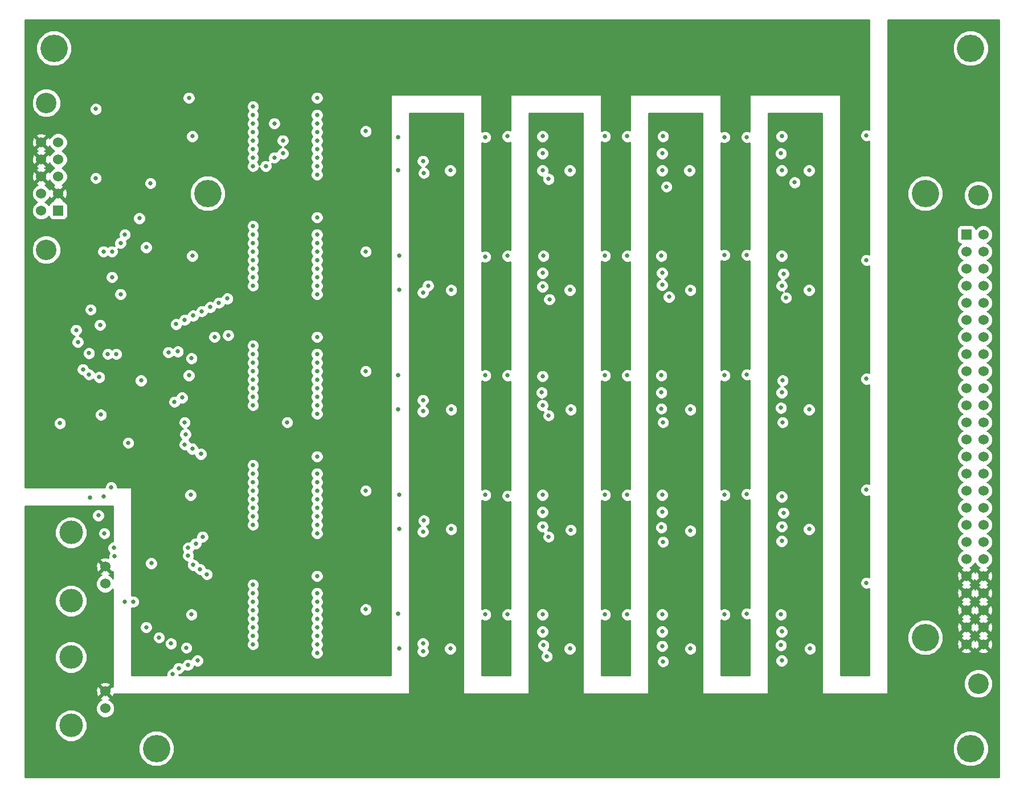
<source format=gbr>
G04 (created by PCBNEW-RS274X (2011-04-29 BZR 2986)-stable) date 8/1/2011 4:56:54 PM*
G01*
G70*
G90*
%MOIN*%
G04 Gerber Fmt 3.4, Leading zero omitted, Abs format*
%FSLAX34Y34*%
G04 APERTURE LIST*
%ADD10C,0.006000*%
%ADD11C,0.120000*%
%ADD12R,0.060000X0.060000*%
%ADD13C,0.060000*%
%ADD14C,0.160000*%
%ADD15C,0.137800*%
%ADD16C,0.025000*%
%ADD17C,0.010000*%
G04 APERTURE END LIST*
G54D10*
G54D11*
X61100Y-15600D03*
X61100Y-44200D03*
G54D12*
X60400Y-17900D03*
G54D13*
X61400Y-17900D03*
X60400Y-18900D03*
X61400Y-18900D03*
X60400Y-19900D03*
X61400Y-19900D03*
X60400Y-20900D03*
X61400Y-20900D03*
X60400Y-21900D03*
X61400Y-21900D03*
X60400Y-22900D03*
X61400Y-22900D03*
X60400Y-23900D03*
X61400Y-23900D03*
X60400Y-24900D03*
X61400Y-24900D03*
X60400Y-25900D03*
X61400Y-25900D03*
X60400Y-26900D03*
X61400Y-26900D03*
X60400Y-27900D03*
X61400Y-27900D03*
X60400Y-28900D03*
X61400Y-28900D03*
X60400Y-29900D03*
X61400Y-29900D03*
X60400Y-30900D03*
X61400Y-30900D03*
X60400Y-31900D03*
X61400Y-31900D03*
X60400Y-32900D03*
X61400Y-32900D03*
X60400Y-33900D03*
X61400Y-33900D03*
X60400Y-34900D03*
X61400Y-34900D03*
X60400Y-35900D03*
X61400Y-35900D03*
X60400Y-36900D03*
X61400Y-36900D03*
X60400Y-37900D03*
X61400Y-37900D03*
X60400Y-38900D03*
X61400Y-38900D03*
X60400Y-39900D03*
X61400Y-39900D03*
X60400Y-40900D03*
X61400Y-40900D03*
X60400Y-41900D03*
X61400Y-41900D03*
G54D14*
X58000Y-41500D03*
G54D15*
X08000Y-35350D03*
X08000Y-39350D03*
G54D13*
X10000Y-38350D03*
X10000Y-37350D03*
G54D11*
X06550Y-10200D03*
X06550Y-18800D03*
G54D12*
X07250Y-16500D03*
G54D13*
X06250Y-16500D03*
X07250Y-15500D03*
X06250Y-15500D03*
X07250Y-14500D03*
X06250Y-14500D03*
X07250Y-13500D03*
X06250Y-13500D03*
X07250Y-12500D03*
X06250Y-12500D03*
G54D14*
X16000Y-15500D03*
X58000Y-15500D03*
X13000Y-48000D03*
X60650Y-48000D03*
X07000Y-07000D03*
G54D15*
X08000Y-42650D03*
X08000Y-46650D03*
G54D13*
X10000Y-45650D03*
X10000Y-44650D03*
G54D14*
X60650Y-07000D03*
G54D16*
X07350Y-28950D03*
X14050Y-27700D03*
X15000Y-33150D03*
X15050Y-40150D03*
X15100Y-19150D03*
X15100Y-12150D03*
X15050Y-25150D03*
X09450Y-14600D03*
X09450Y-10550D03*
X25250Y-11850D03*
X25250Y-18900D03*
X25250Y-25900D03*
X25250Y-32900D03*
X25250Y-39850D03*
X32250Y-40150D03*
X32250Y-33150D03*
X32250Y-26150D03*
X32250Y-19200D03*
X32250Y-12200D03*
X39250Y-12150D03*
X39250Y-19150D03*
X39250Y-26150D03*
X39250Y-33150D03*
X39250Y-40150D03*
X46250Y-40150D03*
X46250Y-33150D03*
X46250Y-26150D03*
X46250Y-19100D03*
X46250Y-12200D03*
X47550Y-26100D03*
X47550Y-19100D03*
X47550Y-12200D03*
X33550Y-12150D03*
X33550Y-19150D03*
X33550Y-26150D03*
X33550Y-33200D03*
X33550Y-40150D03*
X40550Y-40150D03*
X40550Y-33150D03*
X40550Y-26150D03*
X40550Y-19150D03*
X40550Y-12150D03*
X47550Y-33100D03*
X47550Y-40100D03*
X54550Y-38300D03*
X54550Y-32850D03*
X54550Y-26350D03*
X54550Y-19400D03*
X54550Y-12100D03*
X12100Y-26450D03*
X10650Y-24900D03*
X22400Y-23900D03*
X22400Y-16900D03*
X22400Y-09900D03*
X22400Y-30900D03*
X22400Y-37900D03*
X08300Y-23500D03*
X08400Y-24200D03*
X21150Y-37850D03*
X21150Y-30900D03*
X21100Y-24000D03*
X21100Y-16900D03*
X07100Y-26200D03*
X06350Y-28900D03*
X18650Y-37900D03*
X13050Y-26550D03*
X21200Y-09900D03*
X12150Y-24900D03*
X09650Y-24700D03*
X09450Y-15200D03*
X09450Y-12700D03*
X10850Y-26450D03*
X12900Y-24900D03*
X18650Y-35400D03*
X18650Y-30900D03*
X18650Y-28400D03*
X18650Y-23900D03*
X18650Y-16900D03*
X18650Y-14400D03*
X18650Y-21400D03*
X18650Y-42400D03*
X18650Y-09900D03*
X42550Y-28100D03*
X49550Y-41950D03*
X44250Y-42150D03*
X42600Y-42000D03*
X37200Y-42150D03*
X35650Y-41950D03*
X30200Y-42150D03*
X28600Y-42300D03*
X51200Y-35150D03*
X49600Y-35000D03*
X44250Y-35250D03*
X42550Y-35050D03*
X37250Y-35200D03*
X35600Y-35000D03*
X30250Y-35150D03*
X28600Y-35300D03*
X51200Y-28150D03*
X49550Y-28050D03*
X44250Y-28150D03*
X51250Y-42150D03*
X37250Y-28150D03*
X35600Y-27900D03*
X30250Y-28150D03*
X28600Y-28250D03*
X51200Y-21150D03*
X49600Y-20900D03*
X44250Y-21150D03*
X42600Y-20850D03*
X37200Y-21150D03*
X35600Y-20950D03*
X30250Y-21150D03*
X28600Y-21300D03*
X51200Y-14150D03*
X49600Y-14150D03*
X44200Y-14150D03*
X42600Y-14150D03*
X37200Y-14150D03*
X35600Y-14150D03*
X30200Y-14150D03*
X28650Y-14300D03*
X51200Y-39000D03*
X49600Y-39400D03*
X44200Y-39000D03*
X42600Y-39400D03*
X37200Y-39000D03*
X35600Y-39250D03*
X30200Y-39000D03*
X28600Y-39350D03*
X51200Y-32000D03*
X49600Y-32300D03*
X44200Y-32000D03*
X42600Y-32350D03*
X37200Y-32000D03*
X35600Y-32350D03*
X30200Y-31950D03*
X28600Y-32350D03*
X51200Y-25000D03*
X49600Y-25250D03*
X44200Y-24900D03*
X42600Y-25300D03*
X37200Y-24950D03*
X35550Y-25250D03*
X30200Y-24950D03*
X28600Y-25300D03*
X51200Y-18000D03*
X49600Y-18150D03*
X44250Y-18000D03*
X42550Y-18150D03*
X37200Y-18000D03*
X35600Y-18200D03*
X30200Y-18050D03*
X28600Y-18150D03*
X51150Y-10900D03*
X49650Y-11300D03*
X44150Y-10900D03*
X42700Y-11350D03*
X37150Y-10950D03*
X35650Y-11050D03*
X30200Y-11000D03*
X28550Y-11150D03*
X49700Y-20200D03*
X42600Y-20150D03*
X35600Y-20150D03*
X28900Y-20900D03*
X49600Y-27150D03*
X49550Y-13150D03*
X42550Y-27150D03*
X35550Y-27150D03*
X28600Y-27600D03*
X49700Y-34200D03*
X42600Y-34150D03*
X35600Y-34150D03*
X28650Y-34650D03*
X49600Y-41150D03*
X42600Y-41150D03*
X35600Y-41150D03*
X42600Y-13150D03*
X28600Y-41850D03*
X35600Y-13150D03*
X28600Y-13600D03*
X22400Y-13900D03*
X42650Y-12150D03*
X22400Y-10900D03*
X22400Y-12900D03*
X27150Y-12200D03*
X22400Y-14400D03*
X49600Y-12150D03*
X22400Y-13400D03*
X35600Y-12150D03*
X22400Y-12400D03*
X22400Y-11900D03*
X22400Y-11400D03*
X22400Y-20900D03*
X42550Y-19150D03*
X22400Y-17900D03*
X27200Y-19150D03*
X22400Y-19900D03*
X49600Y-19150D03*
X22400Y-21400D03*
X35650Y-19150D03*
X22400Y-20400D03*
X22400Y-19400D03*
X22400Y-18900D03*
X22400Y-18400D03*
X22400Y-28400D03*
X49650Y-26450D03*
X22400Y-24900D03*
X22400Y-25400D03*
X22400Y-27400D03*
X35600Y-26200D03*
X22400Y-25900D03*
X22400Y-26400D03*
X27150Y-26150D03*
X22400Y-26900D03*
X42550Y-26150D03*
X22400Y-27900D03*
X22400Y-31900D03*
X49600Y-33250D03*
X22400Y-35400D03*
X22400Y-32400D03*
X22400Y-34400D03*
X35600Y-33150D03*
X22400Y-32900D03*
X22400Y-33900D03*
X27200Y-33150D03*
X22400Y-33400D03*
X42600Y-33150D03*
X22400Y-34900D03*
X22400Y-39400D03*
X22400Y-40900D03*
X27150Y-40100D03*
X22400Y-42400D03*
X49550Y-40150D03*
X22400Y-41900D03*
X42600Y-40150D03*
X35600Y-40150D03*
X22400Y-41400D03*
X22400Y-38900D03*
X22400Y-39900D03*
X22400Y-40400D03*
X18650Y-13900D03*
X50350Y-14850D03*
X12000Y-16950D03*
X18650Y-17400D03*
X43000Y-21550D03*
X18650Y-20400D03*
X16650Y-21900D03*
X11150Y-17900D03*
X14150Y-23150D03*
X10900Y-21400D03*
X18650Y-17900D03*
X36000Y-21700D03*
X16150Y-22150D03*
X10900Y-18400D03*
X18650Y-19900D03*
X18650Y-18400D03*
X14650Y-22900D03*
X10400Y-20400D03*
X18650Y-19400D03*
X27200Y-21150D03*
X10400Y-18900D03*
X15650Y-22400D03*
X09900Y-18900D03*
X18650Y-18900D03*
X15150Y-22650D03*
X10150Y-24900D03*
X16400Y-23900D03*
X18650Y-27900D03*
X49650Y-28900D03*
X09700Y-23200D03*
X18650Y-24400D03*
X14900Y-26150D03*
X09050Y-24850D03*
X18650Y-27400D03*
X42650Y-28900D03*
X14900Y-09900D03*
X18650Y-10400D03*
X09150Y-22300D03*
X17200Y-23800D03*
X18650Y-24900D03*
X18650Y-26900D03*
X35950Y-28500D03*
X08700Y-25800D03*
X18650Y-25400D03*
X09050Y-26100D03*
X20650Y-28900D03*
X18650Y-26400D03*
X27150Y-28150D03*
X09650Y-26250D03*
X14500Y-27450D03*
X18650Y-25900D03*
X14650Y-28900D03*
X09750Y-28450D03*
X18650Y-34900D03*
X49600Y-35850D03*
X15700Y-35600D03*
X09600Y-34350D03*
X18650Y-31400D03*
X15600Y-30750D03*
X09100Y-33300D03*
X42650Y-35900D03*
X18650Y-34400D03*
X09950Y-35400D03*
X15300Y-36000D03*
X15100Y-30450D03*
X18650Y-31900D03*
X09900Y-33250D03*
X18650Y-33900D03*
X35950Y-35600D03*
X10500Y-36250D03*
X14850Y-36250D03*
X42850Y-15100D03*
X19400Y-13900D03*
X18650Y-13400D03*
X18650Y-32400D03*
X14650Y-30200D03*
X10350Y-32700D03*
X18650Y-33400D03*
X27200Y-35150D03*
X14850Y-36700D03*
X10550Y-36750D03*
X11350Y-30100D03*
X18650Y-32900D03*
X14700Y-29600D03*
X18650Y-41900D03*
X49600Y-42850D03*
X15950Y-37800D03*
X11150Y-39400D03*
X18650Y-38400D03*
X14750Y-42100D03*
X15400Y-42850D03*
X18650Y-41400D03*
X42650Y-42900D03*
X18650Y-38900D03*
X15550Y-37500D03*
X11650Y-39400D03*
X18650Y-40900D03*
X35850Y-42600D03*
X13850Y-41850D03*
X14850Y-43100D03*
X18650Y-39400D03*
X15150Y-37250D03*
X12700Y-37150D03*
X18650Y-40400D03*
X27200Y-42150D03*
X13150Y-41500D03*
X14300Y-43300D03*
X19900Y-11400D03*
X18650Y-10900D03*
X13950Y-43650D03*
X18650Y-39900D03*
X12400Y-40900D03*
X18650Y-12900D03*
X19900Y-13400D03*
X35950Y-14650D03*
X20400Y-12400D03*
X18650Y-11400D03*
X27150Y-14150D03*
X18650Y-12400D03*
X20400Y-13150D03*
X12650Y-14900D03*
X18650Y-11900D03*
X17150Y-21650D03*
X12400Y-18650D03*
X18650Y-20900D03*
X49850Y-21600D03*
X13700Y-24800D03*
X14250Y-24750D03*
G54D10*
G36*
X54700Y-43700D02*
X53050Y-43700D01*
X53050Y-09700D01*
X47700Y-09700D01*
X47700Y-11856D01*
X47625Y-11825D01*
X47476Y-11825D01*
X47338Y-11882D01*
X47233Y-11987D01*
X47175Y-12125D01*
X47175Y-12274D01*
X47232Y-12412D01*
X47337Y-12517D01*
X47475Y-12575D01*
X47624Y-12575D01*
X47700Y-12543D01*
X47700Y-18756D01*
X47625Y-18725D01*
X47476Y-18725D01*
X47338Y-18782D01*
X47233Y-18887D01*
X47175Y-19025D01*
X47175Y-19174D01*
X47232Y-19312D01*
X47337Y-19417D01*
X47475Y-19475D01*
X47624Y-19475D01*
X47700Y-19443D01*
X47700Y-25756D01*
X47625Y-25725D01*
X47476Y-25725D01*
X47338Y-25782D01*
X47233Y-25887D01*
X47175Y-26025D01*
X47175Y-26174D01*
X47232Y-26312D01*
X47337Y-26417D01*
X47475Y-26475D01*
X47624Y-26475D01*
X47700Y-26443D01*
X47700Y-32756D01*
X47625Y-32725D01*
X47476Y-32725D01*
X47338Y-32782D01*
X47233Y-32887D01*
X47175Y-33025D01*
X47175Y-33174D01*
X47232Y-33312D01*
X47337Y-33417D01*
X47475Y-33475D01*
X47624Y-33475D01*
X47700Y-33443D01*
X47700Y-39756D01*
X47625Y-39725D01*
X47476Y-39725D01*
X47338Y-39782D01*
X47233Y-39887D01*
X47175Y-40025D01*
X47175Y-40174D01*
X47232Y-40312D01*
X47337Y-40417D01*
X47475Y-40475D01*
X47624Y-40475D01*
X47700Y-40443D01*
X47700Y-43700D01*
X46050Y-43700D01*
X46050Y-40472D01*
X46175Y-40525D01*
X46324Y-40525D01*
X46462Y-40468D01*
X46567Y-40363D01*
X46625Y-40225D01*
X46625Y-40076D01*
X46568Y-39938D01*
X46463Y-39833D01*
X46325Y-39775D01*
X46176Y-39775D01*
X46050Y-39827D01*
X46050Y-33472D01*
X46175Y-33525D01*
X46324Y-33525D01*
X46462Y-33468D01*
X46567Y-33363D01*
X46625Y-33225D01*
X46625Y-33076D01*
X46568Y-32938D01*
X46463Y-32833D01*
X46325Y-32775D01*
X46176Y-32775D01*
X46050Y-32827D01*
X46050Y-26472D01*
X46175Y-26525D01*
X46324Y-26525D01*
X46462Y-26468D01*
X46567Y-26363D01*
X46625Y-26225D01*
X46625Y-26076D01*
X46568Y-25938D01*
X46463Y-25833D01*
X46325Y-25775D01*
X46176Y-25775D01*
X46050Y-25827D01*
X46050Y-19422D01*
X46175Y-19475D01*
X46324Y-19475D01*
X46462Y-19418D01*
X46567Y-19313D01*
X46625Y-19175D01*
X46625Y-19026D01*
X46568Y-18888D01*
X46463Y-18783D01*
X46325Y-18725D01*
X46176Y-18725D01*
X46050Y-18777D01*
X46050Y-12522D01*
X46175Y-12575D01*
X46324Y-12575D01*
X46462Y-12518D01*
X46567Y-12413D01*
X46625Y-12275D01*
X46625Y-12126D01*
X46568Y-11988D01*
X46463Y-11883D01*
X46325Y-11825D01*
X46176Y-11825D01*
X46050Y-11877D01*
X46050Y-09700D01*
X40700Y-09700D01*
X40700Y-11806D01*
X40625Y-11775D01*
X40476Y-11775D01*
X40338Y-11832D01*
X40233Y-11937D01*
X40175Y-12075D01*
X40175Y-12224D01*
X40232Y-12362D01*
X40337Y-12467D01*
X40475Y-12525D01*
X40624Y-12525D01*
X40700Y-12493D01*
X40700Y-18806D01*
X40625Y-18775D01*
X40476Y-18775D01*
X40338Y-18832D01*
X40233Y-18937D01*
X40175Y-19075D01*
X40175Y-19224D01*
X40232Y-19362D01*
X40337Y-19467D01*
X40475Y-19525D01*
X40624Y-19525D01*
X40700Y-19493D01*
X40700Y-25806D01*
X40625Y-25775D01*
X40476Y-25775D01*
X40338Y-25832D01*
X40233Y-25937D01*
X40175Y-26075D01*
X40175Y-26224D01*
X40232Y-26362D01*
X40337Y-26467D01*
X40475Y-26525D01*
X40624Y-26525D01*
X40700Y-26493D01*
X40700Y-32806D01*
X40625Y-32775D01*
X40476Y-32775D01*
X40338Y-32832D01*
X40233Y-32937D01*
X40175Y-33075D01*
X40175Y-33224D01*
X40232Y-33362D01*
X40337Y-33467D01*
X40475Y-33525D01*
X40624Y-33525D01*
X40700Y-33493D01*
X40700Y-39806D01*
X40625Y-39775D01*
X40476Y-39775D01*
X40338Y-39832D01*
X40233Y-39937D01*
X40175Y-40075D01*
X40175Y-40224D01*
X40232Y-40362D01*
X40337Y-40467D01*
X40475Y-40525D01*
X40624Y-40525D01*
X40700Y-40493D01*
X40700Y-43700D01*
X39050Y-43700D01*
X39050Y-40472D01*
X39175Y-40525D01*
X39324Y-40525D01*
X39462Y-40468D01*
X39567Y-40363D01*
X39625Y-40225D01*
X39625Y-40076D01*
X39568Y-39938D01*
X39463Y-39833D01*
X39325Y-39775D01*
X39176Y-39775D01*
X39050Y-39827D01*
X39050Y-33472D01*
X39175Y-33525D01*
X39324Y-33525D01*
X39462Y-33468D01*
X39567Y-33363D01*
X39625Y-33225D01*
X39625Y-33076D01*
X39568Y-32938D01*
X39463Y-32833D01*
X39325Y-32775D01*
X39176Y-32775D01*
X39050Y-32827D01*
X39050Y-26472D01*
X39175Y-26525D01*
X39324Y-26525D01*
X39462Y-26468D01*
X39567Y-26363D01*
X39625Y-26225D01*
X39625Y-26076D01*
X39568Y-25938D01*
X39463Y-25833D01*
X39325Y-25775D01*
X39176Y-25775D01*
X39050Y-25827D01*
X39050Y-19472D01*
X39175Y-19525D01*
X39324Y-19525D01*
X39462Y-19468D01*
X39567Y-19363D01*
X39625Y-19225D01*
X39625Y-19076D01*
X39568Y-18938D01*
X39463Y-18833D01*
X39325Y-18775D01*
X39176Y-18775D01*
X39050Y-18827D01*
X39050Y-12472D01*
X39175Y-12525D01*
X39324Y-12525D01*
X39462Y-12468D01*
X39567Y-12363D01*
X39625Y-12225D01*
X39625Y-12076D01*
X39568Y-11938D01*
X39463Y-11833D01*
X39325Y-11775D01*
X39176Y-11775D01*
X39050Y-11827D01*
X39050Y-09700D01*
X33700Y-09700D01*
X33700Y-11806D01*
X33625Y-11775D01*
X33476Y-11775D01*
X33338Y-11832D01*
X33233Y-11937D01*
X33175Y-12075D01*
X33175Y-12224D01*
X33232Y-12362D01*
X33337Y-12467D01*
X33475Y-12525D01*
X33624Y-12525D01*
X33700Y-12493D01*
X33700Y-18806D01*
X33625Y-18775D01*
X33476Y-18775D01*
X33338Y-18832D01*
X33233Y-18937D01*
X33175Y-19075D01*
X33175Y-19224D01*
X33232Y-19362D01*
X33337Y-19467D01*
X33475Y-19525D01*
X33624Y-19525D01*
X33700Y-19493D01*
X33700Y-25806D01*
X33625Y-25775D01*
X33476Y-25775D01*
X33338Y-25832D01*
X33233Y-25937D01*
X33175Y-26075D01*
X33175Y-26224D01*
X33232Y-26362D01*
X33337Y-26467D01*
X33475Y-26525D01*
X33624Y-26525D01*
X33700Y-26493D01*
X33700Y-32856D01*
X33625Y-32825D01*
X33476Y-32825D01*
X33338Y-32882D01*
X33233Y-32987D01*
X33175Y-33125D01*
X33175Y-33274D01*
X33232Y-33412D01*
X33337Y-33517D01*
X33475Y-33575D01*
X33624Y-33575D01*
X33700Y-33543D01*
X33700Y-39806D01*
X33625Y-39775D01*
X33476Y-39775D01*
X33338Y-39832D01*
X33233Y-39937D01*
X33175Y-40075D01*
X33175Y-40224D01*
X33232Y-40362D01*
X33337Y-40467D01*
X33475Y-40525D01*
X33624Y-40525D01*
X33700Y-40493D01*
X33700Y-43700D01*
X32050Y-43700D01*
X32050Y-40472D01*
X32175Y-40525D01*
X32324Y-40525D01*
X32462Y-40468D01*
X32567Y-40363D01*
X32625Y-40225D01*
X32625Y-40076D01*
X32568Y-39938D01*
X32463Y-39833D01*
X32325Y-39775D01*
X32176Y-39775D01*
X32050Y-39827D01*
X32050Y-33472D01*
X32175Y-33525D01*
X32324Y-33525D01*
X32462Y-33468D01*
X32567Y-33363D01*
X32625Y-33225D01*
X32625Y-33076D01*
X32568Y-32938D01*
X32463Y-32833D01*
X32325Y-32775D01*
X32176Y-32775D01*
X32050Y-32827D01*
X32050Y-26472D01*
X32175Y-26525D01*
X32324Y-26525D01*
X32462Y-26468D01*
X32567Y-26363D01*
X32625Y-26225D01*
X32625Y-26076D01*
X32568Y-25938D01*
X32463Y-25833D01*
X32325Y-25775D01*
X32176Y-25775D01*
X32050Y-25827D01*
X32050Y-19522D01*
X32175Y-19575D01*
X32324Y-19575D01*
X32462Y-19518D01*
X32567Y-19413D01*
X32625Y-19275D01*
X32625Y-19126D01*
X32568Y-18988D01*
X32463Y-18883D01*
X32325Y-18825D01*
X32176Y-18825D01*
X32050Y-18877D01*
X32050Y-12522D01*
X32175Y-12575D01*
X32324Y-12575D01*
X32462Y-12518D01*
X32567Y-12413D01*
X32625Y-12275D01*
X32625Y-12126D01*
X32568Y-11988D01*
X32463Y-11883D01*
X32325Y-11825D01*
X32176Y-11825D01*
X32050Y-11877D01*
X32050Y-09700D01*
X26700Y-09700D01*
X26700Y-43700D01*
X25625Y-43700D01*
X25625Y-39925D01*
X25625Y-39776D01*
X25625Y-32975D01*
X25625Y-32826D01*
X25625Y-25975D01*
X25625Y-25826D01*
X25625Y-18975D01*
X25625Y-18826D01*
X25625Y-11925D01*
X25625Y-11776D01*
X25568Y-11638D01*
X25463Y-11533D01*
X25325Y-11475D01*
X25176Y-11475D01*
X25038Y-11532D01*
X24933Y-11637D01*
X24875Y-11775D01*
X24875Y-11924D01*
X24932Y-12062D01*
X25037Y-12167D01*
X25175Y-12225D01*
X25324Y-12225D01*
X25462Y-12168D01*
X25567Y-12063D01*
X25625Y-11925D01*
X25625Y-18826D01*
X25568Y-18688D01*
X25463Y-18583D01*
X25325Y-18525D01*
X25176Y-18525D01*
X25038Y-18582D01*
X24933Y-18687D01*
X24875Y-18825D01*
X24875Y-18974D01*
X24932Y-19112D01*
X25037Y-19217D01*
X25175Y-19275D01*
X25324Y-19275D01*
X25462Y-19218D01*
X25567Y-19113D01*
X25625Y-18975D01*
X25625Y-25826D01*
X25568Y-25688D01*
X25463Y-25583D01*
X25325Y-25525D01*
X25176Y-25525D01*
X25038Y-25582D01*
X24933Y-25687D01*
X24875Y-25825D01*
X24875Y-25974D01*
X24932Y-26112D01*
X25037Y-26217D01*
X25175Y-26275D01*
X25324Y-26275D01*
X25462Y-26218D01*
X25567Y-26113D01*
X25625Y-25975D01*
X25625Y-32826D01*
X25568Y-32688D01*
X25463Y-32583D01*
X25325Y-32525D01*
X25176Y-32525D01*
X25038Y-32582D01*
X24933Y-32687D01*
X24875Y-32825D01*
X24875Y-32974D01*
X24932Y-33112D01*
X25037Y-33217D01*
X25175Y-33275D01*
X25324Y-33275D01*
X25462Y-33218D01*
X25567Y-33113D01*
X25625Y-32975D01*
X25625Y-39776D01*
X25568Y-39638D01*
X25463Y-39533D01*
X25325Y-39475D01*
X25176Y-39475D01*
X25038Y-39532D01*
X24933Y-39637D01*
X24875Y-39775D01*
X24875Y-39924D01*
X24932Y-40062D01*
X25037Y-40167D01*
X25175Y-40225D01*
X25324Y-40225D01*
X25462Y-40168D01*
X25567Y-40063D01*
X25625Y-39925D01*
X25625Y-43700D01*
X22775Y-43700D01*
X22775Y-42475D01*
X22775Y-42326D01*
X22718Y-42188D01*
X22680Y-42150D01*
X22717Y-42113D01*
X22775Y-41975D01*
X22775Y-41826D01*
X22718Y-41688D01*
X22680Y-41650D01*
X22717Y-41613D01*
X22775Y-41475D01*
X22775Y-41326D01*
X22718Y-41188D01*
X22680Y-41150D01*
X22717Y-41113D01*
X22775Y-40975D01*
X22775Y-40826D01*
X22718Y-40688D01*
X22680Y-40650D01*
X22717Y-40613D01*
X22775Y-40475D01*
X22775Y-40326D01*
X22718Y-40188D01*
X22680Y-40150D01*
X22717Y-40113D01*
X22775Y-39975D01*
X22775Y-39826D01*
X22718Y-39688D01*
X22680Y-39650D01*
X22717Y-39613D01*
X22775Y-39475D01*
X22775Y-39326D01*
X22718Y-39188D01*
X22680Y-39150D01*
X22717Y-39113D01*
X22775Y-38975D01*
X22775Y-38826D01*
X22775Y-37975D01*
X22775Y-37826D01*
X22775Y-35475D01*
X22775Y-35326D01*
X22718Y-35188D01*
X22680Y-35150D01*
X22717Y-35113D01*
X22775Y-34975D01*
X22775Y-34826D01*
X22718Y-34688D01*
X22680Y-34650D01*
X22717Y-34613D01*
X22775Y-34475D01*
X22775Y-34326D01*
X22718Y-34188D01*
X22680Y-34150D01*
X22717Y-34113D01*
X22775Y-33975D01*
X22775Y-33826D01*
X22718Y-33688D01*
X22680Y-33650D01*
X22717Y-33613D01*
X22775Y-33475D01*
X22775Y-33326D01*
X22718Y-33188D01*
X22680Y-33150D01*
X22717Y-33113D01*
X22775Y-32975D01*
X22775Y-32826D01*
X22718Y-32688D01*
X22680Y-32650D01*
X22717Y-32613D01*
X22775Y-32475D01*
X22775Y-32326D01*
X22718Y-32188D01*
X22680Y-32150D01*
X22717Y-32113D01*
X22775Y-31975D01*
X22775Y-31826D01*
X22775Y-30975D01*
X22775Y-30826D01*
X22775Y-28475D01*
X22775Y-28326D01*
X22718Y-28188D01*
X22680Y-28150D01*
X22717Y-28113D01*
X22775Y-27975D01*
X22775Y-27826D01*
X22718Y-27688D01*
X22680Y-27650D01*
X22717Y-27613D01*
X22775Y-27475D01*
X22775Y-27326D01*
X22718Y-27188D01*
X22680Y-27150D01*
X22717Y-27113D01*
X22775Y-26975D01*
X22775Y-26826D01*
X22718Y-26688D01*
X22680Y-26650D01*
X22717Y-26613D01*
X22775Y-26475D01*
X22775Y-26326D01*
X22718Y-26188D01*
X22680Y-26150D01*
X22717Y-26113D01*
X22775Y-25975D01*
X22775Y-25826D01*
X22718Y-25688D01*
X22680Y-25650D01*
X22717Y-25613D01*
X22775Y-25475D01*
X22775Y-25326D01*
X22718Y-25188D01*
X22680Y-25150D01*
X22717Y-25113D01*
X22775Y-24975D01*
X22775Y-24826D01*
X22775Y-23975D01*
X22775Y-23826D01*
X22775Y-21475D01*
X22775Y-21326D01*
X22718Y-21188D01*
X22680Y-21150D01*
X22717Y-21113D01*
X22775Y-20975D01*
X22775Y-20826D01*
X22718Y-20688D01*
X22680Y-20650D01*
X22717Y-20613D01*
X22775Y-20475D01*
X22775Y-20326D01*
X22718Y-20188D01*
X22680Y-20150D01*
X22717Y-20113D01*
X22775Y-19975D01*
X22775Y-19826D01*
X22718Y-19688D01*
X22680Y-19650D01*
X22717Y-19613D01*
X22775Y-19475D01*
X22775Y-19326D01*
X22718Y-19188D01*
X22680Y-19150D01*
X22717Y-19113D01*
X22775Y-18975D01*
X22775Y-18826D01*
X22718Y-18688D01*
X22680Y-18650D01*
X22717Y-18613D01*
X22775Y-18475D01*
X22775Y-18326D01*
X22718Y-18188D01*
X22680Y-18150D01*
X22717Y-18113D01*
X22775Y-17975D01*
X22775Y-17826D01*
X22775Y-16975D01*
X22775Y-16826D01*
X22775Y-14475D01*
X22775Y-14326D01*
X22718Y-14188D01*
X22680Y-14150D01*
X22717Y-14113D01*
X22775Y-13975D01*
X22775Y-13826D01*
X22718Y-13688D01*
X22680Y-13650D01*
X22717Y-13613D01*
X22775Y-13475D01*
X22775Y-13326D01*
X22718Y-13188D01*
X22680Y-13150D01*
X22717Y-13113D01*
X22775Y-12975D01*
X22775Y-12826D01*
X22718Y-12688D01*
X22680Y-12650D01*
X22717Y-12613D01*
X22775Y-12475D01*
X22775Y-12326D01*
X22718Y-12188D01*
X22680Y-12150D01*
X22717Y-12113D01*
X22775Y-11975D01*
X22775Y-11826D01*
X22718Y-11688D01*
X22680Y-11650D01*
X22717Y-11613D01*
X22775Y-11475D01*
X22775Y-11326D01*
X22718Y-11188D01*
X22680Y-11150D01*
X22717Y-11113D01*
X22775Y-10975D01*
X22775Y-10826D01*
X22775Y-09975D01*
X22775Y-09826D01*
X22718Y-09688D01*
X22613Y-09583D01*
X22475Y-09525D01*
X22326Y-09525D01*
X22188Y-09582D01*
X22083Y-09687D01*
X22025Y-09825D01*
X22025Y-09974D01*
X22082Y-10112D01*
X22187Y-10217D01*
X22325Y-10275D01*
X22474Y-10275D01*
X22612Y-10218D01*
X22717Y-10113D01*
X22775Y-09975D01*
X22775Y-10826D01*
X22718Y-10688D01*
X22613Y-10583D01*
X22475Y-10525D01*
X22326Y-10525D01*
X22188Y-10582D01*
X22083Y-10687D01*
X22025Y-10825D01*
X22025Y-10974D01*
X22082Y-11112D01*
X22120Y-11150D01*
X22083Y-11187D01*
X22025Y-11325D01*
X22025Y-11474D01*
X22082Y-11612D01*
X22120Y-11650D01*
X22083Y-11687D01*
X22025Y-11825D01*
X22025Y-11974D01*
X22082Y-12112D01*
X22120Y-12150D01*
X22083Y-12187D01*
X22025Y-12325D01*
X22025Y-12474D01*
X22082Y-12612D01*
X22120Y-12650D01*
X22083Y-12687D01*
X22025Y-12825D01*
X22025Y-12974D01*
X22082Y-13112D01*
X22120Y-13150D01*
X22083Y-13187D01*
X22025Y-13325D01*
X22025Y-13474D01*
X22082Y-13612D01*
X22120Y-13650D01*
X22083Y-13687D01*
X22025Y-13825D01*
X22025Y-13974D01*
X22082Y-14112D01*
X22120Y-14150D01*
X22083Y-14187D01*
X22025Y-14325D01*
X22025Y-14474D01*
X22082Y-14612D01*
X22187Y-14717D01*
X22325Y-14775D01*
X22474Y-14775D01*
X22612Y-14718D01*
X22717Y-14613D01*
X22775Y-14475D01*
X22775Y-16826D01*
X22718Y-16688D01*
X22613Y-16583D01*
X22475Y-16525D01*
X22326Y-16525D01*
X22188Y-16582D01*
X22083Y-16687D01*
X22025Y-16825D01*
X22025Y-16974D01*
X22082Y-17112D01*
X22187Y-17217D01*
X22325Y-17275D01*
X22474Y-17275D01*
X22612Y-17218D01*
X22717Y-17113D01*
X22775Y-16975D01*
X22775Y-17826D01*
X22718Y-17688D01*
X22613Y-17583D01*
X22475Y-17525D01*
X22326Y-17525D01*
X22188Y-17582D01*
X22083Y-17687D01*
X22025Y-17825D01*
X22025Y-17974D01*
X22082Y-18112D01*
X22120Y-18150D01*
X22083Y-18187D01*
X22025Y-18325D01*
X22025Y-18474D01*
X22082Y-18612D01*
X22120Y-18650D01*
X22083Y-18687D01*
X22025Y-18825D01*
X22025Y-18974D01*
X22082Y-19112D01*
X22120Y-19150D01*
X22083Y-19187D01*
X22025Y-19325D01*
X22025Y-19474D01*
X22082Y-19612D01*
X22120Y-19650D01*
X22083Y-19687D01*
X22025Y-19825D01*
X22025Y-19974D01*
X22082Y-20112D01*
X22120Y-20150D01*
X22083Y-20187D01*
X22025Y-20325D01*
X22025Y-20474D01*
X22082Y-20612D01*
X22120Y-20650D01*
X22083Y-20687D01*
X22025Y-20825D01*
X22025Y-20974D01*
X22082Y-21112D01*
X22120Y-21150D01*
X22083Y-21187D01*
X22025Y-21325D01*
X22025Y-21474D01*
X22082Y-21612D01*
X22187Y-21717D01*
X22325Y-21775D01*
X22474Y-21775D01*
X22612Y-21718D01*
X22717Y-21613D01*
X22775Y-21475D01*
X22775Y-23826D01*
X22718Y-23688D01*
X22613Y-23583D01*
X22475Y-23525D01*
X22326Y-23525D01*
X22188Y-23582D01*
X22083Y-23687D01*
X22025Y-23825D01*
X22025Y-23974D01*
X22082Y-24112D01*
X22187Y-24217D01*
X22325Y-24275D01*
X22474Y-24275D01*
X22612Y-24218D01*
X22717Y-24113D01*
X22775Y-23975D01*
X22775Y-24826D01*
X22718Y-24688D01*
X22613Y-24583D01*
X22475Y-24525D01*
X22326Y-24525D01*
X22188Y-24582D01*
X22083Y-24687D01*
X22025Y-24825D01*
X22025Y-24974D01*
X22082Y-25112D01*
X22120Y-25150D01*
X22083Y-25187D01*
X22025Y-25325D01*
X22025Y-25474D01*
X22082Y-25612D01*
X22120Y-25650D01*
X22083Y-25687D01*
X22025Y-25825D01*
X22025Y-25974D01*
X22082Y-26112D01*
X22120Y-26150D01*
X22083Y-26187D01*
X22025Y-26325D01*
X22025Y-26474D01*
X22082Y-26612D01*
X22120Y-26650D01*
X22083Y-26687D01*
X22025Y-26825D01*
X22025Y-26974D01*
X22082Y-27112D01*
X22120Y-27150D01*
X22083Y-27187D01*
X22025Y-27325D01*
X22025Y-27474D01*
X22082Y-27612D01*
X22120Y-27650D01*
X22083Y-27687D01*
X22025Y-27825D01*
X22025Y-27974D01*
X22082Y-28112D01*
X22120Y-28150D01*
X22083Y-28187D01*
X22025Y-28325D01*
X22025Y-28474D01*
X22082Y-28612D01*
X22187Y-28717D01*
X22325Y-28775D01*
X22474Y-28775D01*
X22612Y-28718D01*
X22717Y-28613D01*
X22775Y-28475D01*
X22775Y-30826D01*
X22718Y-30688D01*
X22613Y-30583D01*
X22475Y-30525D01*
X22326Y-30525D01*
X22188Y-30582D01*
X22083Y-30687D01*
X22025Y-30825D01*
X22025Y-30974D01*
X22082Y-31112D01*
X22187Y-31217D01*
X22325Y-31275D01*
X22474Y-31275D01*
X22612Y-31218D01*
X22717Y-31113D01*
X22775Y-30975D01*
X22775Y-31826D01*
X22718Y-31688D01*
X22613Y-31583D01*
X22475Y-31525D01*
X22326Y-31525D01*
X22188Y-31582D01*
X22083Y-31687D01*
X22025Y-31825D01*
X22025Y-31974D01*
X22082Y-32112D01*
X22120Y-32150D01*
X22083Y-32187D01*
X22025Y-32325D01*
X22025Y-32474D01*
X22082Y-32612D01*
X22120Y-32650D01*
X22083Y-32687D01*
X22025Y-32825D01*
X22025Y-32974D01*
X22082Y-33112D01*
X22120Y-33150D01*
X22083Y-33187D01*
X22025Y-33325D01*
X22025Y-33474D01*
X22082Y-33612D01*
X22120Y-33650D01*
X22083Y-33687D01*
X22025Y-33825D01*
X22025Y-33974D01*
X22082Y-34112D01*
X22120Y-34150D01*
X22083Y-34187D01*
X22025Y-34325D01*
X22025Y-34474D01*
X22082Y-34612D01*
X22120Y-34650D01*
X22083Y-34687D01*
X22025Y-34825D01*
X22025Y-34974D01*
X22082Y-35112D01*
X22120Y-35150D01*
X22083Y-35187D01*
X22025Y-35325D01*
X22025Y-35474D01*
X22082Y-35612D01*
X22187Y-35717D01*
X22325Y-35775D01*
X22474Y-35775D01*
X22612Y-35718D01*
X22717Y-35613D01*
X22775Y-35475D01*
X22775Y-37826D01*
X22718Y-37688D01*
X22613Y-37583D01*
X22475Y-37525D01*
X22326Y-37525D01*
X22188Y-37582D01*
X22083Y-37687D01*
X22025Y-37825D01*
X22025Y-37974D01*
X22082Y-38112D01*
X22187Y-38217D01*
X22325Y-38275D01*
X22474Y-38275D01*
X22612Y-38218D01*
X22717Y-38113D01*
X22775Y-37975D01*
X22775Y-38826D01*
X22718Y-38688D01*
X22613Y-38583D01*
X22475Y-38525D01*
X22326Y-38525D01*
X22188Y-38582D01*
X22083Y-38687D01*
X22025Y-38825D01*
X22025Y-38974D01*
X22082Y-39112D01*
X22120Y-39150D01*
X22083Y-39187D01*
X22025Y-39325D01*
X22025Y-39474D01*
X22082Y-39612D01*
X22120Y-39650D01*
X22083Y-39687D01*
X22025Y-39825D01*
X22025Y-39974D01*
X22082Y-40112D01*
X22120Y-40150D01*
X22083Y-40187D01*
X22025Y-40325D01*
X22025Y-40474D01*
X22082Y-40612D01*
X22120Y-40650D01*
X22083Y-40687D01*
X22025Y-40825D01*
X22025Y-40974D01*
X22082Y-41112D01*
X22120Y-41150D01*
X22083Y-41187D01*
X22025Y-41325D01*
X22025Y-41474D01*
X22082Y-41612D01*
X22120Y-41650D01*
X22083Y-41687D01*
X22025Y-41825D01*
X22025Y-41974D01*
X22082Y-42112D01*
X22120Y-42150D01*
X22083Y-42187D01*
X22025Y-42325D01*
X22025Y-42474D01*
X22082Y-42612D01*
X22187Y-42717D01*
X22325Y-42775D01*
X22474Y-42775D01*
X22612Y-42718D01*
X22717Y-42613D01*
X22775Y-42475D01*
X22775Y-43700D01*
X21025Y-43700D01*
X21025Y-28975D01*
X21025Y-28826D01*
X20968Y-28688D01*
X20863Y-28583D01*
X20775Y-28546D01*
X20775Y-13225D01*
X20775Y-13076D01*
X20718Y-12938D01*
X20613Y-12833D01*
X20475Y-12775D01*
X20474Y-12775D01*
X20612Y-12718D01*
X20717Y-12613D01*
X20775Y-12475D01*
X20775Y-12326D01*
X20718Y-12188D01*
X20613Y-12083D01*
X20475Y-12025D01*
X20326Y-12025D01*
X20275Y-12046D01*
X20275Y-11475D01*
X20275Y-11326D01*
X20218Y-11188D01*
X20113Y-11083D01*
X19975Y-11025D01*
X19826Y-11025D01*
X19688Y-11082D01*
X19583Y-11187D01*
X19525Y-11325D01*
X19525Y-11474D01*
X19582Y-11612D01*
X19687Y-11717D01*
X19825Y-11775D01*
X19974Y-11775D01*
X20112Y-11718D01*
X20217Y-11613D01*
X20275Y-11475D01*
X20275Y-12046D01*
X20188Y-12082D01*
X20083Y-12187D01*
X20025Y-12325D01*
X20025Y-12474D01*
X20082Y-12612D01*
X20187Y-12717D01*
X20325Y-12775D01*
X20188Y-12832D01*
X20083Y-12937D01*
X20035Y-13050D01*
X19975Y-13025D01*
X19826Y-13025D01*
X19688Y-13082D01*
X19583Y-13187D01*
X19525Y-13325D01*
X19525Y-13474D01*
X19560Y-13561D01*
X19475Y-13525D01*
X19326Y-13525D01*
X19188Y-13582D01*
X19083Y-13687D01*
X19025Y-13825D01*
X19025Y-13826D01*
X18968Y-13688D01*
X18930Y-13650D01*
X18967Y-13613D01*
X19025Y-13475D01*
X19025Y-13326D01*
X18968Y-13188D01*
X18930Y-13150D01*
X18967Y-13113D01*
X19025Y-12975D01*
X19025Y-12826D01*
X18968Y-12688D01*
X18930Y-12650D01*
X18967Y-12613D01*
X19025Y-12475D01*
X19025Y-12326D01*
X18968Y-12188D01*
X18930Y-12150D01*
X18967Y-12113D01*
X19025Y-11975D01*
X19025Y-11826D01*
X18968Y-11688D01*
X18930Y-11650D01*
X18967Y-11613D01*
X19025Y-11475D01*
X19025Y-11326D01*
X18968Y-11188D01*
X18930Y-11150D01*
X18967Y-11113D01*
X19025Y-10975D01*
X19025Y-10826D01*
X18968Y-10688D01*
X18930Y-10650D01*
X18967Y-10613D01*
X19025Y-10475D01*
X19025Y-10326D01*
X18968Y-10188D01*
X18863Y-10083D01*
X18725Y-10025D01*
X18576Y-10025D01*
X18438Y-10082D01*
X18333Y-10187D01*
X18275Y-10325D01*
X18275Y-10474D01*
X18332Y-10612D01*
X18370Y-10650D01*
X18333Y-10687D01*
X18275Y-10825D01*
X18275Y-10974D01*
X18332Y-11112D01*
X18370Y-11150D01*
X18333Y-11187D01*
X18275Y-11325D01*
X18275Y-11474D01*
X18332Y-11612D01*
X18370Y-11650D01*
X18333Y-11687D01*
X18275Y-11825D01*
X18275Y-11974D01*
X18332Y-12112D01*
X18370Y-12150D01*
X18333Y-12187D01*
X18275Y-12325D01*
X18275Y-12474D01*
X18332Y-12612D01*
X18370Y-12650D01*
X18333Y-12687D01*
X18275Y-12825D01*
X18275Y-12974D01*
X18332Y-13112D01*
X18370Y-13150D01*
X18333Y-13187D01*
X18275Y-13325D01*
X18275Y-13474D01*
X18332Y-13612D01*
X18370Y-13650D01*
X18333Y-13687D01*
X18275Y-13825D01*
X18275Y-13974D01*
X18332Y-14112D01*
X18437Y-14217D01*
X18575Y-14275D01*
X18724Y-14275D01*
X18862Y-14218D01*
X18967Y-14113D01*
X19025Y-13975D01*
X19082Y-14112D01*
X19187Y-14217D01*
X19325Y-14275D01*
X19474Y-14275D01*
X19612Y-14218D01*
X19717Y-14113D01*
X19775Y-13975D01*
X19775Y-13826D01*
X19739Y-13738D01*
X19825Y-13775D01*
X19974Y-13775D01*
X20112Y-13718D01*
X20217Y-13613D01*
X20264Y-13499D01*
X20325Y-13525D01*
X20474Y-13525D01*
X20612Y-13468D01*
X20717Y-13363D01*
X20775Y-13225D01*
X20775Y-28546D01*
X20725Y-28525D01*
X20576Y-28525D01*
X20438Y-28582D01*
X20333Y-28687D01*
X20275Y-28825D01*
X20275Y-28974D01*
X20332Y-29112D01*
X20437Y-29217D01*
X20575Y-29275D01*
X20724Y-29275D01*
X20862Y-29218D01*
X20967Y-29113D01*
X21025Y-28975D01*
X21025Y-43700D01*
X19025Y-43700D01*
X19025Y-41975D01*
X19025Y-41826D01*
X18968Y-41688D01*
X18930Y-41650D01*
X18967Y-41613D01*
X19025Y-41475D01*
X19025Y-41326D01*
X18968Y-41188D01*
X18930Y-41150D01*
X18967Y-41113D01*
X19025Y-40975D01*
X19025Y-40826D01*
X18968Y-40688D01*
X18930Y-40650D01*
X18967Y-40613D01*
X19025Y-40475D01*
X19025Y-40326D01*
X18968Y-40188D01*
X18930Y-40150D01*
X18967Y-40113D01*
X19025Y-39975D01*
X19025Y-39826D01*
X18968Y-39688D01*
X18930Y-39650D01*
X18967Y-39613D01*
X19025Y-39475D01*
X19025Y-39326D01*
X18968Y-39188D01*
X18930Y-39150D01*
X18967Y-39113D01*
X19025Y-38975D01*
X19025Y-38826D01*
X18968Y-38688D01*
X18930Y-38650D01*
X18967Y-38613D01*
X19025Y-38475D01*
X19025Y-38326D01*
X19025Y-34975D01*
X19025Y-34826D01*
X18968Y-34688D01*
X18930Y-34650D01*
X18967Y-34613D01*
X19025Y-34475D01*
X19025Y-34326D01*
X18968Y-34188D01*
X18930Y-34150D01*
X18967Y-34113D01*
X19025Y-33975D01*
X19025Y-33826D01*
X18968Y-33688D01*
X18930Y-33650D01*
X18967Y-33613D01*
X19025Y-33475D01*
X19025Y-33326D01*
X18968Y-33188D01*
X18930Y-33150D01*
X18967Y-33113D01*
X19025Y-32975D01*
X19025Y-32826D01*
X18968Y-32688D01*
X18930Y-32650D01*
X18967Y-32613D01*
X19025Y-32475D01*
X19025Y-32326D01*
X18968Y-32188D01*
X18930Y-32150D01*
X18967Y-32113D01*
X19025Y-31975D01*
X19025Y-31826D01*
X18968Y-31688D01*
X18930Y-31650D01*
X18967Y-31613D01*
X19025Y-31475D01*
X19025Y-31326D01*
X19025Y-27975D01*
X19025Y-27826D01*
X18968Y-27688D01*
X18930Y-27650D01*
X18967Y-27613D01*
X19025Y-27475D01*
X19025Y-27326D01*
X18968Y-27188D01*
X18930Y-27150D01*
X18967Y-27113D01*
X19025Y-26975D01*
X19025Y-26826D01*
X18968Y-26688D01*
X18930Y-26650D01*
X18967Y-26613D01*
X19025Y-26475D01*
X19025Y-26326D01*
X18968Y-26188D01*
X18930Y-26150D01*
X18967Y-26113D01*
X19025Y-25975D01*
X19025Y-25826D01*
X18968Y-25688D01*
X18930Y-25650D01*
X18967Y-25613D01*
X19025Y-25475D01*
X19025Y-25326D01*
X18968Y-25188D01*
X18930Y-25150D01*
X18967Y-25113D01*
X19025Y-24975D01*
X19025Y-24826D01*
X18968Y-24688D01*
X18930Y-24650D01*
X18967Y-24613D01*
X19025Y-24475D01*
X19025Y-24326D01*
X19025Y-20975D01*
X19025Y-20826D01*
X18968Y-20688D01*
X18930Y-20650D01*
X18967Y-20613D01*
X19025Y-20475D01*
X19025Y-20326D01*
X18968Y-20188D01*
X18930Y-20150D01*
X18967Y-20113D01*
X19025Y-19975D01*
X19025Y-19826D01*
X18968Y-19688D01*
X18930Y-19650D01*
X18967Y-19613D01*
X19025Y-19475D01*
X19025Y-19326D01*
X18968Y-19188D01*
X18930Y-19150D01*
X18967Y-19113D01*
X19025Y-18975D01*
X19025Y-18826D01*
X18968Y-18688D01*
X18930Y-18650D01*
X18967Y-18613D01*
X19025Y-18475D01*
X19025Y-18326D01*
X18968Y-18188D01*
X18930Y-18150D01*
X18967Y-18113D01*
X19025Y-17975D01*
X19025Y-17826D01*
X18968Y-17688D01*
X18930Y-17650D01*
X18967Y-17613D01*
X19025Y-17475D01*
X19025Y-17326D01*
X18968Y-17188D01*
X18863Y-17083D01*
X18725Y-17025D01*
X18576Y-17025D01*
X18438Y-17082D01*
X18333Y-17187D01*
X18275Y-17325D01*
X18275Y-17474D01*
X18332Y-17612D01*
X18370Y-17650D01*
X18333Y-17687D01*
X18275Y-17825D01*
X18275Y-17974D01*
X18332Y-18112D01*
X18370Y-18150D01*
X18333Y-18187D01*
X18275Y-18325D01*
X18275Y-18474D01*
X18332Y-18612D01*
X18370Y-18650D01*
X18333Y-18687D01*
X18275Y-18825D01*
X18275Y-18974D01*
X18332Y-19112D01*
X18370Y-19150D01*
X18333Y-19187D01*
X18275Y-19325D01*
X18275Y-19474D01*
X18332Y-19612D01*
X18370Y-19650D01*
X18333Y-19687D01*
X18275Y-19825D01*
X18275Y-19974D01*
X18332Y-20112D01*
X18370Y-20150D01*
X18333Y-20187D01*
X18275Y-20325D01*
X18275Y-20474D01*
X18332Y-20612D01*
X18370Y-20650D01*
X18333Y-20687D01*
X18275Y-20825D01*
X18275Y-20974D01*
X18332Y-21112D01*
X18437Y-21217D01*
X18575Y-21275D01*
X18724Y-21275D01*
X18862Y-21218D01*
X18967Y-21113D01*
X19025Y-20975D01*
X19025Y-24326D01*
X18968Y-24188D01*
X18863Y-24083D01*
X18725Y-24025D01*
X18576Y-24025D01*
X18438Y-24082D01*
X18333Y-24187D01*
X18275Y-24325D01*
X18275Y-24474D01*
X18332Y-24612D01*
X18370Y-24650D01*
X18333Y-24687D01*
X18275Y-24825D01*
X18275Y-24974D01*
X18332Y-25112D01*
X18370Y-25150D01*
X18333Y-25187D01*
X18275Y-25325D01*
X18275Y-25474D01*
X18332Y-25612D01*
X18370Y-25650D01*
X18333Y-25687D01*
X18275Y-25825D01*
X18275Y-25974D01*
X18332Y-26112D01*
X18370Y-26150D01*
X18333Y-26187D01*
X18275Y-26325D01*
X18275Y-26474D01*
X18332Y-26612D01*
X18370Y-26650D01*
X18333Y-26687D01*
X18275Y-26825D01*
X18275Y-26974D01*
X18332Y-27112D01*
X18370Y-27150D01*
X18333Y-27187D01*
X18275Y-27325D01*
X18275Y-27474D01*
X18332Y-27612D01*
X18370Y-27650D01*
X18333Y-27687D01*
X18275Y-27825D01*
X18275Y-27974D01*
X18332Y-28112D01*
X18437Y-28217D01*
X18575Y-28275D01*
X18724Y-28275D01*
X18862Y-28218D01*
X18967Y-28113D01*
X19025Y-27975D01*
X19025Y-31326D01*
X18968Y-31188D01*
X18863Y-31083D01*
X18725Y-31025D01*
X18576Y-31025D01*
X18438Y-31082D01*
X18333Y-31187D01*
X18275Y-31325D01*
X18275Y-31474D01*
X18332Y-31612D01*
X18370Y-31650D01*
X18333Y-31687D01*
X18275Y-31825D01*
X18275Y-31974D01*
X18332Y-32112D01*
X18370Y-32150D01*
X18333Y-32187D01*
X18275Y-32325D01*
X18275Y-32474D01*
X18332Y-32612D01*
X18370Y-32650D01*
X18333Y-32687D01*
X18275Y-32825D01*
X18275Y-32974D01*
X18332Y-33112D01*
X18370Y-33150D01*
X18333Y-33187D01*
X18275Y-33325D01*
X18275Y-33474D01*
X18332Y-33612D01*
X18370Y-33650D01*
X18333Y-33687D01*
X18275Y-33825D01*
X18275Y-33974D01*
X18332Y-34112D01*
X18370Y-34150D01*
X18333Y-34187D01*
X18275Y-34325D01*
X18275Y-34474D01*
X18332Y-34612D01*
X18370Y-34650D01*
X18333Y-34687D01*
X18275Y-34825D01*
X18275Y-34974D01*
X18332Y-35112D01*
X18437Y-35217D01*
X18575Y-35275D01*
X18724Y-35275D01*
X18862Y-35218D01*
X18967Y-35113D01*
X19025Y-34975D01*
X19025Y-38326D01*
X18968Y-38188D01*
X18863Y-38083D01*
X18725Y-38025D01*
X18576Y-38025D01*
X18438Y-38082D01*
X18333Y-38187D01*
X18275Y-38325D01*
X18275Y-38474D01*
X18332Y-38612D01*
X18370Y-38650D01*
X18333Y-38687D01*
X18275Y-38825D01*
X18275Y-38974D01*
X18332Y-39112D01*
X18370Y-39150D01*
X18333Y-39187D01*
X18275Y-39325D01*
X18275Y-39474D01*
X18332Y-39612D01*
X18370Y-39650D01*
X18333Y-39687D01*
X18275Y-39825D01*
X18275Y-39974D01*
X18332Y-40112D01*
X18370Y-40150D01*
X18333Y-40187D01*
X18275Y-40325D01*
X18275Y-40474D01*
X18332Y-40612D01*
X18370Y-40650D01*
X18333Y-40687D01*
X18275Y-40825D01*
X18275Y-40974D01*
X18332Y-41112D01*
X18370Y-41150D01*
X18333Y-41187D01*
X18275Y-41325D01*
X18275Y-41474D01*
X18332Y-41612D01*
X18370Y-41650D01*
X18333Y-41687D01*
X18275Y-41825D01*
X18275Y-41974D01*
X18332Y-42112D01*
X18437Y-42217D01*
X18575Y-42275D01*
X18724Y-42275D01*
X18862Y-42218D01*
X18967Y-42113D01*
X19025Y-41975D01*
X19025Y-43700D01*
X17575Y-43700D01*
X17575Y-23875D01*
X17575Y-23726D01*
X17525Y-23604D01*
X17525Y-21725D01*
X17525Y-21576D01*
X17468Y-21438D01*
X17363Y-21333D01*
X17225Y-21275D01*
X17076Y-21275D01*
X17050Y-21285D01*
X17050Y-15710D01*
X17050Y-15292D01*
X16890Y-14906D01*
X16595Y-14610D01*
X16210Y-14450D01*
X15792Y-14450D01*
X15475Y-14581D01*
X15475Y-12225D01*
X15475Y-12076D01*
X15418Y-11938D01*
X15313Y-11833D01*
X15275Y-11817D01*
X15275Y-09975D01*
X15275Y-09826D01*
X15218Y-09688D01*
X15113Y-09583D01*
X14975Y-09525D01*
X14826Y-09525D01*
X14688Y-09582D01*
X14583Y-09687D01*
X14525Y-09825D01*
X14525Y-09974D01*
X14582Y-10112D01*
X14687Y-10217D01*
X14825Y-10275D01*
X14974Y-10275D01*
X15112Y-10218D01*
X15217Y-10113D01*
X15275Y-09975D01*
X15275Y-11817D01*
X15175Y-11775D01*
X15026Y-11775D01*
X14888Y-11832D01*
X14783Y-11937D01*
X14725Y-12075D01*
X14725Y-12224D01*
X14782Y-12362D01*
X14887Y-12467D01*
X15025Y-12525D01*
X15174Y-12525D01*
X15312Y-12468D01*
X15417Y-12363D01*
X15475Y-12225D01*
X15475Y-14581D01*
X15406Y-14610D01*
X15110Y-14905D01*
X14950Y-15290D01*
X14950Y-15708D01*
X15110Y-16094D01*
X15405Y-16390D01*
X15790Y-16550D01*
X16208Y-16550D01*
X16594Y-16390D01*
X16890Y-16095D01*
X17050Y-15710D01*
X17050Y-21285D01*
X16938Y-21332D01*
X16833Y-21437D01*
X16785Y-21550D01*
X16725Y-21525D01*
X16576Y-21525D01*
X16438Y-21582D01*
X16333Y-21687D01*
X16285Y-21800D01*
X16225Y-21775D01*
X16076Y-21775D01*
X15938Y-21832D01*
X15833Y-21937D01*
X15785Y-22050D01*
X15725Y-22025D01*
X15576Y-22025D01*
X15475Y-22066D01*
X15475Y-19225D01*
X15475Y-19076D01*
X15418Y-18938D01*
X15313Y-18833D01*
X15175Y-18775D01*
X15026Y-18775D01*
X14888Y-18832D01*
X14783Y-18937D01*
X14725Y-19075D01*
X14725Y-19224D01*
X14782Y-19362D01*
X14887Y-19467D01*
X15025Y-19525D01*
X15174Y-19525D01*
X15312Y-19468D01*
X15417Y-19363D01*
X15475Y-19225D01*
X15475Y-22066D01*
X15438Y-22082D01*
X15333Y-22187D01*
X15285Y-22300D01*
X15225Y-22275D01*
X15076Y-22275D01*
X14938Y-22332D01*
X14833Y-22437D01*
X14785Y-22550D01*
X14725Y-22525D01*
X14576Y-22525D01*
X14438Y-22582D01*
X14333Y-22687D01*
X14285Y-22800D01*
X14225Y-22775D01*
X14076Y-22775D01*
X13938Y-22832D01*
X13833Y-22937D01*
X13775Y-23075D01*
X13775Y-23224D01*
X13832Y-23362D01*
X13937Y-23467D01*
X14075Y-23525D01*
X14224Y-23525D01*
X14362Y-23468D01*
X14467Y-23363D01*
X14514Y-23249D01*
X14575Y-23275D01*
X14724Y-23275D01*
X14862Y-23218D01*
X14967Y-23113D01*
X15014Y-22999D01*
X15075Y-23025D01*
X15224Y-23025D01*
X15362Y-22968D01*
X15467Y-22863D01*
X15514Y-22749D01*
X15575Y-22775D01*
X15724Y-22775D01*
X15862Y-22718D01*
X15967Y-22613D01*
X16014Y-22499D01*
X16075Y-22525D01*
X16224Y-22525D01*
X16362Y-22468D01*
X16467Y-22363D01*
X16514Y-22249D01*
X16575Y-22275D01*
X16724Y-22275D01*
X16862Y-22218D01*
X16967Y-22113D01*
X17014Y-21999D01*
X17075Y-22025D01*
X17224Y-22025D01*
X17362Y-21968D01*
X17467Y-21863D01*
X17525Y-21725D01*
X17525Y-23604D01*
X17518Y-23588D01*
X17413Y-23483D01*
X17275Y-23425D01*
X17126Y-23425D01*
X16988Y-23482D01*
X16883Y-23587D01*
X16825Y-23725D01*
X16825Y-23874D01*
X16882Y-24012D01*
X16987Y-24117D01*
X17125Y-24175D01*
X17274Y-24175D01*
X17412Y-24118D01*
X17517Y-24013D01*
X17575Y-23875D01*
X17575Y-43700D01*
X16775Y-43700D01*
X16775Y-23975D01*
X16775Y-23826D01*
X16718Y-23688D01*
X16613Y-23583D01*
X16475Y-23525D01*
X16326Y-23525D01*
X16188Y-23582D01*
X16083Y-23687D01*
X16025Y-23825D01*
X16025Y-23974D01*
X16082Y-24112D01*
X16187Y-24217D01*
X16325Y-24275D01*
X16474Y-24275D01*
X16612Y-24218D01*
X16717Y-24113D01*
X16775Y-23975D01*
X16775Y-43700D01*
X16325Y-43700D01*
X16325Y-37875D01*
X16325Y-37726D01*
X16268Y-37588D01*
X16163Y-37483D01*
X16025Y-37425D01*
X15924Y-37425D01*
X15868Y-37288D01*
X15763Y-37183D01*
X15625Y-37125D01*
X15503Y-37125D01*
X15468Y-37038D01*
X15363Y-36933D01*
X15225Y-36875D01*
X15182Y-36875D01*
X15225Y-36775D01*
X15225Y-36626D01*
X15168Y-36488D01*
X15155Y-36475D01*
X15167Y-36463D01*
X15207Y-36367D01*
X15225Y-36375D01*
X15374Y-36375D01*
X15512Y-36318D01*
X15617Y-36213D01*
X15675Y-36075D01*
X15675Y-35975D01*
X15774Y-35975D01*
X15912Y-35918D01*
X16017Y-35813D01*
X16075Y-35675D01*
X16075Y-35526D01*
X16018Y-35388D01*
X15975Y-35345D01*
X15975Y-30825D01*
X15975Y-30676D01*
X15918Y-30538D01*
X15813Y-30433D01*
X15675Y-30375D01*
X15526Y-30375D01*
X15475Y-30396D01*
X15475Y-30376D01*
X15425Y-30254D01*
X15425Y-25225D01*
X15425Y-25076D01*
X15368Y-24938D01*
X15263Y-24833D01*
X15125Y-24775D01*
X14976Y-24775D01*
X14838Y-24832D01*
X14733Y-24937D01*
X14675Y-25075D01*
X14675Y-25224D01*
X14732Y-25362D01*
X14837Y-25467D01*
X14975Y-25525D01*
X15124Y-25525D01*
X15262Y-25468D01*
X15367Y-25363D01*
X15425Y-25225D01*
X15425Y-30254D01*
X15418Y-30238D01*
X15313Y-30133D01*
X15275Y-30117D01*
X15275Y-26225D01*
X15275Y-26076D01*
X15218Y-25938D01*
X15113Y-25833D01*
X14975Y-25775D01*
X14826Y-25775D01*
X14688Y-25832D01*
X14625Y-25895D01*
X14625Y-24825D01*
X14625Y-24676D01*
X14568Y-24538D01*
X14463Y-24433D01*
X14325Y-24375D01*
X14176Y-24375D01*
X14038Y-24432D01*
X13950Y-24520D01*
X13913Y-24483D01*
X13775Y-24425D01*
X13626Y-24425D01*
X13488Y-24482D01*
X13383Y-24587D01*
X13325Y-24725D01*
X13325Y-24874D01*
X13382Y-25012D01*
X13487Y-25117D01*
X13625Y-25175D01*
X13774Y-25175D01*
X13912Y-25118D01*
X14000Y-25030D01*
X14037Y-25067D01*
X14175Y-25125D01*
X14324Y-25125D01*
X14462Y-25068D01*
X14567Y-24963D01*
X14625Y-24825D01*
X14625Y-25895D01*
X14583Y-25937D01*
X14525Y-26075D01*
X14525Y-26224D01*
X14582Y-26362D01*
X14687Y-26467D01*
X14825Y-26525D01*
X14974Y-26525D01*
X15112Y-26468D01*
X15217Y-26363D01*
X15275Y-26225D01*
X15275Y-30117D01*
X15175Y-30075D01*
X15026Y-30075D01*
X15007Y-30082D01*
X14968Y-29988D01*
X14902Y-29922D01*
X14912Y-29918D01*
X15017Y-29813D01*
X15075Y-29675D01*
X15075Y-29526D01*
X15018Y-29388D01*
X14913Y-29283D01*
X14809Y-29239D01*
X14862Y-29218D01*
X14967Y-29113D01*
X15025Y-28975D01*
X15025Y-28826D01*
X14968Y-28688D01*
X14875Y-28595D01*
X14875Y-27525D01*
X14875Y-27376D01*
X14818Y-27238D01*
X14713Y-27133D01*
X14575Y-27075D01*
X14426Y-27075D01*
X14288Y-27132D01*
X14183Y-27237D01*
X14142Y-27332D01*
X14125Y-27325D01*
X13976Y-27325D01*
X13838Y-27382D01*
X13733Y-27487D01*
X13675Y-27625D01*
X13675Y-27774D01*
X13732Y-27912D01*
X13837Y-28017D01*
X13975Y-28075D01*
X14124Y-28075D01*
X14262Y-28018D01*
X14367Y-27913D01*
X14407Y-27817D01*
X14425Y-27825D01*
X14574Y-27825D01*
X14712Y-27768D01*
X14817Y-27663D01*
X14875Y-27525D01*
X14875Y-28595D01*
X14863Y-28583D01*
X14725Y-28525D01*
X14576Y-28525D01*
X14438Y-28582D01*
X14333Y-28687D01*
X14275Y-28825D01*
X14275Y-28974D01*
X14332Y-29112D01*
X14437Y-29217D01*
X14540Y-29260D01*
X14488Y-29282D01*
X14383Y-29387D01*
X14325Y-29525D01*
X14325Y-29674D01*
X14382Y-29812D01*
X14447Y-29877D01*
X14438Y-29882D01*
X14333Y-29987D01*
X14275Y-30125D01*
X14275Y-30274D01*
X14332Y-30412D01*
X14437Y-30517D01*
X14575Y-30575D01*
X14724Y-30575D01*
X14742Y-30567D01*
X14782Y-30662D01*
X14887Y-30767D01*
X15025Y-30825D01*
X15174Y-30825D01*
X15225Y-30803D01*
X15225Y-30824D01*
X15282Y-30962D01*
X15387Y-31067D01*
X15525Y-31125D01*
X15674Y-31125D01*
X15812Y-31068D01*
X15917Y-30963D01*
X15975Y-30825D01*
X15975Y-35345D01*
X15913Y-35283D01*
X15775Y-35225D01*
X15626Y-35225D01*
X15488Y-35282D01*
X15383Y-35387D01*
X15375Y-35406D01*
X15375Y-33225D01*
X15375Y-33076D01*
X15318Y-32938D01*
X15213Y-32833D01*
X15075Y-32775D01*
X14926Y-32775D01*
X14788Y-32832D01*
X14683Y-32937D01*
X14625Y-33075D01*
X14625Y-33224D01*
X14682Y-33362D01*
X14787Y-33467D01*
X14925Y-33525D01*
X15074Y-33525D01*
X15212Y-33468D01*
X15317Y-33363D01*
X15375Y-33225D01*
X15375Y-35406D01*
X15325Y-35525D01*
X15325Y-35625D01*
X15226Y-35625D01*
X15088Y-35682D01*
X14983Y-35787D01*
X14942Y-35882D01*
X14925Y-35875D01*
X14776Y-35875D01*
X14638Y-35932D01*
X14533Y-36037D01*
X14475Y-36175D01*
X14475Y-36324D01*
X14532Y-36462D01*
X14545Y-36475D01*
X14533Y-36487D01*
X14475Y-36625D01*
X14475Y-36774D01*
X14532Y-36912D01*
X14637Y-37017D01*
X14775Y-37075D01*
X14817Y-37075D01*
X14775Y-37175D01*
X14775Y-37324D01*
X14832Y-37462D01*
X14937Y-37567D01*
X15075Y-37625D01*
X15196Y-37625D01*
X15232Y-37712D01*
X15337Y-37817D01*
X15475Y-37875D01*
X15575Y-37875D01*
X15632Y-38012D01*
X15737Y-38117D01*
X15875Y-38175D01*
X16024Y-38175D01*
X16162Y-38118D01*
X16267Y-38013D01*
X16325Y-37875D01*
X16325Y-43700D01*
X14325Y-43700D01*
X14325Y-43675D01*
X14374Y-43675D01*
X14512Y-43618D01*
X14617Y-43513D01*
X14654Y-43424D01*
X14775Y-43475D01*
X14924Y-43475D01*
X15062Y-43418D01*
X15167Y-43313D01*
X15222Y-43181D01*
X15325Y-43225D01*
X15474Y-43225D01*
X15612Y-43168D01*
X15717Y-43063D01*
X15775Y-42925D01*
X15775Y-42776D01*
X15718Y-42638D01*
X15613Y-42533D01*
X15475Y-42475D01*
X15425Y-42475D01*
X15425Y-40225D01*
X15425Y-40076D01*
X15368Y-39938D01*
X15263Y-39833D01*
X15125Y-39775D01*
X14976Y-39775D01*
X14838Y-39832D01*
X14733Y-39937D01*
X14675Y-40075D01*
X14675Y-40224D01*
X14732Y-40362D01*
X14837Y-40467D01*
X14975Y-40525D01*
X15124Y-40525D01*
X15262Y-40468D01*
X15367Y-40363D01*
X15425Y-40225D01*
X15425Y-42475D01*
X15326Y-42475D01*
X15188Y-42532D01*
X15125Y-42595D01*
X15125Y-42175D01*
X15125Y-42026D01*
X15068Y-41888D01*
X14963Y-41783D01*
X14825Y-41725D01*
X14676Y-41725D01*
X14538Y-41782D01*
X14433Y-41887D01*
X14375Y-42025D01*
X14375Y-42174D01*
X14432Y-42312D01*
X14537Y-42417D01*
X14675Y-42475D01*
X14824Y-42475D01*
X14962Y-42418D01*
X15067Y-42313D01*
X15125Y-42175D01*
X15125Y-42595D01*
X15083Y-42637D01*
X15027Y-42768D01*
X14925Y-42725D01*
X14776Y-42725D01*
X14638Y-42782D01*
X14533Y-42887D01*
X14495Y-42975D01*
X14375Y-42925D01*
X14226Y-42925D01*
X14225Y-42925D01*
X14225Y-41925D01*
X14225Y-41776D01*
X14168Y-41638D01*
X14063Y-41533D01*
X13925Y-41475D01*
X13776Y-41475D01*
X13638Y-41532D01*
X13533Y-41637D01*
X13525Y-41656D01*
X13525Y-41575D01*
X13525Y-41426D01*
X13468Y-41288D01*
X13363Y-41183D01*
X13225Y-41125D01*
X13076Y-41125D01*
X13075Y-41125D01*
X13075Y-37225D01*
X13075Y-37076D01*
X13025Y-36954D01*
X13025Y-14975D01*
X13025Y-14826D01*
X12968Y-14688D01*
X12863Y-14583D01*
X12725Y-14525D01*
X12576Y-14525D01*
X12438Y-14582D01*
X12333Y-14687D01*
X12275Y-14825D01*
X12275Y-14974D01*
X12332Y-15112D01*
X12437Y-15217D01*
X12575Y-15275D01*
X12724Y-15275D01*
X12862Y-15218D01*
X12967Y-15113D01*
X13025Y-14975D01*
X13025Y-36954D01*
X13018Y-36938D01*
X12913Y-36833D01*
X12775Y-36775D01*
X12775Y-18725D01*
X12775Y-18576D01*
X12718Y-18438D01*
X12613Y-18333D01*
X12475Y-18275D01*
X12375Y-18275D01*
X12375Y-17025D01*
X12375Y-16876D01*
X12318Y-16738D01*
X12213Y-16633D01*
X12075Y-16575D01*
X11926Y-16575D01*
X11788Y-16632D01*
X11683Y-16737D01*
X11625Y-16875D01*
X11625Y-17024D01*
X11682Y-17162D01*
X11787Y-17267D01*
X11925Y-17325D01*
X12074Y-17325D01*
X12212Y-17268D01*
X12317Y-17163D01*
X12375Y-17025D01*
X12375Y-18275D01*
X12326Y-18275D01*
X12188Y-18332D01*
X12083Y-18437D01*
X12025Y-18575D01*
X12025Y-18724D01*
X12082Y-18862D01*
X12187Y-18967D01*
X12325Y-19025D01*
X12474Y-19025D01*
X12612Y-18968D01*
X12717Y-18863D01*
X12775Y-18725D01*
X12775Y-36775D01*
X12626Y-36775D01*
X12488Y-36832D01*
X12475Y-36845D01*
X12475Y-26525D01*
X12475Y-26376D01*
X12418Y-26238D01*
X12313Y-26133D01*
X12175Y-26075D01*
X12026Y-26075D01*
X11888Y-26132D01*
X11783Y-26237D01*
X11725Y-26375D01*
X11725Y-26524D01*
X11782Y-26662D01*
X11887Y-26767D01*
X12025Y-26825D01*
X12174Y-26825D01*
X12312Y-26768D01*
X12417Y-26663D01*
X12475Y-26525D01*
X12475Y-36845D01*
X12383Y-36937D01*
X12325Y-37075D01*
X12325Y-37224D01*
X12382Y-37362D01*
X12487Y-37467D01*
X12625Y-37525D01*
X12774Y-37525D01*
X12912Y-37468D01*
X13017Y-37363D01*
X13075Y-37225D01*
X13075Y-41125D01*
X12938Y-41182D01*
X12833Y-41287D01*
X12775Y-41425D01*
X12775Y-40975D01*
X12775Y-40826D01*
X12718Y-40688D01*
X12613Y-40583D01*
X12475Y-40525D01*
X12326Y-40525D01*
X12188Y-40582D01*
X12083Y-40687D01*
X12025Y-40825D01*
X12025Y-40974D01*
X12082Y-41112D01*
X12187Y-41217D01*
X12325Y-41275D01*
X12474Y-41275D01*
X12612Y-41218D01*
X12717Y-41113D01*
X12775Y-40975D01*
X12775Y-41425D01*
X12775Y-41574D01*
X12832Y-41712D01*
X12937Y-41817D01*
X13075Y-41875D01*
X13224Y-41875D01*
X13362Y-41818D01*
X13467Y-41713D01*
X13525Y-41575D01*
X13525Y-41656D01*
X13475Y-41775D01*
X13475Y-41924D01*
X13532Y-42062D01*
X13637Y-42167D01*
X13775Y-42225D01*
X13924Y-42225D01*
X14062Y-42168D01*
X14167Y-42063D01*
X14225Y-41925D01*
X14225Y-42925D01*
X14088Y-42982D01*
X13983Y-43087D01*
X13925Y-43225D01*
X13925Y-43275D01*
X13876Y-43275D01*
X13738Y-43332D01*
X13633Y-43437D01*
X13575Y-43575D01*
X13575Y-43700D01*
X11550Y-43700D01*
X11550Y-39764D01*
X11575Y-39775D01*
X11724Y-39775D01*
X11862Y-39718D01*
X11967Y-39613D01*
X12025Y-39475D01*
X12025Y-39326D01*
X11968Y-39188D01*
X11863Y-39083D01*
X11725Y-39025D01*
X11725Y-30175D01*
X11725Y-30026D01*
X11668Y-29888D01*
X11563Y-29783D01*
X11525Y-29767D01*
X11525Y-17975D01*
X11525Y-17826D01*
X11468Y-17688D01*
X11363Y-17583D01*
X11225Y-17525D01*
X11076Y-17525D01*
X10938Y-17582D01*
X10833Y-17687D01*
X10775Y-17825D01*
X10775Y-17974D01*
X10800Y-18035D01*
X10688Y-18082D01*
X10583Y-18187D01*
X10525Y-18325D01*
X10525Y-18474D01*
X10560Y-18561D01*
X10475Y-18525D01*
X10326Y-18525D01*
X10188Y-18582D01*
X10150Y-18620D01*
X10113Y-18583D01*
X09975Y-18525D01*
X09826Y-18525D01*
X09825Y-18525D01*
X09825Y-14675D01*
X09825Y-14526D01*
X09825Y-10625D01*
X09825Y-10476D01*
X09768Y-10338D01*
X09663Y-10233D01*
X09525Y-10175D01*
X09376Y-10175D01*
X09238Y-10232D01*
X09133Y-10337D01*
X09075Y-10475D01*
X09075Y-10624D01*
X09132Y-10762D01*
X09237Y-10867D01*
X09375Y-10925D01*
X09524Y-10925D01*
X09662Y-10868D01*
X09767Y-10763D01*
X09825Y-10625D01*
X09825Y-14526D01*
X09768Y-14388D01*
X09663Y-14283D01*
X09525Y-14225D01*
X09376Y-14225D01*
X09238Y-14282D01*
X09133Y-14387D01*
X09075Y-14525D01*
X09075Y-14674D01*
X09132Y-14812D01*
X09237Y-14917D01*
X09375Y-14975D01*
X09524Y-14975D01*
X09662Y-14918D01*
X09767Y-14813D01*
X09825Y-14675D01*
X09825Y-18525D01*
X09688Y-18582D01*
X09583Y-18687D01*
X09525Y-18825D01*
X09525Y-18974D01*
X09582Y-19112D01*
X09687Y-19217D01*
X09825Y-19275D01*
X09974Y-19275D01*
X10112Y-19218D01*
X10150Y-19180D01*
X10187Y-19217D01*
X10325Y-19275D01*
X10474Y-19275D01*
X10612Y-19218D01*
X10717Y-19113D01*
X10775Y-18975D01*
X10775Y-18826D01*
X10739Y-18738D01*
X10825Y-18775D01*
X10974Y-18775D01*
X11112Y-18718D01*
X11217Y-18613D01*
X11275Y-18475D01*
X11275Y-18326D01*
X11249Y-18264D01*
X11362Y-18218D01*
X11467Y-18113D01*
X11525Y-17975D01*
X11525Y-29767D01*
X11425Y-29725D01*
X11276Y-29725D01*
X11275Y-29725D01*
X11275Y-21475D01*
X11275Y-21326D01*
X11218Y-21188D01*
X11113Y-21083D01*
X10975Y-21025D01*
X10826Y-21025D01*
X10775Y-21046D01*
X10775Y-20475D01*
X10775Y-20326D01*
X10718Y-20188D01*
X10613Y-20083D01*
X10475Y-20025D01*
X10326Y-20025D01*
X10188Y-20082D01*
X10083Y-20187D01*
X10025Y-20325D01*
X10025Y-20474D01*
X10082Y-20612D01*
X10187Y-20717D01*
X10325Y-20775D01*
X10474Y-20775D01*
X10612Y-20718D01*
X10717Y-20613D01*
X10775Y-20475D01*
X10775Y-21046D01*
X10688Y-21082D01*
X10583Y-21187D01*
X10525Y-21325D01*
X10525Y-21474D01*
X10582Y-21612D01*
X10687Y-21717D01*
X10825Y-21775D01*
X10974Y-21775D01*
X11112Y-21718D01*
X11217Y-21613D01*
X11275Y-21475D01*
X11275Y-29725D01*
X11138Y-29782D01*
X11033Y-29887D01*
X11025Y-29906D01*
X11025Y-24975D01*
X11025Y-24826D01*
X10968Y-24688D01*
X10863Y-24583D01*
X10725Y-24525D01*
X10576Y-24525D01*
X10438Y-24582D01*
X10400Y-24620D01*
X10363Y-24583D01*
X10225Y-24525D01*
X10076Y-24525D01*
X10075Y-24525D01*
X10075Y-23275D01*
X10075Y-23126D01*
X10018Y-22988D01*
X09913Y-22883D01*
X09775Y-22825D01*
X09626Y-22825D01*
X09525Y-22866D01*
X09525Y-22375D01*
X09525Y-22226D01*
X09468Y-22088D01*
X09363Y-21983D01*
X09225Y-21925D01*
X09076Y-21925D01*
X08938Y-21982D01*
X08833Y-22087D01*
X08775Y-22225D01*
X08775Y-22374D01*
X08832Y-22512D01*
X08937Y-22617D01*
X09075Y-22675D01*
X09224Y-22675D01*
X09362Y-22618D01*
X09467Y-22513D01*
X09525Y-22375D01*
X09525Y-22866D01*
X09488Y-22882D01*
X09383Y-22987D01*
X09325Y-23125D01*
X09325Y-23274D01*
X09382Y-23412D01*
X09487Y-23517D01*
X09625Y-23575D01*
X09774Y-23575D01*
X09912Y-23518D01*
X10017Y-23413D01*
X10075Y-23275D01*
X10075Y-24525D01*
X09938Y-24582D01*
X09833Y-24687D01*
X09775Y-24825D01*
X09775Y-24974D01*
X09832Y-25112D01*
X09937Y-25217D01*
X10075Y-25275D01*
X10224Y-25275D01*
X10362Y-25218D01*
X10400Y-25180D01*
X10437Y-25217D01*
X10575Y-25275D01*
X10724Y-25275D01*
X10862Y-25218D01*
X10967Y-25113D01*
X11025Y-24975D01*
X11025Y-29906D01*
X10975Y-30025D01*
X10975Y-30174D01*
X11032Y-30312D01*
X11137Y-30417D01*
X11275Y-30475D01*
X11424Y-30475D01*
X11562Y-30418D01*
X11667Y-30313D01*
X11725Y-30175D01*
X11725Y-39025D01*
X11576Y-39025D01*
X11550Y-39035D01*
X11550Y-32700D01*
X10725Y-32700D01*
X10725Y-32626D01*
X10668Y-32488D01*
X10563Y-32383D01*
X10425Y-32325D01*
X10276Y-32325D01*
X10138Y-32382D01*
X10125Y-32395D01*
X10125Y-28525D01*
X10125Y-28376D01*
X10068Y-28238D01*
X10025Y-28195D01*
X10025Y-26325D01*
X10025Y-26176D01*
X09968Y-26038D01*
X09863Y-25933D01*
X09725Y-25875D01*
X09576Y-25875D01*
X09438Y-25932D01*
X09425Y-25944D01*
X09425Y-24925D01*
X09425Y-24776D01*
X09368Y-24638D01*
X09263Y-24533D01*
X09125Y-24475D01*
X08976Y-24475D01*
X08838Y-24532D01*
X08775Y-24595D01*
X08775Y-24275D01*
X08775Y-24126D01*
X08718Y-23988D01*
X08613Y-23883D01*
X08484Y-23829D01*
X08512Y-23818D01*
X08617Y-23713D01*
X08675Y-23575D01*
X08675Y-23426D01*
X08618Y-23288D01*
X08513Y-23183D01*
X08375Y-23125D01*
X08226Y-23125D01*
X08088Y-23182D01*
X08050Y-23220D01*
X08050Y-07210D01*
X08050Y-06792D01*
X07890Y-06406D01*
X07595Y-06110D01*
X07210Y-05950D01*
X06792Y-05950D01*
X06406Y-06110D01*
X06110Y-06405D01*
X05950Y-06790D01*
X05950Y-07208D01*
X06110Y-07594D01*
X06405Y-07890D01*
X06790Y-08050D01*
X07208Y-08050D01*
X07594Y-07890D01*
X07890Y-07595D01*
X08050Y-07210D01*
X08050Y-23220D01*
X07983Y-23287D01*
X07925Y-23425D01*
X07925Y-23574D01*
X07982Y-23712D01*
X08087Y-23817D01*
X08215Y-23870D01*
X08188Y-23882D01*
X08083Y-23987D01*
X08025Y-24125D01*
X08025Y-24274D01*
X08082Y-24412D01*
X08187Y-24517D01*
X08325Y-24575D01*
X08474Y-24575D01*
X08612Y-24518D01*
X08717Y-24413D01*
X08775Y-24275D01*
X08775Y-24595D01*
X08733Y-24637D01*
X08675Y-24775D01*
X08675Y-24924D01*
X08732Y-25062D01*
X08837Y-25167D01*
X08975Y-25225D01*
X09124Y-25225D01*
X09262Y-25168D01*
X09367Y-25063D01*
X09425Y-24925D01*
X09425Y-25944D01*
X09401Y-25968D01*
X09368Y-25888D01*
X09263Y-25783D01*
X09125Y-25725D01*
X09074Y-25725D01*
X09018Y-25588D01*
X08913Y-25483D01*
X08775Y-25425D01*
X08626Y-25425D01*
X08488Y-25482D01*
X08383Y-25587D01*
X08325Y-25725D01*
X08325Y-25874D01*
X08382Y-26012D01*
X08487Y-26117D01*
X08625Y-26175D01*
X08675Y-26175D01*
X08732Y-26312D01*
X08837Y-26417D01*
X08975Y-26475D01*
X09124Y-26475D01*
X09262Y-26418D01*
X09298Y-26381D01*
X09332Y-26462D01*
X09437Y-26567D01*
X09575Y-26625D01*
X09724Y-26625D01*
X09862Y-26568D01*
X09967Y-26463D01*
X10025Y-26325D01*
X10025Y-28195D01*
X09963Y-28133D01*
X09825Y-28075D01*
X09676Y-28075D01*
X09538Y-28132D01*
X09433Y-28237D01*
X09375Y-28375D01*
X09375Y-28524D01*
X09432Y-28662D01*
X09537Y-28767D01*
X09675Y-28825D01*
X09824Y-28825D01*
X09962Y-28768D01*
X10067Y-28663D01*
X10125Y-28525D01*
X10125Y-32395D01*
X10033Y-32487D01*
X09975Y-32625D01*
X09975Y-32700D01*
X07799Y-32700D01*
X07799Y-16850D01*
X07799Y-16751D01*
X07799Y-16151D01*
X07799Y-14609D01*
X07799Y-14391D01*
X07715Y-14189D01*
X07561Y-14035D01*
X07476Y-14000D01*
X07561Y-13965D01*
X07715Y-13811D01*
X07799Y-13609D01*
X07799Y-13391D01*
X07715Y-13189D01*
X07561Y-13035D01*
X07476Y-13000D01*
X07561Y-12965D01*
X07715Y-12811D01*
X07799Y-12609D01*
X07799Y-12391D01*
X07715Y-12189D01*
X07561Y-12035D01*
X07400Y-11968D01*
X07400Y-10370D01*
X07400Y-10032D01*
X07271Y-09720D01*
X07032Y-09480D01*
X06720Y-09350D01*
X06382Y-09350D01*
X06070Y-09479D01*
X05830Y-09718D01*
X05700Y-10030D01*
X05700Y-10368D01*
X05829Y-10680D01*
X06068Y-10920D01*
X06380Y-11050D01*
X06718Y-11050D01*
X07030Y-10921D01*
X07270Y-10682D01*
X07400Y-10370D01*
X07400Y-11968D01*
X07359Y-11951D01*
X07141Y-11951D01*
X06939Y-12035D01*
X06785Y-12189D01*
X06747Y-12280D01*
X06722Y-12219D01*
X06628Y-12192D01*
X06558Y-12262D01*
X06558Y-12122D01*
X06531Y-12028D01*
X06329Y-11957D01*
X06116Y-11968D01*
X05969Y-12028D01*
X05942Y-12122D01*
X06250Y-12429D01*
X06558Y-12122D01*
X06558Y-12262D01*
X06321Y-12500D01*
X06628Y-12808D01*
X06722Y-12781D01*
X06745Y-12715D01*
X06785Y-12811D01*
X06939Y-12965D01*
X07023Y-13000D01*
X06939Y-13035D01*
X06785Y-13189D01*
X06747Y-13280D01*
X06722Y-13219D01*
X06628Y-13192D01*
X06558Y-13262D01*
X06558Y-13122D01*
X06531Y-13028D01*
X06457Y-13002D01*
X06531Y-12972D01*
X06558Y-12878D01*
X06250Y-12571D01*
X06179Y-12641D01*
X06179Y-12500D01*
X05872Y-12192D01*
X05778Y-12219D01*
X05707Y-12421D01*
X05718Y-12634D01*
X05778Y-12781D01*
X05872Y-12808D01*
X06179Y-12500D01*
X06179Y-12641D01*
X05942Y-12878D01*
X05969Y-12972D01*
X06042Y-12997D01*
X05969Y-13028D01*
X05942Y-13122D01*
X06250Y-13429D01*
X06558Y-13122D01*
X06558Y-13262D01*
X06321Y-13500D01*
X06628Y-13808D01*
X06722Y-13781D01*
X06745Y-13715D01*
X06785Y-13811D01*
X06939Y-13965D01*
X07023Y-14000D01*
X06939Y-14035D01*
X06785Y-14189D01*
X06747Y-14280D01*
X06722Y-14219D01*
X06628Y-14192D01*
X06558Y-14262D01*
X06558Y-14122D01*
X06531Y-14028D01*
X06457Y-14002D01*
X06531Y-13972D01*
X06558Y-13878D01*
X06250Y-13571D01*
X06179Y-13641D01*
X06179Y-13500D01*
X05872Y-13192D01*
X05778Y-13219D01*
X05707Y-13421D01*
X05718Y-13634D01*
X05778Y-13781D01*
X05872Y-13808D01*
X06179Y-13500D01*
X06179Y-13641D01*
X05942Y-13878D01*
X05969Y-13972D01*
X06042Y-13997D01*
X05969Y-14028D01*
X05942Y-14122D01*
X06250Y-14429D01*
X06558Y-14122D01*
X06558Y-14262D01*
X06321Y-14500D01*
X06628Y-14808D01*
X06722Y-14781D01*
X06745Y-14715D01*
X06785Y-14811D01*
X06939Y-14965D01*
X07030Y-15002D01*
X06969Y-15028D01*
X06942Y-15122D01*
X07250Y-15429D01*
X07558Y-15122D01*
X07531Y-15028D01*
X07465Y-15004D01*
X07561Y-14965D01*
X07715Y-14811D01*
X07799Y-14609D01*
X07799Y-16151D01*
X07793Y-16136D01*
X07793Y-15579D01*
X07782Y-15366D01*
X07722Y-15219D01*
X07628Y-15192D01*
X07321Y-15500D01*
X07628Y-15808D01*
X07722Y-15781D01*
X07793Y-15579D01*
X07793Y-16136D01*
X07761Y-16059D01*
X07691Y-15989D01*
X07600Y-15951D01*
X07537Y-15951D01*
X07558Y-15878D01*
X07250Y-15571D01*
X06942Y-15878D01*
X06962Y-15951D01*
X06901Y-15951D01*
X06809Y-15989D01*
X06739Y-16059D01*
X06701Y-16150D01*
X06701Y-16175D01*
X06561Y-16035D01*
X06476Y-16000D01*
X06561Y-15965D01*
X06715Y-15811D01*
X06752Y-15719D01*
X06778Y-15781D01*
X06872Y-15808D01*
X07179Y-15500D01*
X06872Y-15192D01*
X06778Y-15219D01*
X06754Y-15284D01*
X06715Y-15189D01*
X06561Y-15035D01*
X06469Y-14997D01*
X06531Y-14972D01*
X06558Y-14878D01*
X06250Y-14571D01*
X06179Y-14641D01*
X06179Y-14500D01*
X05872Y-14192D01*
X05778Y-14219D01*
X05707Y-14421D01*
X05718Y-14634D01*
X05778Y-14781D01*
X05872Y-14808D01*
X06179Y-14500D01*
X06179Y-14641D01*
X05942Y-14878D01*
X05969Y-14972D01*
X06034Y-14995D01*
X05939Y-15035D01*
X05785Y-15189D01*
X05701Y-15391D01*
X05701Y-15609D01*
X05785Y-15811D01*
X05939Y-15965D01*
X06023Y-16000D01*
X05939Y-16035D01*
X05785Y-16189D01*
X05701Y-16391D01*
X05701Y-16609D01*
X05785Y-16811D01*
X05939Y-16965D01*
X06141Y-17049D01*
X06359Y-17049D01*
X06561Y-16965D01*
X06701Y-16825D01*
X06701Y-16849D01*
X06739Y-16941D01*
X06809Y-17011D01*
X06900Y-17049D01*
X06999Y-17049D01*
X07599Y-17049D01*
X07691Y-17011D01*
X07761Y-16941D01*
X07799Y-16850D01*
X07799Y-32700D01*
X07725Y-32700D01*
X07725Y-29025D01*
X07725Y-28876D01*
X07668Y-28738D01*
X07563Y-28633D01*
X07425Y-28575D01*
X07400Y-28575D01*
X07400Y-18970D01*
X07400Y-18632D01*
X07271Y-18320D01*
X07032Y-18080D01*
X06720Y-17950D01*
X06382Y-17950D01*
X06070Y-18079D01*
X05830Y-18318D01*
X05700Y-18630D01*
X05700Y-18968D01*
X05829Y-19280D01*
X06068Y-19520D01*
X06380Y-19650D01*
X06718Y-19650D01*
X07030Y-19521D01*
X07270Y-19282D01*
X07400Y-18970D01*
X07400Y-28575D01*
X07276Y-28575D01*
X07138Y-28632D01*
X07033Y-28737D01*
X06975Y-28875D01*
X06975Y-29024D01*
X07032Y-29162D01*
X07137Y-29267D01*
X07275Y-29325D01*
X07424Y-29325D01*
X07562Y-29268D01*
X07667Y-29163D01*
X07725Y-29025D01*
X07725Y-32700D01*
X05325Y-32700D01*
X05325Y-05325D01*
X54700Y-05325D01*
X54700Y-11756D01*
X54625Y-11725D01*
X54476Y-11725D01*
X54338Y-11782D01*
X54233Y-11887D01*
X54175Y-12025D01*
X54175Y-12174D01*
X54232Y-12312D01*
X54337Y-12417D01*
X54475Y-12475D01*
X54624Y-12475D01*
X54700Y-12443D01*
X54700Y-19056D01*
X54625Y-19025D01*
X54476Y-19025D01*
X54338Y-19082D01*
X54233Y-19187D01*
X54175Y-19325D01*
X54175Y-19474D01*
X54232Y-19612D01*
X54337Y-19717D01*
X54475Y-19775D01*
X54624Y-19775D01*
X54700Y-19743D01*
X54700Y-26006D01*
X54625Y-25975D01*
X54476Y-25975D01*
X54338Y-26032D01*
X54233Y-26137D01*
X54175Y-26275D01*
X54175Y-26424D01*
X54232Y-26562D01*
X54337Y-26667D01*
X54475Y-26725D01*
X54624Y-26725D01*
X54700Y-26693D01*
X54700Y-32506D01*
X54625Y-32475D01*
X54476Y-32475D01*
X54338Y-32532D01*
X54233Y-32637D01*
X54175Y-32775D01*
X54175Y-32924D01*
X54232Y-33062D01*
X54337Y-33167D01*
X54475Y-33225D01*
X54624Y-33225D01*
X54700Y-33193D01*
X54700Y-37956D01*
X54625Y-37925D01*
X54476Y-37925D01*
X54338Y-37982D01*
X54233Y-38087D01*
X54175Y-38225D01*
X54175Y-38374D01*
X54232Y-38512D01*
X54337Y-38617D01*
X54475Y-38675D01*
X54624Y-38675D01*
X54700Y-38643D01*
X54700Y-43700D01*
X54700Y-43700D01*
G37*
G54D17*
X54700Y-43700D02*
X53050Y-43700D01*
X53050Y-09700D01*
X47700Y-09700D01*
X47700Y-11856D01*
X47625Y-11825D01*
X47476Y-11825D01*
X47338Y-11882D01*
X47233Y-11987D01*
X47175Y-12125D01*
X47175Y-12274D01*
X47232Y-12412D01*
X47337Y-12517D01*
X47475Y-12575D01*
X47624Y-12575D01*
X47700Y-12543D01*
X47700Y-18756D01*
X47625Y-18725D01*
X47476Y-18725D01*
X47338Y-18782D01*
X47233Y-18887D01*
X47175Y-19025D01*
X47175Y-19174D01*
X47232Y-19312D01*
X47337Y-19417D01*
X47475Y-19475D01*
X47624Y-19475D01*
X47700Y-19443D01*
X47700Y-25756D01*
X47625Y-25725D01*
X47476Y-25725D01*
X47338Y-25782D01*
X47233Y-25887D01*
X47175Y-26025D01*
X47175Y-26174D01*
X47232Y-26312D01*
X47337Y-26417D01*
X47475Y-26475D01*
X47624Y-26475D01*
X47700Y-26443D01*
X47700Y-32756D01*
X47625Y-32725D01*
X47476Y-32725D01*
X47338Y-32782D01*
X47233Y-32887D01*
X47175Y-33025D01*
X47175Y-33174D01*
X47232Y-33312D01*
X47337Y-33417D01*
X47475Y-33475D01*
X47624Y-33475D01*
X47700Y-33443D01*
X47700Y-39756D01*
X47625Y-39725D01*
X47476Y-39725D01*
X47338Y-39782D01*
X47233Y-39887D01*
X47175Y-40025D01*
X47175Y-40174D01*
X47232Y-40312D01*
X47337Y-40417D01*
X47475Y-40475D01*
X47624Y-40475D01*
X47700Y-40443D01*
X47700Y-43700D01*
X46050Y-43700D01*
X46050Y-40472D01*
X46175Y-40525D01*
X46324Y-40525D01*
X46462Y-40468D01*
X46567Y-40363D01*
X46625Y-40225D01*
X46625Y-40076D01*
X46568Y-39938D01*
X46463Y-39833D01*
X46325Y-39775D01*
X46176Y-39775D01*
X46050Y-39827D01*
X46050Y-33472D01*
X46175Y-33525D01*
X46324Y-33525D01*
X46462Y-33468D01*
X46567Y-33363D01*
X46625Y-33225D01*
X46625Y-33076D01*
X46568Y-32938D01*
X46463Y-32833D01*
X46325Y-32775D01*
X46176Y-32775D01*
X46050Y-32827D01*
X46050Y-26472D01*
X46175Y-26525D01*
X46324Y-26525D01*
X46462Y-26468D01*
X46567Y-26363D01*
X46625Y-26225D01*
X46625Y-26076D01*
X46568Y-25938D01*
X46463Y-25833D01*
X46325Y-25775D01*
X46176Y-25775D01*
X46050Y-25827D01*
X46050Y-19422D01*
X46175Y-19475D01*
X46324Y-19475D01*
X46462Y-19418D01*
X46567Y-19313D01*
X46625Y-19175D01*
X46625Y-19026D01*
X46568Y-18888D01*
X46463Y-18783D01*
X46325Y-18725D01*
X46176Y-18725D01*
X46050Y-18777D01*
X46050Y-12522D01*
X46175Y-12575D01*
X46324Y-12575D01*
X46462Y-12518D01*
X46567Y-12413D01*
X46625Y-12275D01*
X46625Y-12126D01*
X46568Y-11988D01*
X46463Y-11883D01*
X46325Y-11825D01*
X46176Y-11825D01*
X46050Y-11877D01*
X46050Y-09700D01*
X40700Y-09700D01*
X40700Y-11806D01*
X40625Y-11775D01*
X40476Y-11775D01*
X40338Y-11832D01*
X40233Y-11937D01*
X40175Y-12075D01*
X40175Y-12224D01*
X40232Y-12362D01*
X40337Y-12467D01*
X40475Y-12525D01*
X40624Y-12525D01*
X40700Y-12493D01*
X40700Y-18806D01*
X40625Y-18775D01*
X40476Y-18775D01*
X40338Y-18832D01*
X40233Y-18937D01*
X40175Y-19075D01*
X40175Y-19224D01*
X40232Y-19362D01*
X40337Y-19467D01*
X40475Y-19525D01*
X40624Y-19525D01*
X40700Y-19493D01*
X40700Y-25806D01*
X40625Y-25775D01*
X40476Y-25775D01*
X40338Y-25832D01*
X40233Y-25937D01*
X40175Y-26075D01*
X40175Y-26224D01*
X40232Y-26362D01*
X40337Y-26467D01*
X40475Y-26525D01*
X40624Y-26525D01*
X40700Y-26493D01*
X40700Y-32806D01*
X40625Y-32775D01*
X40476Y-32775D01*
X40338Y-32832D01*
X40233Y-32937D01*
X40175Y-33075D01*
X40175Y-33224D01*
X40232Y-33362D01*
X40337Y-33467D01*
X40475Y-33525D01*
X40624Y-33525D01*
X40700Y-33493D01*
X40700Y-39806D01*
X40625Y-39775D01*
X40476Y-39775D01*
X40338Y-39832D01*
X40233Y-39937D01*
X40175Y-40075D01*
X40175Y-40224D01*
X40232Y-40362D01*
X40337Y-40467D01*
X40475Y-40525D01*
X40624Y-40525D01*
X40700Y-40493D01*
X40700Y-43700D01*
X39050Y-43700D01*
X39050Y-40472D01*
X39175Y-40525D01*
X39324Y-40525D01*
X39462Y-40468D01*
X39567Y-40363D01*
X39625Y-40225D01*
X39625Y-40076D01*
X39568Y-39938D01*
X39463Y-39833D01*
X39325Y-39775D01*
X39176Y-39775D01*
X39050Y-39827D01*
X39050Y-33472D01*
X39175Y-33525D01*
X39324Y-33525D01*
X39462Y-33468D01*
X39567Y-33363D01*
X39625Y-33225D01*
X39625Y-33076D01*
X39568Y-32938D01*
X39463Y-32833D01*
X39325Y-32775D01*
X39176Y-32775D01*
X39050Y-32827D01*
X39050Y-26472D01*
X39175Y-26525D01*
X39324Y-26525D01*
X39462Y-26468D01*
X39567Y-26363D01*
X39625Y-26225D01*
X39625Y-26076D01*
X39568Y-25938D01*
X39463Y-25833D01*
X39325Y-25775D01*
X39176Y-25775D01*
X39050Y-25827D01*
X39050Y-19472D01*
X39175Y-19525D01*
X39324Y-19525D01*
X39462Y-19468D01*
X39567Y-19363D01*
X39625Y-19225D01*
X39625Y-19076D01*
X39568Y-18938D01*
X39463Y-18833D01*
X39325Y-18775D01*
X39176Y-18775D01*
X39050Y-18827D01*
X39050Y-12472D01*
X39175Y-12525D01*
X39324Y-12525D01*
X39462Y-12468D01*
X39567Y-12363D01*
X39625Y-12225D01*
X39625Y-12076D01*
X39568Y-11938D01*
X39463Y-11833D01*
X39325Y-11775D01*
X39176Y-11775D01*
X39050Y-11827D01*
X39050Y-09700D01*
X33700Y-09700D01*
X33700Y-11806D01*
X33625Y-11775D01*
X33476Y-11775D01*
X33338Y-11832D01*
X33233Y-11937D01*
X33175Y-12075D01*
X33175Y-12224D01*
X33232Y-12362D01*
X33337Y-12467D01*
X33475Y-12525D01*
X33624Y-12525D01*
X33700Y-12493D01*
X33700Y-18806D01*
X33625Y-18775D01*
X33476Y-18775D01*
X33338Y-18832D01*
X33233Y-18937D01*
X33175Y-19075D01*
X33175Y-19224D01*
X33232Y-19362D01*
X33337Y-19467D01*
X33475Y-19525D01*
X33624Y-19525D01*
X33700Y-19493D01*
X33700Y-25806D01*
X33625Y-25775D01*
X33476Y-25775D01*
X33338Y-25832D01*
X33233Y-25937D01*
X33175Y-26075D01*
X33175Y-26224D01*
X33232Y-26362D01*
X33337Y-26467D01*
X33475Y-26525D01*
X33624Y-26525D01*
X33700Y-26493D01*
X33700Y-32856D01*
X33625Y-32825D01*
X33476Y-32825D01*
X33338Y-32882D01*
X33233Y-32987D01*
X33175Y-33125D01*
X33175Y-33274D01*
X33232Y-33412D01*
X33337Y-33517D01*
X33475Y-33575D01*
X33624Y-33575D01*
X33700Y-33543D01*
X33700Y-39806D01*
X33625Y-39775D01*
X33476Y-39775D01*
X33338Y-39832D01*
X33233Y-39937D01*
X33175Y-40075D01*
X33175Y-40224D01*
X33232Y-40362D01*
X33337Y-40467D01*
X33475Y-40525D01*
X33624Y-40525D01*
X33700Y-40493D01*
X33700Y-43700D01*
X32050Y-43700D01*
X32050Y-40472D01*
X32175Y-40525D01*
X32324Y-40525D01*
X32462Y-40468D01*
X32567Y-40363D01*
X32625Y-40225D01*
X32625Y-40076D01*
X32568Y-39938D01*
X32463Y-39833D01*
X32325Y-39775D01*
X32176Y-39775D01*
X32050Y-39827D01*
X32050Y-33472D01*
X32175Y-33525D01*
X32324Y-33525D01*
X32462Y-33468D01*
X32567Y-33363D01*
X32625Y-33225D01*
X32625Y-33076D01*
X32568Y-32938D01*
X32463Y-32833D01*
X32325Y-32775D01*
X32176Y-32775D01*
X32050Y-32827D01*
X32050Y-26472D01*
X32175Y-26525D01*
X32324Y-26525D01*
X32462Y-26468D01*
X32567Y-26363D01*
X32625Y-26225D01*
X32625Y-26076D01*
X32568Y-25938D01*
X32463Y-25833D01*
X32325Y-25775D01*
X32176Y-25775D01*
X32050Y-25827D01*
X32050Y-19522D01*
X32175Y-19575D01*
X32324Y-19575D01*
X32462Y-19518D01*
X32567Y-19413D01*
X32625Y-19275D01*
X32625Y-19126D01*
X32568Y-18988D01*
X32463Y-18883D01*
X32325Y-18825D01*
X32176Y-18825D01*
X32050Y-18877D01*
X32050Y-12522D01*
X32175Y-12575D01*
X32324Y-12575D01*
X32462Y-12518D01*
X32567Y-12413D01*
X32625Y-12275D01*
X32625Y-12126D01*
X32568Y-11988D01*
X32463Y-11883D01*
X32325Y-11825D01*
X32176Y-11825D01*
X32050Y-11877D01*
X32050Y-09700D01*
X26700Y-09700D01*
X26700Y-43700D01*
X25625Y-43700D01*
X25625Y-39925D01*
X25625Y-39776D01*
X25625Y-32975D01*
X25625Y-32826D01*
X25625Y-25975D01*
X25625Y-25826D01*
X25625Y-18975D01*
X25625Y-18826D01*
X25625Y-11925D01*
X25625Y-11776D01*
X25568Y-11638D01*
X25463Y-11533D01*
X25325Y-11475D01*
X25176Y-11475D01*
X25038Y-11532D01*
X24933Y-11637D01*
X24875Y-11775D01*
X24875Y-11924D01*
X24932Y-12062D01*
X25037Y-12167D01*
X25175Y-12225D01*
X25324Y-12225D01*
X25462Y-12168D01*
X25567Y-12063D01*
X25625Y-11925D01*
X25625Y-18826D01*
X25568Y-18688D01*
X25463Y-18583D01*
X25325Y-18525D01*
X25176Y-18525D01*
X25038Y-18582D01*
X24933Y-18687D01*
X24875Y-18825D01*
X24875Y-18974D01*
X24932Y-19112D01*
X25037Y-19217D01*
X25175Y-19275D01*
X25324Y-19275D01*
X25462Y-19218D01*
X25567Y-19113D01*
X25625Y-18975D01*
X25625Y-25826D01*
X25568Y-25688D01*
X25463Y-25583D01*
X25325Y-25525D01*
X25176Y-25525D01*
X25038Y-25582D01*
X24933Y-25687D01*
X24875Y-25825D01*
X24875Y-25974D01*
X24932Y-26112D01*
X25037Y-26217D01*
X25175Y-26275D01*
X25324Y-26275D01*
X25462Y-26218D01*
X25567Y-26113D01*
X25625Y-25975D01*
X25625Y-32826D01*
X25568Y-32688D01*
X25463Y-32583D01*
X25325Y-32525D01*
X25176Y-32525D01*
X25038Y-32582D01*
X24933Y-32687D01*
X24875Y-32825D01*
X24875Y-32974D01*
X24932Y-33112D01*
X25037Y-33217D01*
X25175Y-33275D01*
X25324Y-33275D01*
X25462Y-33218D01*
X25567Y-33113D01*
X25625Y-32975D01*
X25625Y-39776D01*
X25568Y-39638D01*
X25463Y-39533D01*
X25325Y-39475D01*
X25176Y-39475D01*
X25038Y-39532D01*
X24933Y-39637D01*
X24875Y-39775D01*
X24875Y-39924D01*
X24932Y-40062D01*
X25037Y-40167D01*
X25175Y-40225D01*
X25324Y-40225D01*
X25462Y-40168D01*
X25567Y-40063D01*
X25625Y-39925D01*
X25625Y-43700D01*
X22775Y-43700D01*
X22775Y-42475D01*
X22775Y-42326D01*
X22718Y-42188D01*
X22680Y-42150D01*
X22717Y-42113D01*
X22775Y-41975D01*
X22775Y-41826D01*
X22718Y-41688D01*
X22680Y-41650D01*
X22717Y-41613D01*
X22775Y-41475D01*
X22775Y-41326D01*
X22718Y-41188D01*
X22680Y-41150D01*
X22717Y-41113D01*
X22775Y-40975D01*
X22775Y-40826D01*
X22718Y-40688D01*
X22680Y-40650D01*
X22717Y-40613D01*
X22775Y-40475D01*
X22775Y-40326D01*
X22718Y-40188D01*
X22680Y-40150D01*
X22717Y-40113D01*
X22775Y-39975D01*
X22775Y-39826D01*
X22718Y-39688D01*
X22680Y-39650D01*
X22717Y-39613D01*
X22775Y-39475D01*
X22775Y-39326D01*
X22718Y-39188D01*
X22680Y-39150D01*
X22717Y-39113D01*
X22775Y-38975D01*
X22775Y-38826D01*
X22775Y-37975D01*
X22775Y-37826D01*
X22775Y-35475D01*
X22775Y-35326D01*
X22718Y-35188D01*
X22680Y-35150D01*
X22717Y-35113D01*
X22775Y-34975D01*
X22775Y-34826D01*
X22718Y-34688D01*
X22680Y-34650D01*
X22717Y-34613D01*
X22775Y-34475D01*
X22775Y-34326D01*
X22718Y-34188D01*
X22680Y-34150D01*
X22717Y-34113D01*
X22775Y-33975D01*
X22775Y-33826D01*
X22718Y-33688D01*
X22680Y-33650D01*
X22717Y-33613D01*
X22775Y-33475D01*
X22775Y-33326D01*
X22718Y-33188D01*
X22680Y-33150D01*
X22717Y-33113D01*
X22775Y-32975D01*
X22775Y-32826D01*
X22718Y-32688D01*
X22680Y-32650D01*
X22717Y-32613D01*
X22775Y-32475D01*
X22775Y-32326D01*
X22718Y-32188D01*
X22680Y-32150D01*
X22717Y-32113D01*
X22775Y-31975D01*
X22775Y-31826D01*
X22775Y-30975D01*
X22775Y-30826D01*
X22775Y-28475D01*
X22775Y-28326D01*
X22718Y-28188D01*
X22680Y-28150D01*
X22717Y-28113D01*
X22775Y-27975D01*
X22775Y-27826D01*
X22718Y-27688D01*
X22680Y-27650D01*
X22717Y-27613D01*
X22775Y-27475D01*
X22775Y-27326D01*
X22718Y-27188D01*
X22680Y-27150D01*
X22717Y-27113D01*
X22775Y-26975D01*
X22775Y-26826D01*
X22718Y-26688D01*
X22680Y-26650D01*
X22717Y-26613D01*
X22775Y-26475D01*
X22775Y-26326D01*
X22718Y-26188D01*
X22680Y-26150D01*
X22717Y-26113D01*
X22775Y-25975D01*
X22775Y-25826D01*
X22718Y-25688D01*
X22680Y-25650D01*
X22717Y-25613D01*
X22775Y-25475D01*
X22775Y-25326D01*
X22718Y-25188D01*
X22680Y-25150D01*
X22717Y-25113D01*
X22775Y-24975D01*
X22775Y-24826D01*
X22775Y-23975D01*
X22775Y-23826D01*
X22775Y-21475D01*
X22775Y-21326D01*
X22718Y-21188D01*
X22680Y-21150D01*
X22717Y-21113D01*
X22775Y-20975D01*
X22775Y-20826D01*
X22718Y-20688D01*
X22680Y-20650D01*
X22717Y-20613D01*
X22775Y-20475D01*
X22775Y-20326D01*
X22718Y-20188D01*
X22680Y-20150D01*
X22717Y-20113D01*
X22775Y-19975D01*
X22775Y-19826D01*
X22718Y-19688D01*
X22680Y-19650D01*
X22717Y-19613D01*
X22775Y-19475D01*
X22775Y-19326D01*
X22718Y-19188D01*
X22680Y-19150D01*
X22717Y-19113D01*
X22775Y-18975D01*
X22775Y-18826D01*
X22718Y-18688D01*
X22680Y-18650D01*
X22717Y-18613D01*
X22775Y-18475D01*
X22775Y-18326D01*
X22718Y-18188D01*
X22680Y-18150D01*
X22717Y-18113D01*
X22775Y-17975D01*
X22775Y-17826D01*
X22775Y-16975D01*
X22775Y-16826D01*
X22775Y-14475D01*
X22775Y-14326D01*
X22718Y-14188D01*
X22680Y-14150D01*
X22717Y-14113D01*
X22775Y-13975D01*
X22775Y-13826D01*
X22718Y-13688D01*
X22680Y-13650D01*
X22717Y-13613D01*
X22775Y-13475D01*
X22775Y-13326D01*
X22718Y-13188D01*
X22680Y-13150D01*
X22717Y-13113D01*
X22775Y-12975D01*
X22775Y-12826D01*
X22718Y-12688D01*
X22680Y-12650D01*
X22717Y-12613D01*
X22775Y-12475D01*
X22775Y-12326D01*
X22718Y-12188D01*
X22680Y-12150D01*
X22717Y-12113D01*
X22775Y-11975D01*
X22775Y-11826D01*
X22718Y-11688D01*
X22680Y-11650D01*
X22717Y-11613D01*
X22775Y-11475D01*
X22775Y-11326D01*
X22718Y-11188D01*
X22680Y-11150D01*
X22717Y-11113D01*
X22775Y-10975D01*
X22775Y-10826D01*
X22775Y-09975D01*
X22775Y-09826D01*
X22718Y-09688D01*
X22613Y-09583D01*
X22475Y-09525D01*
X22326Y-09525D01*
X22188Y-09582D01*
X22083Y-09687D01*
X22025Y-09825D01*
X22025Y-09974D01*
X22082Y-10112D01*
X22187Y-10217D01*
X22325Y-10275D01*
X22474Y-10275D01*
X22612Y-10218D01*
X22717Y-10113D01*
X22775Y-09975D01*
X22775Y-10826D01*
X22718Y-10688D01*
X22613Y-10583D01*
X22475Y-10525D01*
X22326Y-10525D01*
X22188Y-10582D01*
X22083Y-10687D01*
X22025Y-10825D01*
X22025Y-10974D01*
X22082Y-11112D01*
X22120Y-11150D01*
X22083Y-11187D01*
X22025Y-11325D01*
X22025Y-11474D01*
X22082Y-11612D01*
X22120Y-11650D01*
X22083Y-11687D01*
X22025Y-11825D01*
X22025Y-11974D01*
X22082Y-12112D01*
X22120Y-12150D01*
X22083Y-12187D01*
X22025Y-12325D01*
X22025Y-12474D01*
X22082Y-12612D01*
X22120Y-12650D01*
X22083Y-12687D01*
X22025Y-12825D01*
X22025Y-12974D01*
X22082Y-13112D01*
X22120Y-13150D01*
X22083Y-13187D01*
X22025Y-13325D01*
X22025Y-13474D01*
X22082Y-13612D01*
X22120Y-13650D01*
X22083Y-13687D01*
X22025Y-13825D01*
X22025Y-13974D01*
X22082Y-14112D01*
X22120Y-14150D01*
X22083Y-14187D01*
X22025Y-14325D01*
X22025Y-14474D01*
X22082Y-14612D01*
X22187Y-14717D01*
X22325Y-14775D01*
X22474Y-14775D01*
X22612Y-14718D01*
X22717Y-14613D01*
X22775Y-14475D01*
X22775Y-16826D01*
X22718Y-16688D01*
X22613Y-16583D01*
X22475Y-16525D01*
X22326Y-16525D01*
X22188Y-16582D01*
X22083Y-16687D01*
X22025Y-16825D01*
X22025Y-16974D01*
X22082Y-17112D01*
X22187Y-17217D01*
X22325Y-17275D01*
X22474Y-17275D01*
X22612Y-17218D01*
X22717Y-17113D01*
X22775Y-16975D01*
X22775Y-17826D01*
X22718Y-17688D01*
X22613Y-17583D01*
X22475Y-17525D01*
X22326Y-17525D01*
X22188Y-17582D01*
X22083Y-17687D01*
X22025Y-17825D01*
X22025Y-17974D01*
X22082Y-18112D01*
X22120Y-18150D01*
X22083Y-18187D01*
X22025Y-18325D01*
X22025Y-18474D01*
X22082Y-18612D01*
X22120Y-18650D01*
X22083Y-18687D01*
X22025Y-18825D01*
X22025Y-18974D01*
X22082Y-19112D01*
X22120Y-19150D01*
X22083Y-19187D01*
X22025Y-19325D01*
X22025Y-19474D01*
X22082Y-19612D01*
X22120Y-19650D01*
X22083Y-19687D01*
X22025Y-19825D01*
X22025Y-19974D01*
X22082Y-20112D01*
X22120Y-20150D01*
X22083Y-20187D01*
X22025Y-20325D01*
X22025Y-20474D01*
X22082Y-20612D01*
X22120Y-20650D01*
X22083Y-20687D01*
X22025Y-20825D01*
X22025Y-20974D01*
X22082Y-21112D01*
X22120Y-21150D01*
X22083Y-21187D01*
X22025Y-21325D01*
X22025Y-21474D01*
X22082Y-21612D01*
X22187Y-21717D01*
X22325Y-21775D01*
X22474Y-21775D01*
X22612Y-21718D01*
X22717Y-21613D01*
X22775Y-21475D01*
X22775Y-23826D01*
X22718Y-23688D01*
X22613Y-23583D01*
X22475Y-23525D01*
X22326Y-23525D01*
X22188Y-23582D01*
X22083Y-23687D01*
X22025Y-23825D01*
X22025Y-23974D01*
X22082Y-24112D01*
X22187Y-24217D01*
X22325Y-24275D01*
X22474Y-24275D01*
X22612Y-24218D01*
X22717Y-24113D01*
X22775Y-23975D01*
X22775Y-24826D01*
X22718Y-24688D01*
X22613Y-24583D01*
X22475Y-24525D01*
X22326Y-24525D01*
X22188Y-24582D01*
X22083Y-24687D01*
X22025Y-24825D01*
X22025Y-24974D01*
X22082Y-25112D01*
X22120Y-25150D01*
X22083Y-25187D01*
X22025Y-25325D01*
X22025Y-25474D01*
X22082Y-25612D01*
X22120Y-25650D01*
X22083Y-25687D01*
X22025Y-25825D01*
X22025Y-25974D01*
X22082Y-26112D01*
X22120Y-26150D01*
X22083Y-26187D01*
X22025Y-26325D01*
X22025Y-26474D01*
X22082Y-26612D01*
X22120Y-26650D01*
X22083Y-26687D01*
X22025Y-26825D01*
X22025Y-26974D01*
X22082Y-27112D01*
X22120Y-27150D01*
X22083Y-27187D01*
X22025Y-27325D01*
X22025Y-27474D01*
X22082Y-27612D01*
X22120Y-27650D01*
X22083Y-27687D01*
X22025Y-27825D01*
X22025Y-27974D01*
X22082Y-28112D01*
X22120Y-28150D01*
X22083Y-28187D01*
X22025Y-28325D01*
X22025Y-28474D01*
X22082Y-28612D01*
X22187Y-28717D01*
X22325Y-28775D01*
X22474Y-28775D01*
X22612Y-28718D01*
X22717Y-28613D01*
X22775Y-28475D01*
X22775Y-30826D01*
X22718Y-30688D01*
X22613Y-30583D01*
X22475Y-30525D01*
X22326Y-30525D01*
X22188Y-30582D01*
X22083Y-30687D01*
X22025Y-30825D01*
X22025Y-30974D01*
X22082Y-31112D01*
X22187Y-31217D01*
X22325Y-31275D01*
X22474Y-31275D01*
X22612Y-31218D01*
X22717Y-31113D01*
X22775Y-30975D01*
X22775Y-31826D01*
X22718Y-31688D01*
X22613Y-31583D01*
X22475Y-31525D01*
X22326Y-31525D01*
X22188Y-31582D01*
X22083Y-31687D01*
X22025Y-31825D01*
X22025Y-31974D01*
X22082Y-32112D01*
X22120Y-32150D01*
X22083Y-32187D01*
X22025Y-32325D01*
X22025Y-32474D01*
X22082Y-32612D01*
X22120Y-32650D01*
X22083Y-32687D01*
X22025Y-32825D01*
X22025Y-32974D01*
X22082Y-33112D01*
X22120Y-33150D01*
X22083Y-33187D01*
X22025Y-33325D01*
X22025Y-33474D01*
X22082Y-33612D01*
X22120Y-33650D01*
X22083Y-33687D01*
X22025Y-33825D01*
X22025Y-33974D01*
X22082Y-34112D01*
X22120Y-34150D01*
X22083Y-34187D01*
X22025Y-34325D01*
X22025Y-34474D01*
X22082Y-34612D01*
X22120Y-34650D01*
X22083Y-34687D01*
X22025Y-34825D01*
X22025Y-34974D01*
X22082Y-35112D01*
X22120Y-35150D01*
X22083Y-35187D01*
X22025Y-35325D01*
X22025Y-35474D01*
X22082Y-35612D01*
X22187Y-35717D01*
X22325Y-35775D01*
X22474Y-35775D01*
X22612Y-35718D01*
X22717Y-35613D01*
X22775Y-35475D01*
X22775Y-37826D01*
X22718Y-37688D01*
X22613Y-37583D01*
X22475Y-37525D01*
X22326Y-37525D01*
X22188Y-37582D01*
X22083Y-37687D01*
X22025Y-37825D01*
X22025Y-37974D01*
X22082Y-38112D01*
X22187Y-38217D01*
X22325Y-38275D01*
X22474Y-38275D01*
X22612Y-38218D01*
X22717Y-38113D01*
X22775Y-37975D01*
X22775Y-38826D01*
X22718Y-38688D01*
X22613Y-38583D01*
X22475Y-38525D01*
X22326Y-38525D01*
X22188Y-38582D01*
X22083Y-38687D01*
X22025Y-38825D01*
X22025Y-38974D01*
X22082Y-39112D01*
X22120Y-39150D01*
X22083Y-39187D01*
X22025Y-39325D01*
X22025Y-39474D01*
X22082Y-39612D01*
X22120Y-39650D01*
X22083Y-39687D01*
X22025Y-39825D01*
X22025Y-39974D01*
X22082Y-40112D01*
X22120Y-40150D01*
X22083Y-40187D01*
X22025Y-40325D01*
X22025Y-40474D01*
X22082Y-40612D01*
X22120Y-40650D01*
X22083Y-40687D01*
X22025Y-40825D01*
X22025Y-40974D01*
X22082Y-41112D01*
X22120Y-41150D01*
X22083Y-41187D01*
X22025Y-41325D01*
X22025Y-41474D01*
X22082Y-41612D01*
X22120Y-41650D01*
X22083Y-41687D01*
X22025Y-41825D01*
X22025Y-41974D01*
X22082Y-42112D01*
X22120Y-42150D01*
X22083Y-42187D01*
X22025Y-42325D01*
X22025Y-42474D01*
X22082Y-42612D01*
X22187Y-42717D01*
X22325Y-42775D01*
X22474Y-42775D01*
X22612Y-42718D01*
X22717Y-42613D01*
X22775Y-42475D01*
X22775Y-43700D01*
X21025Y-43700D01*
X21025Y-28975D01*
X21025Y-28826D01*
X20968Y-28688D01*
X20863Y-28583D01*
X20775Y-28546D01*
X20775Y-13225D01*
X20775Y-13076D01*
X20718Y-12938D01*
X20613Y-12833D01*
X20475Y-12775D01*
X20474Y-12775D01*
X20612Y-12718D01*
X20717Y-12613D01*
X20775Y-12475D01*
X20775Y-12326D01*
X20718Y-12188D01*
X20613Y-12083D01*
X20475Y-12025D01*
X20326Y-12025D01*
X20275Y-12046D01*
X20275Y-11475D01*
X20275Y-11326D01*
X20218Y-11188D01*
X20113Y-11083D01*
X19975Y-11025D01*
X19826Y-11025D01*
X19688Y-11082D01*
X19583Y-11187D01*
X19525Y-11325D01*
X19525Y-11474D01*
X19582Y-11612D01*
X19687Y-11717D01*
X19825Y-11775D01*
X19974Y-11775D01*
X20112Y-11718D01*
X20217Y-11613D01*
X20275Y-11475D01*
X20275Y-12046D01*
X20188Y-12082D01*
X20083Y-12187D01*
X20025Y-12325D01*
X20025Y-12474D01*
X20082Y-12612D01*
X20187Y-12717D01*
X20325Y-12775D01*
X20188Y-12832D01*
X20083Y-12937D01*
X20035Y-13050D01*
X19975Y-13025D01*
X19826Y-13025D01*
X19688Y-13082D01*
X19583Y-13187D01*
X19525Y-13325D01*
X19525Y-13474D01*
X19560Y-13561D01*
X19475Y-13525D01*
X19326Y-13525D01*
X19188Y-13582D01*
X19083Y-13687D01*
X19025Y-13825D01*
X19025Y-13826D01*
X18968Y-13688D01*
X18930Y-13650D01*
X18967Y-13613D01*
X19025Y-13475D01*
X19025Y-13326D01*
X18968Y-13188D01*
X18930Y-13150D01*
X18967Y-13113D01*
X19025Y-12975D01*
X19025Y-12826D01*
X18968Y-12688D01*
X18930Y-12650D01*
X18967Y-12613D01*
X19025Y-12475D01*
X19025Y-12326D01*
X18968Y-12188D01*
X18930Y-12150D01*
X18967Y-12113D01*
X19025Y-11975D01*
X19025Y-11826D01*
X18968Y-11688D01*
X18930Y-11650D01*
X18967Y-11613D01*
X19025Y-11475D01*
X19025Y-11326D01*
X18968Y-11188D01*
X18930Y-11150D01*
X18967Y-11113D01*
X19025Y-10975D01*
X19025Y-10826D01*
X18968Y-10688D01*
X18930Y-10650D01*
X18967Y-10613D01*
X19025Y-10475D01*
X19025Y-10326D01*
X18968Y-10188D01*
X18863Y-10083D01*
X18725Y-10025D01*
X18576Y-10025D01*
X18438Y-10082D01*
X18333Y-10187D01*
X18275Y-10325D01*
X18275Y-10474D01*
X18332Y-10612D01*
X18370Y-10650D01*
X18333Y-10687D01*
X18275Y-10825D01*
X18275Y-10974D01*
X18332Y-11112D01*
X18370Y-11150D01*
X18333Y-11187D01*
X18275Y-11325D01*
X18275Y-11474D01*
X18332Y-11612D01*
X18370Y-11650D01*
X18333Y-11687D01*
X18275Y-11825D01*
X18275Y-11974D01*
X18332Y-12112D01*
X18370Y-12150D01*
X18333Y-12187D01*
X18275Y-12325D01*
X18275Y-12474D01*
X18332Y-12612D01*
X18370Y-12650D01*
X18333Y-12687D01*
X18275Y-12825D01*
X18275Y-12974D01*
X18332Y-13112D01*
X18370Y-13150D01*
X18333Y-13187D01*
X18275Y-13325D01*
X18275Y-13474D01*
X18332Y-13612D01*
X18370Y-13650D01*
X18333Y-13687D01*
X18275Y-13825D01*
X18275Y-13974D01*
X18332Y-14112D01*
X18437Y-14217D01*
X18575Y-14275D01*
X18724Y-14275D01*
X18862Y-14218D01*
X18967Y-14113D01*
X19025Y-13975D01*
X19082Y-14112D01*
X19187Y-14217D01*
X19325Y-14275D01*
X19474Y-14275D01*
X19612Y-14218D01*
X19717Y-14113D01*
X19775Y-13975D01*
X19775Y-13826D01*
X19739Y-13738D01*
X19825Y-13775D01*
X19974Y-13775D01*
X20112Y-13718D01*
X20217Y-13613D01*
X20264Y-13499D01*
X20325Y-13525D01*
X20474Y-13525D01*
X20612Y-13468D01*
X20717Y-13363D01*
X20775Y-13225D01*
X20775Y-28546D01*
X20725Y-28525D01*
X20576Y-28525D01*
X20438Y-28582D01*
X20333Y-28687D01*
X20275Y-28825D01*
X20275Y-28974D01*
X20332Y-29112D01*
X20437Y-29217D01*
X20575Y-29275D01*
X20724Y-29275D01*
X20862Y-29218D01*
X20967Y-29113D01*
X21025Y-28975D01*
X21025Y-43700D01*
X19025Y-43700D01*
X19025Y-41975D01*
X19025Y-41826D01*
X18968Y-41688D01*
X18930Y-41650D01*
X18967Y-41613D01*
X19025Y-41475D01*
X19025Y-41326D01*
X18968Y-41188D01*
X18930Y-41150D01*
X18967Y-41113D01*
X19025Y-40975D01*
X19025Y-40826D01*
X18968Y-40688D01*
X18930Y-40650D01*
X18967Y-40613D01*
X19025Y-40475D01*
X19025Y-40326D01*
X18968Y-40188D01*
X18930Y-40150D01*
X18967Y-40113D01*
X19025Y-39975D01*
X19025Y-39826D01*
X18968Y-39688D01*
X18930Y-39650D01*
X18967Y-39613D01*
X19025Y-39475D01*
X19025Y-39326D01*
X18968Y-39188D01*
X18930Y-39150D01*
X18967Y-39113D01*
X19025Y-38975D01*
X19025Y-38826D01*
X18968Y-38688D01*
X18930Y-38650D01*
X18967Y-38613D01*
X19025Y-38475D01*
X19025Y-38326D01*
X19025Y-34975D01*
X19025Y-34826D01*
X18968Y-34688D01*
X18930Y-34650D01*
X18967Y-34613D01*
X19025Y-34475D01*
X19025Y-34326D01*
X18968Y-34188D01*
X18930Y-34150D01*
X18967Y-34113D01*
X19025Y-33975D01*
X19025Y-33826D01*
X18968Y-33688D01*
X18930Y-33650D01*
X18967Y-33613D01*
X19025Y-33475D01*
X19025Y-33326D01*
X18968Y-33188D01*
X18930Y-33150D01*
X18967Y-33113D01*
X19025Y-32975D01*
X19025Y-32826D01*
X18968Y-32688D01*
X18930Y-32650D01*
X18967Y-32613D01*
X19025Y-32475D01*
X19025Y-32326D01*
X18968Y-32188D01*
X18930Y-32150D01*
X18967Y-32113D01*
X19025Y-31975D01*
X19025Y-31826D01*
X18968Y-31688D01*
X18930Y-31650D01*
X18967Y-31613D01*
X19025Y-31475D01*
X19025Y-31326D01*
X19025Y-27975D01*
X19025Y-27826D01*
X18968Y-27688D01*
X18930Y-27650D01*
X18967Y-27613D01*
X19025Y-27475D01*
X19025Y-27326D01*
X18968Y-27188D01*
X18930Y-27150D01*
X18967Y-27113D01*
X19025Y-26975D01*
X19025Y-26826D01*
X18968Y-26688D01*
X18930Y-26650D01*
X18967Y-26613D01*
X19025Y-26475D01*
X19025Y-26326D01*
X18968Y-26188D01*
X18930Y-26150D01*
X18967Y-26113D01*
X19025Y-25975D01*
X19025Y-25826D01*
X18968Y-25688D01*
X18930Y-25650D01*
X18967Y-25613D01*
X19025Y-25475D01*
X19025Y-25326D01*
X18968Y-25188D01*
X18930Y-25150D01*
X18967Y-25113D01*
X19025Y-24975D01*
X19025Y-24826D01*
X18968Y-24688D01*
X18930Y-24650D01*
X18967Y-24613D01*
X19025Y-24475D01*
X19025Y-24326D01*
X19025Y-20975D01*
X19025Y-20826D01*
X18968Y-20688D01*
X18930Y-20650D01*
X18967Y-20613D01*
X19025Y-20475D01*
X19025Y-20326D01*
X18968Y-20188D01*
X18930Y-20150D01*
X18967Y-20113D01*
X19025Y-19975D01*
X19025Y-19826D01*
X18968Y-19688D01*
X18930Y-19650D01*
X18967Y-19613D01*
X19025Y-19475D01*
X19025Y-19326D01*
X18968Y-19188D01*
X18930Y-19150D01*
X18967Y-19113D01*
X19025Y-18975D01*
X19025Y-18826D01*
X18968Y-18688D01*
X18930Y-18650D01*
X18967Y-18613D01*
X19025Y-18475D01*
X19025Y-18326D01*
X18968Y-18188D01*
X18930Y-18150D01*
X18967Y-18113D01*
X19025Y-17975D01*
X19025Y-17826D01*
X18968Y-17688D01*
X18930Y-17650D01*
X18967Y-17613D01*
X19025Y-17475D01*
X19025Y-17326D01*
X18968Y-17188D01*
X18863Y-17083D01*
X18725Y-17025D01*
X18576Y-17025D01*
X18438Y-17082D01*
X18333Y-17187D01*
X18275Y-17325D01*
X18275Y-17474D01*
X18332Y-17612D01*
X18370Y-17650D01*
X18333Y-17687D01*
X18275Y-17825D01*
X18275Y-17974D01*
X18332Y-18112D01*
X18370Y-18150D01*
X18333Y-18187D01*
X18275Y-18325D01*
X18275Y-18474D01*
X18332Y-18612D01*
X18370Y-18650D01*
X18333Y-18687D01*
X18275Y-18825D01*
X18275Y-18974D01*
X18332Y-19112D01*
X18370Y-19150D01*
X18333Y-19187D01*
X18275Y-19325D01*
X18275Y-19474D01*
X18332Y-19612D01*
X18370Y-19650D01*
X18333Y-19687D01*
X18275Y-19825D01*
X18275Y-19974D01*
X18332Y-20112D01*
X18370Y-20150D01*
X18333Y-20187D01*
X18275Y-20325D01*
X18275Y-20474D01*
X18332Y-20612D01*
X18370Y-20650D01*
X18333Y-20687D01*
X18275Y-20825D01*
X18275Y-20974D01*
X18332Y-21112D01*
X18437Y-21217D01*
X18575Y-21275D01*
X18724Y-21275D01*
X18862Y-21218D01*
X18967Y-21113D01*
X19025Y-20975D01*
X19025Y-24326D01*
X18968Y-24188D01*
X18863Y-24083D01*
X18725Y-24025D01*
X18576Y-24025D01*
X18438Y-24082D01*
X18333Y-24187D01*
X18275Y-24325D01*
X18275Y-24474D01*
X18332Y-24612D01*
X18370Y-24650D01*
X18333Y-24687D01*
X18275Y-24825D01*
X18275Y-24974D01*
X18332Y-25112D01*
X18370Y-25150D01*
X18333Y-25187D01*
X18275Y-25325D01*
X18275Y-25474D01*
X18332Y-25612D01*
X18370Y-25650D01*
X18333Y-25687D01*
X18275Y-25825D01*
X18275Y-25974D01*
X18332Y-26112D01*
X18370Y-26150D01*
X18333Y-26187D01*
X18275Y-26325D01*
X18275Y-26474D01*
X18332Y-26612D01*
X18370Y-26650D01*
X18333Y-26687D01*
X18275Y-26825D01*
X18275Y-26974D01*
X18332Y-27112D01*
X18370Y-27150D01*
X18333Y-27187D01*
X18275Y-27325D01*
X18275Y-27474D01*
X18332Y-27612D01*
X18370Y-27650D01*
X18333Y-27687D01*
X18275Y-27825D01*
X18275Y-27974D01*
X18332Y-28112D01*
X18437Y-28217D01*
X18575Y-28275D01*
X18724Y-28275D01*
X18862Y-28218D01*
X18967Y-28113D01*
X19025Y-27975D01*
X19025Y-31326D01*
X18968Y-31188D01*
X18863Y-31083D01*
X18725Y-31025D01*
X18576Y-31025D01*
X18438Y-31082D01*
X18333Y-31187D01*
X18275Y-31325D01*
X18275Y-31474D01*
X18332Y-31612D01*
X18370Y-31650D01*
X18333Y-31687D01*
X18275Y-31825D01*
X18275Y-31974D01*
X18332Y-32112D01*
X18370Y-32150D01*
X18333Y-32187D01*
X18275Y-32325D01*
X18275Y-32474D01*
X18332Y-32612D01*
X18370Y-32650D01*
X18333Y-32687D01*
X18275Y-32825D01*
X18275Y-32974D01*
X18332Y-33112D01*
X18370Y-33150D01*
X18333Y-33187D01*
X18275Y-33325D01*
X18275Y-33474D01*
X18332Y-33612D01*
X18370Y-33650D01*
X18333Y-33687D01*
X18275Y-33825D01*
X18275Y-33974D01*
X18332Y-34112D01*
X18370Y-34150D01*
X18333Y-34187D01*
X18275Y-34325D01*
X18275Y-34474D01*
X18332Y-34612D01*
X18370Y-34650D01*
X18333Y-34687D01*
X18275Y-34825D01*
X18275Y-34974D01*
X18332Y-35112D01*
X18437Y-35217D01*
X18575Y-35275D01*
X18724Y-35275D01*
X18862Y-35218D01*
X18967Y-35113D01*
X19025Y-34975D01*
X19025Y-38326D01*
X18968Y-38188D01*
X18863Y-38083D01*
X18725Y-38025D01*
X18576Y-38025D01*
X18438Y-38082D01*
X18333Y-38187D01*
X18275Y-38325D01*
X18275Y-38474D01*
X18332Y-38612D01*
X18370Y-38650D01*
X18333Y-38687D01*
X18275Y-38825D01*
X18275Y-38974D01*
X18332Y-39112D01*
X18370Y-39150D01*
X18333Y-39187D01*
X18275Y-39325D01*
X18275Y-39474D01*
X18332Y-39612D01*
X18370Y-39650D01*
X18333Y-39687D01*
X18275Y-39825D01*
X18275Y-39974D01*
X18332Y-40112D01*
X18370Y-40150D01*
X18333Y-40187D01*
X18275Y-40325D01*
X18275Y-40474D01*
X18332Y-40612D01*
X18370Y-40650D01*
X18333Y-40687D01*
X18275Y-40825D01*
X18275Y-40974D01*
X18332Y-41112D01*
X18370Y-41150D01*
X18333Y-41187D01*
X18275Y-41325D01*
X18275Y-41474D01*
X18332Y-41612D01*
X18370Y-41650D01*
X18333Y-41687D01*
X18275Y-41825D01*
X18275Y-41974D01*
X18332Y-42112D01*
X18437Y-42217D01*
X18575Y-42275D01*
X18724Y-42275D01*
X18862Y-42218D01*
X18967Y-42113D01*
X19025Y-41975D01*
X19025Y-43700D01*
X17575Y-43700D01*
X17575Y-23875D01*
X17575Y-23726D01*
X17525Y-23604D01*
X17525Y-21725D01*
X17525Y-21576D01*
X17468Y-21438D01*
X17363Y-21333D01*
X17225Y-21275D01*
X17076Y-21275D01*
X17050Y-21285D01*
X17050Y-15710D01*
X17050Y-15292D01*
X16890Y-14906D01*
X16595Y-14610D01*
X16210Y-14450D01*
X15792Y-14450D01*
X15475Y-14581D01*
X15475Y-12225D01*
X15475Y-12076D01*
X15418Y-11938D01*
X15313Y-11833D01*
X15275Y-11817D01*
X15275Y-09975D01*
X15275Y-09826D01*
X15218Y-09688D01*
X15113Y-09583D01*
X14975Y-09525D01*
X14826Y-09525D01*
X14688Y-09582D01*
X14583Y-09687D01*
X14525Y-09825D01*
X14525Y-09974D01*
X14582Y-10112D01*
X14687Y-10217D01*
X14825Y-10275D01*
X14974Y-10275D01*
X15112Y-10218D01*
X15217Y-10113D01*
X15275Y-09975D01*
X15275Y-11817D01*
X15175Y-11775D01*
X15026Y-11775D01*
X14888Y-11832D01*
X14783Y-11937D01*
X14725Y-12075D01*
X14725Y-12224D01*
X14782Y-12362D01*
X14887Y-12467D01*
X15025Y-12525D01*
X15174Y-12525D01*
X15312Y-12468D01*
X15417Y-12363D01*
X15475Y-12225D01*
X15475Y-14581D01*
X15406Y-14610D01*
X15110Y-14905D01*
X14950Y-15290D01*
X14950Y-15708D01*
X15110Y-16094D01*
X15405Y-16390D01*
X15790Y-16550D01*
X16208Y-16550D01*
X16594Y-16390D01*
X16890Y-16095D01*
X17050Y-15710D01*
X17050Y-21285D01*
X16938Y-21332D01*
X16833Y-21437D01*
X16785Y-21550D01*
X16725Y-21525D01*
X16576Y-21525D01*
X16438Y-21582D01*
X16333Y-21687D01*
X16285Y-21800D01*
X16225Y-21775D01*
X16076Y-21775D01*
X15938Y-21832D01*
X15833Y-21937D01*
X15785Y-22050D01*
X15725Y-22025D01*
X15576Y-22025D01*
X15475Y-22066D01*
X15475Y-19225D01*
X15475Y-19076D01*
X15418Y-18938D01*
X15313Y-18833D01*
X15175Y-18775D01*
X15026Y-18775D01*
X14888Y-18832D01*
X14783Y-18937D01*
X14725Y-19075D01*
X14725Y-19224D01*
X14782Y-19362D01*
X14887Y-19467D01*
X15025Y-19525D01*
X15174Y-19525D01*
X15312Y-19468D01*
X15417Y-19363D01*
X15475Y-19225D01*
X15475Y-22066D01*
X15438Y-22082D01*
X15333Y-22187D01*
X15285Y-22300D01*
X15225Y-22275D01*
X15076Y-22275D01*
X14938Y-22332D01*
X14833Y-22437D01*
X14785Y-22550D01*
X14725Y-22525D01*
X14576Y-22525D01*
X14438Y-22582D01*
X14333Y-22687D01*
X14285Y-22800D01*
X14225Y-22775D01*
X14076Y-22775D01*
X13938Y-22832D01*
X13833Y-22937D01*
X13775Y-23075D01*
X13775Y-23224D01*
X13832Y-23362D01*
X13937Y-23467D01*
X14075Y-23525D01*
X14224Y-23525D01*
X14362Y-23468D01*
X14467Y-23363D01*
X14514Y-23249D01*
X14575Y-23275D01*
X14724Y-23275D01*
X14862Y-23218D01*
X14967Y-23113D01*
X15014Y-22999D01*
X15075Y-23025D01*
X15224Y-23025D01*
X15362Y-22968D01*
X15467Y-22863D01*
X15514Y-22749D01*
X15575Y-22775D01*
X15724Y-22775D01*
X15862Y-22718D01*
X15967Y-22613D01*
X16014Y-22499D01*
X16075Y-22525D01*
X16224Y-22525D01*
X16362Y-22468D01*
X16467Y-22363D01*
X16514Y-22249D01*
X16575Y-22275D01*
X16724Y-22275D01*
X16862Y-22218D01*
X16967Y-22113D01*
X17014Y-21999D01*
X17075Y-22025D01*
X17224Y-22025D01*
X17362Y-21968D01*
X17467Y-21863D01*
X17525Y-21725D01*
X17525Y-23604D01*
X17518Y-23588D01*
X17413Y-23483D01*
X17275Y-23425D01*
X17126Y-23425D01*
X16988Y-23482D01*
X16883Y-23587D01*
X16825Y-23725D01*
X16825Y-23874D01*
X16882Y-24012D01*
X16987Y-24117D01*
X17125Y-24175D01*
X17274Y-24175D01*
X17412Y-24118D01*
X17517Y-24013D01*
X17575Y-23875D01*
X17575Y-43700D01*
X16775Y-43700D01*
X16775Y-23975D01*
X16775Y-23826D01*
X16718Y-23688D01*
X16613Y-23583D01*
X16475Y-23525D01*
X16326Y-23525D01*
X16188Y-23582D01*
X16083Y-23687D01*
X16025Y-23825D01*
X16025Y-23974D01*
X16082Y-24112D01*
X16187Y-24217D01*
X16325Y-24275D01*
X16474Y-24275D01*
X16612Y-24218D01*
X16717Y-24113D01*
X16775Y-23975D01*
X16775Y-43700D01*
X16325Y-43700D01*
X16325Y-37875D01*
X16325Y-37726D01*
X16268Y-37588D01*
X16163Y-37483D01*
X16025Y-37425D01*
X15924Y-37425D01*
X15868Y-37288D01*
X15763Y-37183D01*
X15625Y-37125D01*
X15503Y-37125D01*
X15468Y-37038D01*
X15363Y-36933D01*
X15225Y-36875D01*
X15182Y-36875D01*
X15225Y-36775D01*
X15225Y-36626D01*
X15168Y-36488D01*
X15155Y-36475D01*
X15167Y-36463D01*
X15207Y-36367D01*
X15225Y-36375D01*
X15374Y-36375D01*
X15512Y-36318D01*
X15617Y-36213D01*
X15675Y-36075D01*
X15675Y-35975D01*
X15774Y-35975D01*
X15912Y-35918D01*
X16017Y-35813D01*
X16075Y-35675D01*
X16075Y-35526D01*
X16018Y-35388D01*
X15975Y-35345D01*
X15975Y-30825D01*
X15975Y-30676D01*
X15918Y-30538D01*
X15813Y-30433D01*
X15675Y-30375D01*
X15526Y-30375D01*
X15475Y-30396D01*
X15475Y-30376D01*
X15425Y-30254D01*
X15425Y-25225D01*
X15425Y-25076D01*
X15368Y-24938D01*
X15263Y-24833D01*
X15125Y-24775D01*
X14976Y-24775D01*
X14838Y-24832D01*
X14733Y-24937D01*
X14675Y-25075D01*
X14675Y-25224D01*
X14732Y-25362D01*
X14837Y-25467D01*
X14975Y-25525D01*
X15124Y-25525D01*
X15262Y-25468D01*
X15367Y-25363D01*
X15425Y-25225D01*
X15425Y-30254D01*
X15418Y-30238D01*
X15313Y-30133D01*
X15275Y-30117D01*
X15275Y-26225D01*
X15275Y-26076D01*
X15218Y-25938D01*
X15113Y-25833D01*
X14975Y-25775D01*
X14826Y-25775D01*
X14688Y-25832D01*
X14625Y-25895D01*
X14625Y-24825D01*
X14625Y-24676D01*
X14568Y-24538D01*
X14463Y-24433D01*
X14325Y-24375D01*
X14176Y-24375D01*
X14038Y-24432D01*
X13950Y-24520D01*
X13913Y-24483D01*
X13775Y-24425D01*
X13626Y-24425D01*
X13488Y-24482D01*
X13383Y-24587D01*
X13325Y-24725D01*
X13325Y-24874D01*
X13382Y-25012D01*
X13487Y-25117D01*
X13625Y-25175D01*
X13774Y-25175D01*
X13912Y-25118D01*
X14000Y-25030D01*
X14037Y-25067D01*
X14175Y-25125D01*
X14324Y-25125D01*
X14462Y-25068D01*
X14567Y-24963D01*
X14625Y-24825D01*
X14625Y-25895D01*
X14583Y-25937D01*
X14525Y-26075D01*
X14525Y-26224D01*
X14582Y-26362D01*
X14687Y-26467D01*
X14825Y-26525D01*
X14974Y-26525D01*
X15112Y-26468D01*
X15217Y-26363D01*
X15275Y-26225D01*
X15275Y-30117D01*
X15175Y-30075D01*
X15026Y-30075D01*
X15007Y-30082D01*
X14968Y-29988D01*
X14902Y-29922D01*
X14912Y-29918D01*
X15017Y-29813D01*
X15075Y-29675D01*
X15075Y-29526D01*
X15018Y-29388D01*
X14913Y-29283D01*
X14809Y-29239D01*
X14862Y-29218D01*
X14967Y-29113D01*
X15025Y-28975D01*
X15025Y-28826D01*
X14968Y-28688D01*
X14875Y-28595D01*
X14875Y-27525D01*
X14875Y-27376D01*
X14818Y-27238D01*
X14713Y-27133D01*
X14575Y-27075D01*
X14426Y-27075D01*
X14288Y-27132D01*
X14183Y-27237D01*
X14142Y-27332D01*
X14125Y-27325D01*
X13976Y-27325D01*
X13838Y-27382D01*
X13733Y-27487D01*
X13675Y-27625D01*
X13675Y-27774D01*
X13732Y-27912D01*
X13837Y-28017D01*
X13975Y-28075D01*
X14124Y-28075D01*
X14262Y-28018D01*
X14367Y-27913D01*
X14407Y-27817D01*
X14425Y-27825D01*
X14574Y-27825D01*
X14712Y-27768D01*
X14817Y-27663D01*
X14875Y-27525D01*
X14875Y-28595D01*
X14863Y-28583D01*
X14725Y-28525D01*
X14576Y-28525D01*
X14438Y-28582D01*
X14333Y-28687D01*
X14275Y-28825D01*
X14275Y-28974D01*
X14332Y-29112D01*
X14437Y-29217D01*
X14540Y-29260D01*
X14488Y-29282D01*
X14383Y-29387D01*
X14325Y-29525D01*
X14325Y-29674D01*
X14382Y-29812D01*
X14447Y-29877D01*
X14438Y-29882D01*
X14333Y-29987D01*
X14275Y-30125D01*
X14275Y-30274D01*
X14332Y-30412D01*
X14437Y-30517D01*
X14575Y-30575D01*
X14724Y-30575D01*
X14742Y-30567D01*
X14782Y-30662D01*
X14887Y-30767D01*
X15025Y-30825D01*
X15174Y-30825D01*
X15225Y-30803D01*
X15225Y-30824D01*
X15282Y-30962D01*
X15387Y-31067D01*
X15525Y-31125D01*
X15674Y-31125D01*
X15812Y-31068D01*
X15917Y-30963D01*
X15975Y-30825D01*
X15975Y-35345D01*
X15913Y-35283D01*
X15775Y-35225D01*
X15626Y-35225D01*
X15488Y-35282D01*
X15383Y-35387D01*
X15375Y-35406D01*
X15375Y-33225D01*
X15375Y-33076D01*
X15318Y-32938D01*
X15213Y-32833D01*
X15075Y-32775D01*
X14926Y-32775D01*
X14788Y-32832D01*
X14683Y-32937D01*
X14625Y-33075D01*
X14625Y-33224D01*
X14682Y-33362D01*
X14787Y-33467D01*
X14925Y-33525D01*
X15074Y-33525D01*
X15212Y-33468D01*
X15317Y-33363D01*
X15375Y-33225D01*
X15375Y-35406D01*
X15325Y-35525D01*
X15325Y-35625D01*
X15226Y-35625D01*
X15088Y-35682D01*
X14983Y-35787D01*
X14942Y-35882D01*
X14925Y-35875D01*
X14776Y-35875D01*
X14638Y-35932D01*
X14533Y-36037D01*
X14475Y-36175D01*
X14475Y-36324D01*
X14532Y-36462D01*
X14545Y-36475D01*
X14533Y-36487D01*
X14475Y-36625D01*
X14475Y-36774D01*
X14532Y-36912D01*
X14637Y-37017D01*
X14775Y-37075D01*
X14817Y-37075D01*
X14775Y-37175D01*
X14775Y-37324D01*
X14832Y-37462D01*
X14937Y-37567D01*
X15075Y-37625D01*
X15196Y-37625D01*
X15232Y-37712D01*
X15337Y-37817D01*
X15475Y-37875D01*
X15575Y-37875D01*
X15632Y-38012D01*
X15737Y-38117D01*
X15875Y-38175D01*
X16024Y-38175D01*
X16162Y-38118D01*
X16267Y-38013D01*
X16325Y-37875D01*
X16325Y-43700D01*
X14325Y-43700D01*
X14325Y-43675D01*
X14374Y-43675D01*
X14512Y-43618D01*
X14617Y-43513D01*
X14654Y-43424D01*
X14775Y-43475D01*
X14924Y-43475D01*
X15062Y-43418D01*
X15167Y-43313D01*
X15222Y-43181D01*
X15325Y-43225D01*
X15474Y-43225D01*
X15612Y-43168D01*
X15717Y-43063D01*
X15775Y-42925D01*
X15775Y-42776D01*
X15718Y-42638D01*
X15613Y-42533D01*
X15475Y-42475D01*
X15425Y-42475D01*
X15425Y-40225D01*
X15425Y-40076D01*
X15368Y-39938D01*
X15263Y-39833D01*
X15125Y-39775D01*
X14976Y-39775D01*
X14838Y-39832D01*
X14733Y-39937D01*
X14675Y-40075D01*
X14675Y-40224D01*
X14732Y-40362D01*
X14837Y-40467D01*
X14975Y-40525D01*
X15124Y-40525D01*
X15262Y-40468D01*
X15367Y-40363D01*
X15425Y-40225D01*
X15425Y-42475D01*
X15326Y-42475D01*
X15188Y-42532D01*
X15125Y-42595D01*
X15125Y-42175D01*
X15125Y-42026D01*
X15068Y-41888D01*
X14963Y-41783D01*
X14825Y-41725D01*
X14676Y-41725D01*
X14538Y-41782D01*
X14433Y-41887D01*
X14375Y-42025D01*
X14375Y-42174D01*
X14432Y-42312D01*
X14537Y-42417D01*
X14675Y-42475D01*
X14824Y-42475D01*
X14962Y-42418D01*
X15067Y-42313D01*
X15125Y-42175D01*
X15125Y-42595D01*
X15083Y-42637D01*
X15027Y-42768D01*
X14925Y-42725D01*
X14776Y-42725D01*
X14638Y-42782D01*
X14533Y-42887D01*
X14495Y-42975D01*
X14375Y-42925D01*
X14226Y-42925D01*
X14225Y-42925D01*
X14225Y-41925D01*
X14225Y-41776D01*
X14168Y-41638D01*
X14063Y-41533D01*
X13925Y-41475D01*
X13776Y-41475D01*
X13638Y-41532D01*
X13533Y-41637D01*
X13525Y-41656D01*
X13525Y-41575D01*
X13525Y-41426D01*
X13468Y-41288D01*
X13363Y-41183D01*
X13225Y-41125D01*
X13076Y-41125D01*
X13075Y-41125D01*
X13075Y-37225D01*
X13075Y-37076D01*
X13025Y-36954D01*
X13025Y-14975D01*
X13025Y-14826D01*
X12968Y-14688D01*
X12863Y-14583D01*
X12725Y-14525D01*
X12576Y-14525D01*
X12438Y-14582D01*
X12333Y-14687D01*
X12275Y-14825D01*
X12275Y-14974D01*
X12332Y-15112D01*
X12437Y-15217D01*
X12575Y-15275D01*
X12724Y-15275D01*
X12862Y-15218D01*
X12967Y-15113D01*
X13025Y-14975D01*
X13025Y-36954D01*
X13018Y-36938D01*
X12913Y-36833D01*
X12775Y-36775D01*
X12775Y-18725D01*
X12775Y-18576D01*
X12718Y-18438D01*
X12613Y-18333D01*
X12475Y-18275D01*
X12375Y-18275D01*
X12375Y-17025D01*
X12375Y-16876D01*
X12318Y-16738D01*
X12213Y-16633D01*
X12075Y-16575D01*
X11926Y-16575D01*
X11788Y-16632D01*
X11683Y-16737D01*
X11625Y-16875D01*
X11625Y-17024D01*
X11682Y-17162D01*
X11787Y-17267D01*
X11925Y-17325D01*
X12074Y-17325D01*
X12212Y-17268D01*
X12317Y-17163D01*
X12375Y-17025D01*
X12375Y-18275D01*
X12326Y-18275D01*
X12188Y-18332D01*
X12083Y-18437D01*
X12025Y-18575D01*
X12025Y-18724D01*
X12082Y-18862D01*
X12187Y-18967D01*
X12325Y-19025D01*
X12474Y-19025D01*
X12612Y-18968D01*
X12717Y-18863D01*
X12775Y-18725D01*
X12775Y-36775D01*
X12626Y-36775D01*
X12488Y-36832D01*
X12475Y-36845D01*
X12475Y-26525D01*
X12475Y-26376D01*
X12418Y-26238D01*
X12313Y-26133D01*
X12175Y-26075D01*
X12026Y-26075D01*
X11888Y-26132D01*
X11783Y-26237D01*
X11725Y-26375D01*
X11725Y-26524D01*
X11782Y-26662D01*
X11887Y-26767D01*
X12025Y-26825D01*
X12174Y-26825D01*
X12312Y-26768D01*
X12417Y-26663D01*
X12475Y-26525D01*
X12475Y-36845D01*
X12383Y-36937D01*
X12325Y-37075D01*
X12325Y-37224D01*
X12382Y-37362D01*
X12487Y-37467D01*
X12625Y-37525D01*
X12774Y-37525D01*
X12912Y-37468D01*
X13017Y-37363D01*
X13075Y-37225D01*
X13075Y-41125D01*
X12938Y-41182D01*
X12833Y-41287D01*
X12775Y-41425D01*
X12775Y-40975D01*
X12775Y-40826D01*
X12718Y-40688D01*
X12613Y-40583D01*
X12475Y-40525D01*
X12326Y-40525D01*
X12188Y-40582D01*
X12083Y-40687D01*
X12025Y-40825D01*
X12025Y-40974D01*
X12082Y-41112D01*
X12187Y-41217D01*
X12325Y-41275D01*
X12474Y-41275D01*
X12612Y-41218D01*
X12717Y-41113D01*
X12775Y-40975D01*
X12775Y-41425D01*
X12775Y-41574D01*
X12832Y-41712D01*
X12937Y-41817D01*
X13075Y-41875D01*
X13224Y-41875D01*
X13362Y-41818D01*
X13467Y-41713D01*
X13525Y-41575D01*
X13525Y-41656D01*
X13475Y-41775D01*
X13475Y-41924D01*
X13532Y-42062D01*
X13637Y-42167D01*
X13775Y-42225D01*
X13924Y-42225D01*
X14062Y-42168D01*
X14167Y-42063D01*
X14225Y-41925D01*
X14225Y-42925D01*
X14088Y-42982D01*
X13983Y-43087D01*
X13925Y-43225D01*
X13925Y-43275D01*
X13876Y-43275D01*
X13738Y-43332D01*
X13633Y-43437D01*
X13575Y-43575D01*
X13575Y-43700D01*
X11550Y-43700D01*
X11550Y-39764D01*
X11575Y-39775D01*
X11724Y-39775D01*
X11862Y-39718D01*
X11967Y-39613D01*
X12025Y-39475D01*
X12025Y-39326D01*
X11968Y-39188D01*
X11863Y-39083D01*
X11725Y-39025D01*
X11725Y-30175D01*
X11725Y-30026D01*
X11668Y-29888D01*
X11563Y-29783D01*
X11525Y-29767D01*
X11525Y-17975D01*
X11525Y-17826D01*
X11468Y-17688D01*
X11363Y-17583D01*
X11225Y-17525D01*
X11076Y-17525D01*
X10938Y-17582D01*
X10833Y-17687D01*
X10775Y-17825D01*
X10775Y-17974D01*
X10800Y-18035D01*
X10688Y-18082D01*
X10583Y-18187D01*
X10525Y-18325D01*
X10525Y-18474D01*
X10560Y-18561D01*
X10475Y-18525D01*
X10326Y-18525D01*
X10188Y-18582D01*
X10150Y-18620D01*
X10113Y-18583D01*
X09975Y-18525D01*
X09826Y-18525D01*
X09825Y-18525D01*
X09825Y-14675D01*
X09825Y-14526D01*
X09825Y-10625D01*
X09825Y-10476D01*
X09768Y-10338D01*
X09663Y-10233D01*
X09525Y-10175D01*
X09376Y-10175D01*
X09238Y-10232D01*
X09133Y-10337D01*
X09075Y-10475D01*
X09075Y-10624D01*
X09132Y-10762D01*
X09237Y-10867D01*
X09375Y-10925D01*
X09524Y-10925D01*
X09662Y-10868D01*
X09767Y-10763D01*
X09825Y-10625D01*
X09825Y-14526D01*
X09768Y-14388D01*
X09663Y-14283D01*
X09525Y-14225D01*
X09376Y-14225D01*
X09238Y-14282D01*
X09133Y-14387D01*
X09075Y-14525D01*
X09075Y-14674D01*
X09132Y-14812D01*
X09237Y-14917D01*
X09375Y-14975D01*
X09524Y-14975D01*
X09662Y-14918D01*
X09767Y-14813D01*
X09825Y-14675D01*
X09825Y-18525D01*
X09688Y-18582D01*
X09583Y-18687D01*
X09525Y-18825D01*
X09525Y-18974D01*
X09582Y-19112D01*
X09687Y-19217D01*
X09825Y-19275D01*
X09974Y-19275D01*
X10112Y-19218D01*
X10150Y-19180D01*
X10187Y-19217D01*
X10325Y-19275D01*
X10474Y-19275D01*
X10612Y-19218D01*
X10717Y-19113D01*
X10775Y-18975D01*
X10775Y-18826D01*
X10739Y-18738D01*
X10825Y-18775D01*
X10974Y-18775D01*
X11112Y-18718D01*
X11217Y-18613D01*
X11275Y-18475D01*
X11275Y-18326D01*
X11249Y-18264D01*
X11362Y-18218D01*
X11467Y-18113D01*
X11525Y-17975D01*
X11525Y-29767D01*
X11425Y-29725D01*
X11276Y-29725D01*
X11275Y-29725D01*
X11275Y-21475D01*
X11275Y-21326D01*
X11218Y-21188D01*
X11113Y-21083D01*
X10975Y-21025D01*
X10826Y-21025D01*
X10775Y-21046D01*
X10775Y-20475D01*
X10775Y-20326D01*
X10718Y-20188D01*
X10613Y-20083D01*
X10475Y-20025D01*
X10326Y-20025D01*
X10188Y-20082D01*
X10083Y-20187D01*
X10025Y-20325D01*
X10025Y-20474D01*
X10082Y-20612D01*
X10187Y-20717D01*
X10325Y-20775D01*
X10474Y-20775D01*
X10612Y-20718D01*
X10717Y-20613D01*
X10775Y-20475D01*
X10775Y-21046D01*
X10688Y-21082D01*
X10583Y-21187D01*
X10525Y-21325D01*
X10525Y-21474D01*
X10582Y-21612D01*
X10687Y-21717D01*
X10825Y-21775D01*
X10974Y-21775D01*
X11112Y-21718D01*
X11217Y-21613D01*
X11275Y-21475D01*
X11275Y-29725D01*
X11138Y-29782D01*
X11033Y-29887D01*
X11025Y-29906D01*
X11025Y-24975D01*
X11025Y-24826D01*
X10968Y-24688D01*
X10863Y-24583D01*
X10725Y-24525D01*
X10576Y-24525D01*
X10438Y-24582D01*
X10400Y-24620D01*
X10363Y-24583D01*
X10225Y-24525D01*
X10076Y-24525D01*
X10075Y-24525D01*
X10075Y-23275D01*
X10075Y-23126D01*
X10018Y-22988D01*
X09913Y-22883D01*
X09775Y-22825D01*
X09626Y-22825D01*
X09525Y-22866D01*
X09525Y-22375D01*
X09525Y-22226D01*
X09468Y-22088D01*
X09363Y-21983D01*
X09225Y-21925D01*
X09076Y-21925D01*
X08938Y-21982D01*
X08833Y-22087D01*
X08775Y-22225D01*
X08775Y-22374D01*
X08832Y-22512D01*
X08937Y-22617D01*
X09075Y-22675D01*
X09224Y-22675D01*
X09362Y-22618D01*
X09467Y-22513D01*
X09525Y-22375D01*
X09525Y-22866D01*
X09488Y-22882D01*
X09383Y-22987D01*
X09325Y-23125D01*
X09325Y-23274D01*
X09382Y-23412D01*
X09487Y-23517D01*
X09625Y-23575D01*
X09774Y-23575D01*
X09912Y-23518D01*
X10017Y-23413D01*
X10075Y-23275D01*
X10075Y-24525D01*
X09938Y-24582D01*
X09833Y-24687D01*
X09775Y-24825D01*
X09775Y-24974D01*
X09832Y-25112D01*
X09937Y-25217D01*
X10075Y-25275D01*
X10224Y-25275D01*
X10362Y-25218D01*
X10400Y-25180D01*
X10437Y-25217D01*
X10575Y-25275D01*
X10724Y-25275D01*
X10862Y-25218D01*
X10967Y-25113D01*
X11025Y-24975D01*
X11025Y-29906D01*
X10975Y-30025D01*
X10975Y-30174D01*
X11032Y-30312D01*
X11137Y-30417D01*
X11275Y-30475D01*
X11424Y-30475D01*
X11562Y-30418D01*
X11667Y-30313D01*
X11725Y-30175D01*
X11725Y-39025D01*
X11576Y-39025D01*
X11550Y-39035D01*
X11550Y-32700D01*
X10725Y-32700D01*
X10725Y-32626D01*
X10668Y-32488D01*
X10563Y-32383D01*
X10425Y-32325D01*
X10276Y-32325D01*
X10138Y-32382D01*
X10125Y-32395D01*
X10125Y-28525D01*
X10125Y-28376D01*
X10068Y-28238D01*
X10025Y-28195D01*
X10025Y-26325D01*
X10025Y-26176D01*
X09968Y-26038D01*
X09863Y-25933D01*
X09725Y-25875D01*
X09576Y-25875D01*
X09438Y-25932D01*
X09425Y-25944D01*
X09425Y-24925D01*
X09425Y-24776D01*
X09368Y-24638D01*
X09263Y-24533D01*
X09125Y-24475D01*
X08976Y-24475D01*
X08838Y-24532D01*
X08775Y-24595D01*
X08775Y-24275D01*
X08775Y-24126D01*
X08718Y-23988D01*
X08613Y-23883D01*
X08484Y-23829D01*
X08512Y-23818D01*
X08617Y-23713D01*
X08675Y-23575D01*
X08675Y-23426D01*
X08618Y-23288D01*
X08513Y-23183D01*
X08375Y-23125D01*
X08226Y-23125D01*
X08088Y-23182D01*
X08050Y-23220D01*
X08050Y-07210D01*
X08050Y-06792D01*
X07890Y-06406D01*
X07595Y-06110D01*
X07210Y-05950D01*
X06792Y-05950D01*
X06406Y-06110D01*
X06110Y-06405D01*
X05950Y-06790D01*
X05950Y-07208D01*
X06110Y-07594D01*
X06405Y-07890D01*
X06790Y-08050D01*
X07208Y-08050D01*
X07594Y-07890D01*
X07890Y-07595D01*
X08050Y-07210D01*
X08050Y-23220D01*
X07983Y-23287D01*
X07925Y-23425D01*
X07925Y-23574D01*
X07982Y-23712D01*
X08087Y-23817D01*
X08215Y-23870D01*
X08188Y-23882D01*
X08083Y-23987D01*
X08025Y-24125D01*
X08025Y-24274D01*
X08082Y-24412D01*
X08187Y-24517D01*
X08325Y-24575D01*
X08474Y-24575D01*
X08612Y-24518D01*
X08717Y-24413D01*
X08775Y-24275D01*
X08775Y-24595D01*
X08733Y-24637D01*
X08675Y-24775D01*
X08675Y-24924D01*
X08732Y-25062D01*
X08837Y-25167D01*
X08975Y-25225D01*
X09124Y-25225D01*
X09262Y-25168D01*
X09367Y-25063D01*
X09425Y-24925D01*
X09425Y-25944D01*
X09401Y-25968D01*
X09368Y-25888D01*
X09263Y-25783D01*
X09125Y-25725D01*
X09074Y-25725D01*
X09018Y-25588D01*
X08913Y-25483D01*
X08775Y-25425D01*
X08626Y-25425D01*
X08488Y-25482D01*
X08383Y-25587D01*
X08325Y-25725D01*
X08325Y-25874D01*
X08382Y-26012D01*
X08487Y-26117D01*
X08625Y-26175D01*
X08675Y-26175D01*
X08732Y-26312D01*
X08837Y-26417D01*
X08975Y-26475D01*
X09124Y-26475D01*
X09262Y-26418D01*
X09298Y-26381D01*
X09332Y-26462D01*
X09437Y-26567D01*
X09575Y-26625D01*
X09724Y-26625D01*
X09862Y-26568D01*
X09967Y-26463D01*
X10025Y-26325D01*
X10025Y-28195D01*
X09963Y-28133D01*
X09825Y-28075D01*
X09676Y-28075D01*
X09538Y-28132D01*
X09433Y-28237D01*
X09375Y-28375D01*
X09375Y-28524D01*
X09432Y-28662D01*
X09537Y-28767D01*
X09675Y-28825D01*
X09824Y-28825D01*
X09962Y-28768D01*
X10067Y-28663D01*
X10125Y-28525D01*
X10125Y-32395D01*
X10033Y-32487D01*
X09975Y-32625D01*
X09975Y-32700D01*
X07799Y-32700D01*
X07799Y-16850D01*
X07799Y-16751D01*
X07799Y-16151D01*
X07799Y-14609D01*
X07799Y-14391D01*
X07715Y-14189D01*
X07561Y-14035D01*
X07476Y-14000D01*
X07561Y-13965D01*
X07715Y-13811D01*
X07799Y-13609D01*
X07799Y-13391D01*
X07715Y-13189D01*
X07561Y-13035D01*
X07476Y-13000D01*
X07561Y-12965D01*
X07715Y-12811D01*
X07799Y-12609D01*
X07799Y-12391D01*
X07715Y-12189D01*
X07561Y-12035D01*
X07400Y-11968D01*
X07400Y-10370D01*
X07400Y-10032D01*
X07271Y-09720D01*
X07032Y-09480D01*
X06720Y-09350D01*
X06382Y-09350D01*
X06070Y-09479D01*
X05830Y-09718D01*
X05700Y-10030D01*
X05700Y-10368D01*
X05829Y-10680D01*
X06068Y-10920D01*
X06380Y-11050D01*
X06718Y-11050D01*
X07030Y-10921D01*
X07270Y-10682D01*
X07400Y-10370D01*
X07400Y-11968D01*
X07359Y-11951D01*
X07141Y-11951D01*
X06939Y-12035D01*
X06785Y-12189D01*
X06747Y-12280D01*
X06722Y-12219D01*
X06628Y-12192D01*
X06558Y-12262D01*
X06558Y-12122D01*
X06531Y-12028D01*
X06329Y-11957D01*
X06116Y-11968D01*
X05969Y-12028D01*
X05942Y-12122D01*
X06250Y-12429D01*
X06558Y-12122D01*
X06558Y-12262D01*
X06321Y-12500D01*
X06628Y-12808D01*
X06722Y-12781D01*
X06745Y-12715D01*
X06785Y-12811D01*
X06939Y-12965D01*
X07023Y-13000D01*
X06939Y-13035D01*
X06785Y-13189D01*
X06747Y-13280D01*
X06722Y-13219D01*
X06628Y-13192D01*
X06558Y-13262D01*
X06558Y-13122D01*
X06531Y-13028D01*
X06457Y-13002D01*
X06531Y-12972D01*
X06558Y-12878D01*
X06250Y-12571D01*
X06179Y-12641D01*
X06179Y-12500D01*
X05872Y-12192D01*
X05778Y-12219D01*
X05707Y-12421D01*
X05718Y-12634D01*
X05778Y-12781D01*
X05872Y-12808D01*
X06179Y-12500D01*
X06179Y-12641D01*
X05942Y-12878D01*
X05969Y-12972D01*
X06042Y-12997D01*
X05969Y-13028D01*
X05942Y-13122D01*
X06250Y-13429D01*
X06558Y-13122D01*
X06558Y-13262D01*
X06321Y-13500D01*
X06628Y-13808D01*
X06722Y-13781D01*
X06745Y-13715D01*
X06785Y-13811D01*
X06939Y-13965D01*
X07023Y-14000D01*
X06939Y-14035D01*
X06785Y-14189D01*
X06747Y-14280D01*
X06722Y-14219D01*
X06628Y-14192D01*
X06558Y-14262D01*
X06558Y-14122D01*
X06531Y-14028D01*
X06457Y-14002D01*
X06531Y-13972D01*
X06558Y-13878D01*
X06250Y-13571D01*
X06179Y-13641D01*
X06179Y-13500D01*
X05872Y-13192D01*
X05778Y-13219D01*
X05707Y-13421D01*
X05718Y-13634D01*
X05778Y-13781D01*
X05872Y-13808D01*
X06179Y-13500D01*
X06179Y-13641D01*
X05942Y-13878D01*
X05969Y-13972D01*
X06042Y-13997D01*
X05969Y-14028D01*
X05942Y-14122D01*
X06250Y-14429D01*
X06558Y-14122D01*
X06558Y-14262D01*
X06321Y-14500D01*
X06628Y-14808D01*
X06722Y-14781D01*
X06745Y-14715D01*
X06785Y-14811D01*
X06939Y-14965D01*
X07030Y-15002D01*
X06969Y-15028D01*
X06942Y-15122D01*
X07250Y-15429D01*
X07558Y-15122D01*
X07531Y-15028D01*
X07465Y-15004D01*
X07561Y-14965D01*
X07715Y-14811D01*
X07799Y-14609D01*
X07799Y-16151D01*
X07793Y-16136D01*
X07793Y-15579D01*
X07782Y-15366D01*
X07722Y-15219D01*
X07628Y-15192D01*
X07321Y-15500D01*
X07628Y-15808D01*
X07722Y-15781D01*
X07793Y-15579D01*
X07793Y-16136D01*
X07761Y-16059D01*
X07691Y-15989D01*
X07600Y-15951D01*
X07537Y-15951D01*
X07558Y-15878D01*
X07250Y-15571D01*
X06942Y-15878D01*
X06962Y-15951D01*
X06901Y-15951D01*
X06809Y-15989D01*
X06739Y-16059D01*
X06701Y-16150D01*
X06701Y-16175D01*
X06561Y-16035D01*
X06476Y-16000D01*
X06561Y-15965D01*
X06715Y-15811D01*
X06752Y-15719D01*
X06778Y-15781D01*
X06872Y-15808D01*
X07179Y-15500D01*
X06872Y-15192D01*
X06778Y-15219D01*
X06754Y-15284D01*
X06715Y-15189D01*
X06561Y-15035D01*
X06469Y-14997D01*
X06531Y-14972D01*
X06558Y-14878D01*
X06250Y-14571D01*
X06179Y-14641D01*
X06179Y-14500D01*
X05872Y-14192D01*
X05778Y-14219D01*
X05707Y-14421D01*
X05718Y-14634D01*
X05778Y-14781D01*
X05872Y-14808D01*
X06179Y-14500D01*
X06179Y-14641D01*
X05942Y-14878D01*
X05969Y-14972D01*
X06034Y-14995D01*
X05939Y-15035D01*
X05785Y-15189D01*
X05701Y-15391D01*
X05701Y-15609D01*
X05785Y-15811D01*
X05939Y-15965D01*
X06023Y-16000D01*
X05939Y-16035D01*
X05785Y-16189D01*
X05701Y-16391D01*
X05701Y-16609D01*
X05785Y-16811D01*
X05939Y-16965D01*
X06141Y-17049D01*
X06359Y-17049D01*
X06561Y-16965D01*
X06701Y-16825D01*
X06701Y-16849D01*
X06739Y-16941D01*
X06809Y-17011D01*
X06900Y-17049D01*
X06999Y-17049D01*
X07599Y-17049D01*
X07691Y-17011D01*
X07761Y-16941D01*
X07799Y-16850D01*
X07799Y-32700D01*
X07725Y-32700D01*
X07725Y-29025D01*
X07725Y-28876D01*
X07668Y-28738D01*
X07563Y-28633D01*
X07425Y-28575D01*
X07400Y-28575D01*
X07400Y-18970D01*
X07400Y-18632D01*
X07271Y-18320D01*
X07032Y-18080D01*
X06720Y-17950D01*
X06382Y-17950D01*
X06070Y-18079D01*
X05830Y-18318D01*
X05700Y-18630D01*
X05700Y-18968D01*
X05829Y-19280D01*
X06068Y-19520D01*
X06380Y-19650D01*
X06718Y-19650D01*
X07030Y-19521D01*
X07270Y-19282D01*
X07400Y-18970D01*
X07400Y-28575D01*
X07276Y-28575D01*
X07138Y-28632D01*
X07033Y-28737D01*
X06975Y-28875D01*
X06975Y-29024D01*
X07032Y-29162D01*
X07137Y-29267D01*
X07275Y-29325D01*
X07424Y-29325D01*
X07562Y-29268D01*
X07667Y-29163D01*
X07725Y-29025D01*
X07725Y-32700D01*
X05325Y-32700D01*
X05325Y-05325D01*
X54700Y-05325D01*
X54700Y-11756D01*
X54625Y-11725D01*
X54476Y-11725D01*
X54338Y-11782D01*
X54233Y-11887D01*
X54175Y-12025D01*
X54175Y-12174D01*
X54232Y-12312D01*
X54337Y-12417D01*
X54475Y-12475D01*
X54624Y-12475D01*
X54700Y-12443D01*
X54700Y-19056D01*
X54625Y-19025D01*
X54476Y-19025D01*
X54338Y-19082D01*
X54233Y-19187D01*
X54175Y-19325D01*
X54175Y-19474D01*
X54232Y-19612D01*
X54337Y-19717D01*
X54475Y-19775D01*
X54624Y-19775D01*
X54700Y-19743D01*
X54700Y-26006D01*
X54625Y-25975D01*
X54476Y-25975D01*
X54338Y-26032D01*
X54233Y-26137D01*
X54175Y-26275D01*
X54175Y-26424D01*
X54232Y-26562D01*
X54337Y-26667D01*
X54475Y-26725D01*
X54624Y-26725D01*
X54700Y-26693D01*
X54700Y-32506D01*
X54625Y-32475D01*
X54476Y-32475D01*
X54338Y-32532D01*
X54233Y-32637D01*
X54175Y-32775D01*
X54175Y-32924D01*
X54232Y-33062D01*
X54337Y-33167D01*
X54475Y-33225D01*
X54624Y-33225D01*
X54700Y-33193D01*
X54700Y-37956D01*
X54625Y-37925D01*
X54476Y-37925D01*
X54338Y-37982D01*
X54233Y-38087D01*
X54175Y-38225D01*
X54175Y-38374D01*
X54232Y-38512D01*
X54337Y-38617D01*
X54475Y-38675D01*
X54624Y-38675D01*
X54700Y-38643D01*
X54700Y-43700D01*
G54D10*
G36*
X62325Y-49675D02*
X61950Y-49675D01*
X61950Y-44370D01*
X61950Y-44032D01*
X61950Y-15770D01*
X61950Y-15432D01*
X61821Y-15120D01*
X61700Y-14998D01*
X61700Y-07210D01*
X61700Y-06792D01*
X61540Y-06406D01*
X61245Y-06110D01*
X60860Y-05950D01*
X60442Y-05950D01*
X60056Y-06110D01*
X59760Y-06405D01*
X59600Y-06790D01*
X59600Y-07208D01*
X59760Y-07594D01*
X60055Y-07890D01*
X60440Y-08050D01*
X60858Y-08050D01*
X61244Y-07890D01*
X61540Y-07595D01*
X61700Y-07210D01*
X61700Y-14998D01*
X61582Y-14880D01*
X61270Y-14750D01*
X60932Y-14750D01*
X60620Y-14879D01*
X60380Y-15118D01*
X60250Y-15430D01*
X60250Y-15768D01*
X60379Y-16080D01*
X60618Y-16320D01*
X60930Y-16450D01*
X61268Y-16450D01*
X61580Y-16321D01*
X61820Y-16082D01*
X61950Y-15770D01*
X61950Y-44032D01*
X61949Y-44029D01*
X61949Y-37009D01*
X61949Y-36791D01*
X61865Y-36589D01*
X61711Y-36435D01*
X61626Y-36400D01*
X61711Y-36365D01*
X61865Y-36211D01*
X61949Y-36009D01*
X61949Y-35791D01*
X61865Y-35589D01*
X61711Y-35435D01*
X61626Y-35400D01*
X61711Y-35365D01*
X61865Y-35211D01*
X61949Y-35009D01*
X61949Y-34791D01*
X61865Y-34589D01*
X61711Y-34435D01*
X61626Y-34400D01*
X61711Y-34365D01*
X61865Y-34211D01*
X61949Y-34009D01*
X61949Y-33791D01*
X61865Y-33589D01*
X61711Y-33435D01*
X61626Y-33400D01*
X61711Y-33365D01*
X61865Y-33211D01*
X61949Y-33009D01*
X61949Y-32791D01*
X61865Y-32589D01*
X61711Y-32435D01*
X61626Y-32400D01*
X61711Y-32365D01*
X61865Y-32211D01*
X61949Y-32009D01*
X61949Y-31791D01*
X61865Y-31589D01*
X61711Y-31435D01*
X61626Y-31400D01*
X61711Y-31365D01*
X61865Y-31211D01*
X61949Y-31009D01*
X61949Y-30791D01*
X61865Y-30589D01*
X61711Y-30435D01*
X61626Y-30400D01*
X61711Y-30365D01*
X61865Y-30211D01*
X61949Y-30009D01*
X61949Y-29791D01*
X61865Y-29589D01*
X61711Y-29435D01*
X61626Y-29400D01*
X61711Y-29365D01*
X61865Y-29211D01*
X61949Y-29009D01*
X61949Y-28791D01*
X61865Y-28589D01*
X61711Y-28435D01*
X61626Y-28400D01*
X61711Y-28365D01*
X61865Y-28211D01*
X61949Y-28009D01*
X61949Y-27791D01*
X61865Y-27589D01*
X61711Y-27435D01*
X61626Y-27400D01*
X61711Y-27365D01*
X61865Y-27211D01*
X61949Y-27009D01*
X61949Y-26791D01*
X61865Y-26589D01*
X61711Y-26435D01*
X61626Y-26400D01*
X61711Y-26365D01*
X61865Y-26211D01*
X61949Y-26009D01*
X61949Y-25791D01*
X61865Y-25589D01*
X61711Y-25435D01*
X61626Y-25400D01*
X61711Y-25365D01*
X61865Y-25211D01*
X61949Y-25009D01*
X61949Y-24791D01*
X61865Y-24589D01*
X61711Y-24435D01*
X61626Y-24400D01*
X61711Y-24365D01*
X61865Y-24211D01*
X61949Y-24009D01*
X61949Y-23791D01*
X61865Y-23589D01*
X61711Y-23435D01*
X61626Y-23400D01*
X61711Y-23365D01*
X61865Y-23211D01*
X61949Y-23009D01*
X61949Y-22791D01*
X61865Y-22589D01*
X61711Y-22435D01*
X61626Y-22400D01*
X61711Y-22365D01*
X61865Y-22211D01*
X61949Y-22009D01*
X61949Y-21791D01*
X61865Y-21589D01*
X61711Y-21435D01*
X61626Y-21400D01*
X61711Y-21365D01*
X61865Y-21211D01*
X61949Y-21009D01*
X61949Y-20791D01*
X61865Y-20589D01*
X61711Y-20435D01*
X61626Y-20400D01*
X61711Y-20365D01*
X61865Y-20211D01*
X61949Y-20009D01*
X61949Y-19791D01*
X61865Y-19589D01*
X61711Y-19435D01*
X61626Y-19400D01*
X61711Y-19365D01*
X61865Y-19211D01*
X61949Y-19009D01*
X61949Y-18791D01*
X61865Y-18589D01*
X61711Y-18435D01*
X61626Y-18400D01*
X61711Y-18365D01*
X61865Y-18211D01*
X61949Y-18009D01*
X61949Y-17791D01*
X61865Y-17589D01*
X61711Y-17435D01*
X61509Y-17351D01*
X61291Y-17351D01*
X61089Y-17435D01*
X60949Y-17575D01*
X60949Y-17551D01*
X60911Y-17459D01*
X60841Y-17389D01*
X60750Y-17351D01*
X60651Y-17351D01*
X60051Y-17351D01*
X59959Y-17389D01*
X59889Y-17459D01*
X59851Y-17550D01*
X59851Y-17649D01*
X59851Y-18249D01*
X59889Y-18341D01*
X59959Y-18411D01*
X60050Y-18449D01*
X60075Y-18449D01*
X59935Y-18589D01*
X59851Y-18791D01*
X59851Y-19009D01*
X59935Y-19211D01*
X60089Y-19365D01*
X60173Y-19400D01*
X60089Y-19435D01*
X59935Y-19589D01*
X59851Y-19791D01*
X59851Y-20009D01*
X59935Y-20211D01*
X60089Y-20365D01*
X60173Y-20400D01*
X60089Y-20435D01*
X59935Y-20589D01*
X59851Y-20791D01*
X59851Y-21009D01*
X59935Y-21211D01*
X60089Y-21365D01*
X60173Y-21400D01*
X60089Y-21435D01*
X59935Y-21589D01*
X59851Y-21791D01*
X59851Y-22009D01*
X59935Y-22211D01*
X60089Y-22365D01*
X60173Y-22400D01*
X60089Y-22435D01*
X59935Y-22589D01*
X59851Y-22791D01*
X59851Y-23009D01*
X59935Y-23211D01*
X60089Y-23365D01*
X60173Y-23400D01*
X60089Y-23435D01*
X59935Y-23589D01*
X59851Y-23791D01*
X59851Y-24009D01*
X59935Y-24211D01*
X60089Y-24365D01*
X60173Y-24400D01*
X60089Y-24435D01*
X59935Y-24589D01*
X59851Y-24791D01*
X59851Y-25009D01*
X59935Y-25211D01*
X60089Y-25365D01*
X60173Y-25400D01*
X60089Y-25435D01*
X59935Y-25589D01*
X59851Y-25791D01*
X59851Y-26009D01*
X59935Y-26211D01*
X60089Y-26365D01*
X60173Y-26400D01*
X60089Y-26435D01*
X59935Y-26589D01*
X59851Y-26791D01*
X59851Y-27009D01*
X59935Y-27211D01*
X60089Y-27365D01*
X60173Y-27400D01*
X60089Y-27435D01*
X59935Y-27589D01*
X59851Y-27791D01*
X59851Y-28009D01*
X59935Y-28211D01*
X60089Y-28365D01*
X60173Y-28400D01*
X60089Y-28435D01*
X59935Y-28589D01*
X59851Y-28791D01*
X59851Y-29009D01*
X59935Y-29211D01*
X60089Y-29365D01*
X60173Y-29400D01*
X60089Y-29435D01*
X59935Y-29589D01*
X59851Y-29791D01*
X59851Y-30009D01*
X59935Y-30211D01*
X60089Y-30365D01*
X60173Y-30400D01*
X60089Y-30435D01*
X59935Y-30589D01*
X59851Y-30791D01*
X59851Y-31009D01*
X59935Y-31211D01*
X60089Y-31365D01*
X60173Y-31400D01*
X60089Y-31435D01*
X59935Y-31589D01*
X59851Y-31791D01*
X59851Y-32009D01*
X59935Y-32211D01*
X60089Y-32365D01*
X60173Y-32400D01*
X60089Y-32435D01*
X59935Y-32589D01*
X59851Y-32791D01*
X59851Y-33009D01*
X59935Y-33211D01*
X60089Y-33365D01*
X60173Y-33400D01*
X60089Y-33435D01*
X59935Y-33589D01*
X59851Y-33791D01*
X59851Y-34009D01*
X59935Y-34211D01*
X60089Y-34365D01*
X60173Y-34400D01*
X60089Y-34435D01*
X59935Y-34589D01*
X59851Y-34791D01*
X59851Y-35009D01*
X59935Y-35211D01*
X60089Y-35365D01*
X60173Y-35400D01*
X60089Y-35435D01*
X59935Y-35589D01*
X59851Y-35791D01*
X59851Y-36009D01*
X59935Y-36211D01*
X60089Y-36365D01*
X60173Y-36400D01*
X60089Y-36435D01*
X59935Y-36589D01*
X59851Y-36791D01*
X59851Y-37009D01*
X59935Y-37211D01*
X60089Y-37365D01*
X60180Y-37402D01*
X60119Y-37428D01*
X60092Y-37522D01*
X60400Y-37829D01*
X60708Y-37522D01*
X60681Y-37428D01*
X60615Y-37404D01*
X60711Y-37365D01*
X60865Y-37211D01*
X60900Y-37126D01*
X60935Y-37211D01*
X61089Y-37365D01*
X61180Y-37402D01*
X61119Y-37428D01*
X61092Y-37522D01*
X61400Y-37829D01*
X61708Y-37522D01*
X61681Y-37428D01*
X61615Y-37404D01*
X61711Y-37365D01*
X61865Y-37211D01*
X61949Y-37009D01*
X61949Y-44029D01*
X61943Y-44015D01*
X61943Y-41979D01*
X61943Y-40979D01*
X61943Y-39979D01*
X61943Y-38979D01*
X61943Y-37979D01*
X61932Y-37766D01*
X61872Y-37619D01*
X61778Y-37592D01*
X61471Y-37900D01*
X61778Y-38208D01*
X61872Y-38181D01*
X61943Y-37979D01*
X61943Y-38979D01*
X61932Y-38766D01*
X61872Y-38619D01*
X61778Y-38592D01*
X61708Y-38662D01*
X61708Y-38522D01*
X61681Y-38428D01*
X61607Y-38402D01*
X61681Y-38372D01*
X61708Y-38278D01*
X61400Y-37971D01*
X61329Y-38041D01*
X61329Y-37900D01*
X61022Y-37592D01*
X60928Y-37619D01*
X60902Y-37692D01*
X60872Y-37619D01*
X60778Y-37592D01*
X60471Y-37900D01*
X60778Y-38208D01*
X60872Y-38181D01*
X60897Y-38107D01*
X60928Y-38181D01*
X61022Y-38208D01*
X61329Y-37900D01*
X61329Y-38041D01*
X61092Y-38278D01*
X61119Y-38372D01*
X61192Y-38397D01*
X61119Y-38428D01*
X61092Y-38522D01*
X61400Y-38829D01*
X61708Y-38522D01*
X61708Y-38662D01*
X61471Y-38900D01*
X61778Y-39208D01*
X61872Y-39181D01*
X61943Y-38979D01*
X61943Y-39979D01*
X61932Y-39766D01*
X61872Y-39619D01*
X61778Y-39592D01*
X61708Y-39662D01*
X61708Y-39522D01*
X61681Y-39428D01*
X61607Y-39402D01*
X61681Y-39372D01*
X61708Y-39278D01*
X61400Y-38971D01*
X61329Y-39041D01*
X61329Y-38900D01*
X61022Y-38592D01*
X60928Y-38619D01*
X60902Y-38692D01*
X60872Y-38619D01*
X60778Y-38592D01*
X60708Y-38662D01*
X60708Y-38522D01*
X60681Y-38428D01*
X60607Y-38402D01*
X60681Y-38372D01*
X60708Y-38278D01*
X60400Y-37971D01*
X60329Y-38041D01*
X60329Y-37900D01*
X60022Y-37592D01*
X59928Y-37619D01*
X59857Y-37821D01*
X59868Y-38034D01*
X59928Y-38181D01*
X60022Y-38208D01*
X60329Y-37900D01*
X60329Y-38041D01*
X60092Y-38278D01*
X60119Y-38372D01*
X60192Y-38397D01*
X60119Y-38428D01*
X60092Y-38522D01*
X60400Y-38829D01*
X60708Y-38522D01*
X60708Y-38662D01*
X60471Y-38900D01*
X60778Y-39208D01*
X60872Y-39181D01*
X60897Y-39107D01*
X60928Y-39181D01*
X61022Y-39208D01*
X61329Y-38900D01*
X61329Y-39041D01*
X61092Y-39278D01*
X61119Y-39372D01*
X61192Y-39397D01*
X61119Y-39428D01*
X61092Y-39522D01*
X61400Y-39829D01*
X61708Y-39522D01*
X61708Y-39662D01*
X61471Y-39900D01*
X61778Y-40208D01*
X61872Y-40181D01*
X61943Y-39979D01*
X61943Y-40979D01*
X61932Y-40766D01*
X61872Y-40619D01*
X61778Y-40592D01*
X61708Y-40662D01*
X61708Y-40522D01*
X61681Y-40428D01*
X61607Y-40402D01*
X61681Y-40372D01*
X61708Y-40278D01*
X61400Y-39971D01*
X61329Y-40041D01*
X61329Y-39900D01*
X61022Y-39592D01*
X60928Y-39619D01*
X60902Y-39692D01*
X60872Y-39619D01*
X60778Y-39592D01*
X60708Y-39662D01*
X60708Y-39522D01*
X60681Y-39428D01*
X60607Y-39402D01*
X60681Y-39372D01*
X60708Y-39278D01*
X60400Y-38971D01*
X60329Y-39041D01*
X60329Y-38900D01*
X60022Y-38592D01*
X59928Y-38619D01*
X59857Y-38821D01*
X59868Y-39034D01*
X59928Y-39181D01*
X60022Y-39208D01*
X60329Y-38900D01*
X60329Y-39041D01*
X60092Y-39278D01*
X60119Y-39372D01*
X60192Y-39397D01*
X60119Y-39428D01*
X60092Y-39522D01*
X60400Y-39829D01*
X60708Y-39522D01*
X60708Y-39662D01*
X60471Y-39900D01*
X60778Y-40208D01*
X60872Y-40181D01*
X60897Y-40107D01*
X60928Y-40181D01*
X61022Y-40208D01*
X61329Y-39900D01*
X61329Y-40041D01*
X61092Y-40278D01*
X61119Y-40372D01*
X61192Y-40397D01*
X61119Y-40428D01*
X61092Y-40522D01*
X61400Y-40829D01*
X61708Y-40522D01*
X61708Y-40662D01*
X61471Y-40900D01*
X61778Y-41208D01*
X61872Y-41181D01*
X61943Y-40979D01*
X61943Y-41979D01*
X61932Y-41766D01*
X61872Y-41619D01*
X61778Y-41592D01*
X61708Y-41662D01*
X61708Y-41522D01*
X61681Y-41428D01*
X61607Y-41402D01*
X61681Y-41372D01*
X61708Y-41278D01*
X61400Y-40971D01*
X61329Y-41041D01*
X61329Y-40900D01*
X61022Y-40592D01*
X60928Y-40619D01*
X60902Y-40692D01*
X60872Y-40619D01*
X60778Y-40592D01*
X60708Y-40662D01*
X60708Y-40522D01*
X60681Y-40428D01*
X60607Y-40402D01*
X60681Y-40372D01*
X60708Y-40278D01*
X60400Y-39971D01*
X60329Y-40041D01*
X60329Y-39900D01*
X60022Y-39592D01*
X59928Y-39619D01*
X59857Y-39821D01*
X59868Y-40034D01*
X59928Y-40181D01*
X60022Y-40208D01*
X60329Y-39900D01*
X60329Y-40041D01*
X60092Y-40278D01*
X60119Y-40372D01*
X60192Y-40397D01*
X60119Y-40428D01*
X60092Y-40522D01*
X60400Y-40829D01*
X60708Y-40522D01*
X60708Y-40662D01*
X60471Y-40900D01*
X60778Y-41208D01*
X60872Y-41181D01*
X60897Y-41107D01*
X60928Y-41181D01*
X61022Y-41208D01*
X61329Y-40900D01*
X61329Y-41041D01*
X61092Y-41278D01*
X61119Y-41372D01*
X61192Y-41397D01*
X61119Y-41428D01*
X61092Y-41522D01*
X61400Y-41829D01*
X61708Y-41522D01*
X61708Y-41662D01*
X61471Y-41900D01*
X61778Y-42208D01*
X61872Y-42181D01*
X61943Y-41979D01*
X61943Y-44015D01*
X61821Y-43720D01*
X61708Y-43606D01*
X61708Y-42278D01*
X61400Y-41971D01*
X61329Y-42041D01*
X61329Y-41900D01*
X61022Y-41592D01*
X60928Y-41619D01*
X60902Y-41692D01*
X60872Y-41619D01*
X60778Y-41592D01*
X60708Y-41662D01*
X60708Y-41522D01*
X60681Y-41428D01*
X60607Y-41402D01*
X60681Y-41372D01*
X60708Y-41278D01*
X60400Y-40971D01*
X60329Y-41041D01*
X60329Y-40900D01*
X60022Y-40592D01*
X59928Y-40619D01*
X59857Y-40821D01*
X59868Y-41034D01*
X59928Y-41181D01*
X60022Y-41208D01*
X60329Y-40900D01*
X60329Y-41041D01*
X60092Y-41278D01*
X60119Y-41372D01*
X60192Y-41397D01*
X60119Y-41428D01*
X60092Y-41522D01*
X60400Y-41829D01*
X60708Y-41522D01*
X60708Y-41662D01*
X60471Y-41900D01*
X60778Y-42208D01*
X60872Y-42181D01*
X60897Y-42107D01*
X60928Y-42181D01*
X61022Y-42208D01*
X61329Y-41900D01*
X61329Y-42041D01*
X61092Y-42278D01*
X61119Y-42372D01*
X61321Y-42443D01*
X61534Y-42432D01*
X61681Y-42372D01*
X61708Y-42278D01*
X61708Y-43606D01*
X61582Y-43480D01*
X61270Y-43350D01*
X60932Y-43350D01*
X60708Y-43442D01*
X60708Y-42278D01*
X60400Y-41971D01*
X60329Y-42041D01*
X60329Y-41900D01*
X60022Y-41592D01*
X59928Y-41619D01*
X59857Y-41821D01*
X59868Y-42034D01*
X59928Y-42181D01*
X60022Y-42208D01*
X60329Y-41900D01*
X60329Y-42041D01*
X60092Y-42278D01*
X60119Y-42372D01*
X60321Y-42443D01*
X60534Y-42432D01*
X60681Y-42372D01*
X60708Y-42278D01*
X60708Y-43442D01*
X60620Y-43479D01*
X60380Y-43718D01*
X60250Y-44030D01*
X60250Y-44368D01*
X60379Y-44680D01*
X60618Y-44920D01*
X60930Y-45050D01*
X61268Y-45050D01*
X61580Y-44921D01*
X61820Y-44682D01*
X61950Y-44370D01*
X61950Y-49675D01*
X61700Y-49675D01*
X61700Y-48210D01*
X61700Y-47792D01*
X61540Y-47406D01*
X61245Y-47110D01*
X60860Y-46950D01*
X60442Y-46950D01*
X60056Y-47110D01*
X59760Y-47405D01*
X59600Y-47790D01*
X59600Y-48208D01*
X59760Y-48594D01*
X60055Y-48890D01*
X60440Y-49050D01*
X60858Y-49050D01*
X61244Y-48890D01*
X61540Y-48595D01*
X61700Y-48210D01*
X61700Y-49675D01*
X59050Y-49675D01*
X59050Y-41710D01*
X59050Y-41292D01*
X59050Y-15710D01*
X59050Y-15292D01*
X58890Y-14906D01*
X58595Y-14610D01*
X58210Y-14450D01*
X57792Y-14450D01*
X57406Y-14610D01*
X57110Y-14905D01*
X56950Y-15290D01*
X56950Y-15708D01*
X57110Y-16094D01*
X57405Y-16390D01*
X57790Y-16550D01*
X58208Y-16550D01*
X58594Y-16390D01*
X58890Y-16095D01*
X59050Y-15710D01*
X59050Y-41292D01*
X58890Y-40906D01*
X58595Y-40610D01*
X58210Y-40450D01*
X57792Y-40450D01*
X57406Y-40610D01*
X57110Y-40905D01*
X56950Y-41290D01*
X56950Y-41708D01*
X57110Y-42094D01*
X57405Y-42390D01*
X57790Y-42550D01*
X58208Y-42550D01*
X58594Y-42390D01*
X58890Y-42095D01*
X59050Y-41710D01*
X59050Y-49675D01*
X51625Y-49675D01*
X51625Y-42225D01*
X51625Y-42076D01*
X51575Y-41954D01*
X51575Y-35225D01*
X51575Y-35076D01*
X51575Y-28225D01*
X51575Y-28076D01*
X51575Y-21225D01*
X51575Y-21076D01*
X51575Y-14225D01*
X51575Y-14076D01*
X51518Y-13938D01*
X51413Y-13833D01*
X51275Y-13775D01*
X51126Y-13775D01*
X50988Y-13832D01*
X50883Y-13937D01*
X50825Y-14075D01*
X50825Y-14224D01*
X50882Y-14362D01*
X50987Y-14467D01*
X51125Y-14525D01*
X51274Y-14525D01*
X51412Y-14468D01*
X51517Y-14363D01*
X51575Y-14225D01*
X51575Y-21076D01*
X51518Y-20938D01*
X51413Y-20833D01*
X51275Y-20775D01*
X51126Y-20775D01*
X50988Y-20832D01*
X50883Y-20937D01*
X50825Y-21075D01*
X50825Y-21224D01*
X50882Y-21362D01*
X50987Y-21467D01*
X51125Y-21525D01*
X51274Y-21525D01*
X51412Y-21468D01*
X51517Y-21363D01*
X51575Y-21225D01*
X51575Y-28076D01*
X51518Y-27938D01*
X51413Y-27833D01*
X51275Y-27775D01*
X51126Y-27775D01*
X50988Y-27832D01*
X50883Y-27937D01*
X50825Y-28075D01*
X50825Y-28224D01*
X50882Y-28362D01*
X50987Y-28467D01*
X51125Y-28525D01*
X51274Y-28525D01*
X51412Y-28468D01*
X51517Y-28363D01*
X51575Y-28225D01*
X51575Y-35076D01*
X51518Y-34938D01*
X51413Y-34833D01*
X51275Y-34775D01*
X51126Y-34775D01*
X50988Y-34832D01*
X50883Y-34937D01*
X50825Y-35075D01*
X50825Y-35224D01*
X50882Y-35362D01*
X50987Y-35467D01*
X51125Y-35525D01*
X51274Y-35525D01*
X51412Y-35468D01*
X51517Y-35363D01*
X51575Y-35225D01*
X51575Y-41954D01*
X51568Y-41938D01*
X51463Y-41833D01*
X51325Y-41775D01*
X51176Y-41775D01*
X51038Y-41832D01*
X50933Y-41937D01*
X50875Y-42075D01*
X50875Y-42224D01*
X50932Y-42362D01*
X51037Y-42467D01*
X51175Y-42525D01*
X51324Y-42525D01*
X51462Y-42468D01*
X51567Y-42363D01*
X51625Y-42225D01*
X51625Y-49675D01*
X50725Y-49675D01*
X50725Y-14925D01*
X50725Y-14776D01*
X50668Y-14638D01*
X50563Y-14533D01*
X50425Y-14475D01*
X50276Y-14475D01*
X50138Y-14532D01*
X50033Y-14637D01*
X49975Y-14775D01*
X49975Y-14225D01*
X49975Y-14076D01*
X49975Y-12225D01*
X49975Y-12076D01*
X49918Y-11938D01*
X49813Y-11833D01*
X49675Y-11775D01*
X49526Y-11775D01*
X49388Y-11832D01*
X49283Y-11937D01*
X49225Y-12075D01*
X49225Y-12224D01*
X49282Y-12362D01*
X49387Y-12467D01*
X49525Y-12525D01*
X49674Y-12525D01*
X49812Y-12468D01*
X49917Y-12363D01*
X49975Y-12225D01*
X49975Y-14076D01*
X49925Y-13954D01*
X49925Y-13225D01*
X49925Y-13076D01*
X49868Y-12938D01*
X49763Y-12833D01*
X49625Y-12775D01*
X49476Y-12775D01*
X49338Y-12832D01*
X49233Y-12937D01*
X49175Y-13075D01*
X49175Y-13224D01*
X49232Y-13362D01*
X49337Y-13467D01*
X49475Y-13525D01*
X49624Y-13525D01*
X49762Y-13468D01*
X49867Y-13363D01*
X49925Y-13225D01*
X49925Y-13954D01*
X49918Y-13938D01*
X49813Y-13833D01*
X49675Y-13775D01*
X49526Y-13775D01*
X49388Y-13832D01*
X49283Y-13937D01*
X49225Y-14075D01*
X49225Y-14224D01*
X49282Y-14362D01*
X49387Y-14467D01*
X49525Y-14525D01*
X49674Y-14525D01*
X49812Y-14468D01*
X49917Y-14363D01*
X49975Y-14225D01*
X49975Y-14775D01*
X49975Y-14924D01*
X50032Y-15062D01*
X50137Y-15167D01*
X50275Y-15225D01*
X50424Y-15225D01*
X50562Y-15168D01*
X50667Y-15063D01*
X50725Y-14925D01*
X50725Y-49675D01*
X50225Y-49675D01*
X50225Y-21675D01*
X50225Y-21526D01*
X50168Y-21388D01*
X50063Y-21283D01*
X49925Y-21225D01*
X49795Y-21225D01*
X49812Y-21218D01*
X49917Y-21113D01*
X49975Y-20975D01*
X49975Y-20826D01*
X49918Y-20688D01*
X49813Y-20583D01*
X49784Y-20570D01*
X49912Y-20518D01*
X50017Y-20413D01*
X50075Y-20275D01*
X50075Y-20126D01*
X50018Y-19988D01*
X49975Y-19945D01*
X49975Y-19225D01*
X49975Y-19076D01*
X49918Y-18938D01*
X49813Y-18833D01*
X49675Y-18775D01*
X49526Y-18775D01*
X49388Y-18832D01*
X49283Y-18937D01*
X49225Y-19075D01*
X49225Y-19224D01*
X49282Y-19362D01*
X49387Y-19467D01*
X49525Y-19525D01*
X49674Y-19525D01*
X49812Y-19468D01*
X49917Y-19363D01*
X49975Y-19225D01*
X49975Y-19945D01*
X49913Y-19883D01*
X49775Y-19825D01*
X49626Y-19825D01*
X49488Y-19882D01*
X49383Y-19987D01*
X49325Y-20125D01*
X49325Y-20274D01*
X49382Y-20412D01*
X49487Y-20517D01*
X49515Y-20529D01*
X49388Y-20582D01*
X49283Y-20687D01*
X49225Y-20825D01*
X49225Y-20974D01*
X49282Y-21112D01*
X49387Y-21217D01*
X49525Y-21275D01*
X49654Y-21275D01*
X49638Y-21282D01*
X49533Y-21387D01*
X49475Y-21525D01*
X49475Y-21674D01*
X49532Y-21812D01*
X49637Y-21917D01*
X49775Y-21975D01*
X49924Y-21975D01*
X50062Y-21918D01*
X50167Y-21813D01*
X50225Y-21675D01*
X50225Y-49675D01*
X50075Y-49675D01*
X50075Y-34275D01*
X50075Y-34126D01*
X50025Y-34004D01*
X50025Y-28975D01*
X50025Y-28826D01*
X50025Y-26525D01*
X50025Y-26376D01*
X49968Y-26238D01*
X49863Y-26133D01*
X49725Y-26075D01*
X49576Y-26075D01*
X49438Y-26132D01*
X49333Y-26237D01*
X49275Y-26375D01*
X49275Y-26524D01*
X49332Y-26662D01*
X49437Y-26767D01*
X49490Y-26789D01*
X49388Y-26832D01*
X49283Y-26937D01*
X49225Y-27075D01*
X49225Y-27224D01*
X49282Y-27362D01*
X49387Y-27467D01*
X49525Y-27525D01*
X49674Y-27525D01*
X49812Y-27468D01*
X49917Y-27363D01*
X49975Y-27225D01*
X49975Y-27076D01*
X49918Y-26938D01*
X49813Y-26833D01*
X49759Y-26810D01*
X49862Y-26768D01*
X49967Y-26663D01*
X50025Y-26525D01*
X50025Y-28826D01*
X49968Y-28688D01*
X49925Y-28645D01*
X49925Y-28125D01*
X49925Y-27976D01*
X49868Y-27838D01*
X49763Y-27733D01*
X49625Y-27675D01*
X49476Y-27675D01*
X49338Y-27732D01*
X49233Y-27837D01*
X49175Y-27975D01*
X49175Y-28124D01*
X49232Y-28262D01*
X49337Y-28367D01*
X49475Y-28425D01*
X49624Y-28425D01*
X49762Y-28368D01*
X49867Y-28263D01*
X49925Y-28125D01*
X49925Y-28645D01*
X49863Y-28583D01*
X49725Y-28525D01*
X49576Y-28525D01*
X49438Y-28582D01*
X49333Y-28687D01*
X49275Y-28825D01*
X49275Y-28974D01*
X49332Y-29112D01*
X49437Y-29217D01*
X49575Y-29275D01*
X49724Y-29275D01*
X49862Y-29218D01*
X49967Y-29113D01*
X50025Y-28975D01*
X50025Y-34004D01*
X50018Y-33988D01*
X49975Y-33945D01*
X49975Y-33325D01*
X49975Y-33176D01*
X49918Y-33038D01*
X49813Y-32933D01*
X49675Y-32875D01*
X49526Y-32875D01*
X49388Y-32932D01*
X49283Y-33037D01*
X49225Y-33175D01*
X49225Y-33324D01*
X49282Y-33462D01*
X49387Y-33567D01*
X49525Y-33625D01*
X49674Y-33625D01*
X49812Y-33568D01*
X49917Y-33463D01*
X49975Y-33325D01*
X49975Y-33945D01*
X49913Y-33883D01*
X49775Y-33825D01*
X49626Y-33825D01*
X49488Y-33882D01*
X49383Y-33987D01*
X49325Y-34125D01*
X49325Y-34274D01*
X49382Y-34412D01*
X49487Y-34517D01*
X49625Y-34575D01*
X49774Y-34575D01*
X49912Y-34518D01*
X50017Y-34413D01*
X50075Y-34275D01*
X50075Y-49675D01*
X49975Y-49675D01*
X49975Y-42925D01*
X49975Y-42776D01*
X49975Y-41225D01*
X49975Y-41076D01*
X49975Y-35925D01*
X49975Y-35776D01*
X49975Y-35075D01*
X49975Y-34926D01*
X49918Y-34788D01*
X49813Y-34683D01*
X49675Y-34625D01*
X49526Y-34625D01*
X49388Y-34682D01*
X49283Y-34787D01*
X49225Y-34925D01*
X49225Y-35074D01*
X49282Y-35212D01*
X49387Y-35317D01*
X49525Y-35375D01*
X49674Y-35375D01*
X49812Y-35318D01*
X49917Y-35213D01*
X49975Y-35075D01*
X49975Y-35776D01*
X49918Y-35638D01*
X49813Y-35533D01*
X49675Y-35475D01*
X49526Y-35475D01*
X49388Y-35532D01*
X49283Y-35637D01*
X49225Y-35775D01*
X49225Y-35924D01*
X49282Y-36062D01*
X49387Y-36167D01*
X49525Y-36225D01*
X49674Y-36225D01*
X49812Y-36168D01*
X49917Y-36063D01*
X49975Y-35925D01*
X49975Y-41076D01*
X49925Y-40954D01*
X49925Y-40225D01*
X49925Y-40076D01*
X49868Y-39938D01*
X49763Y-39833D01*
X49625Y-39775D01*
X49476Y-39775D01*
X49338Y-39832D01*
X49233Y-39937D01*
X49175Y-40075D01*
X49175Y-40224D01*
X49232Y-40362D01*
X49337Y-40467D01*
X49475Y-40525D01*
X49624Y-40525D01*
X49762Y-40468D01*
X49867Y-40363D01*
X49925Y-40225D01*
X49925Y-40954D01*
X49918Y-40938D01*
X49813Y-40833D01*
X49675Y-40775D01*
X49526Y-40775D01*
X49388Y-40832D01*
X49283Y-40937D01*
X49225Y-41075D01*
X49225Y-41224D01*
X49282Y-41362D01*
X49387Y-41467D01*
X49525Y-41525D01*
X49674Y-41525D01*
X49812Y-41468D01*
X49917Y-41363D01*
X49975Y-41225D01*
X49975Y-42776D01*
X49925Y-42654D01*
X49925Y-42025D01*
X49925Y-41876D01*
X49868Y-41738D01*
X49763Y-41633D01*
X49625Y-41575D01*
X49476Y-41575D01*
X49338Y-41632D01*
X49233Y-41737D01*
X49175Y-41875D01*
X49175Y-42024D01*
X49232Y-42162D01*
X49337Y-42267D01*
X49475Y-42325D01*
X49624Y-42325D01*
X49762Y-42268D01*
X49867Y-42163D01*
X49925Y-42025D01*
X49925Y-42654D01*
X49918Y-42638D01*
X49813Y-42533D01*
X49675Y-42475D01*
X49526Y-42475D01*
X49388Y-42532D01*
X49283Y-42637D01*
X49225Y-42775D01*
X49225Y-42924D01*
X49282Y-43062D01*
X49387Y-43167D01*
X49525Y-43225D01*
X49674Y-43225D01*
X49812Y-43168D01*
X49917Y-43063D01*
X49975Y-42925D01*
X49975Y-49675D01*
X44625Y-49675D01*
X44625Y-42225D01*
X44625Y-42076D01*
X44625Y-35325D01*
X44625Y-35176D01*
X44625Y-28225D01*
X44625Y-28076D01*
X44625Y-21225D01*
X44625Y-21076D01*
X44575Y-20954D01*
X44575Y-14225D01*
X44575Y-14076D01*
X44518Y-13938D01*
X44413Y-13833D01*
X44275Y-13775D01*
X44126Y-13775D01*
X43988Y-13832D01*
X43883Y-13937D01*
X43825Y-14075D01*
X43825Y-14224D01*
X43882Y-14362D01*
X43987Y-14467D01*
X44125Y-14525D01*
X44274Y-14525D01*
X44412Y-14468D01*
X44517Y-14363D01*
X44575Y-14225D01*
X44575Y-20954D01*
X44568Y-20938D01*
X44463Y-20833D01*
X44325Y-20775D01*
X44176Y-20775D01*
X44038Y-20832D01*
X43933Y-20937D01*
X43875Y-21075D01*
X43875Y-21224D01*
X43932Y-21362D01*
X44037Y-21467D01*
X44175Y-21525D01*
X44324Y-21525D01*
X44462Y-21468D01*
X44567Y-21363D01*
X44625Y-21225D01*
X44625Y-28076D01*
X44568Y-27938D01*
X44463Y-27833D01*
X44325Y-27775D01*
X44176Y-27775D01*
X44038Y-27832D01*
X43933Y-27937D01*
X43875Y-28075D01*
X43875Y-28224D01*
X43932Y-28362D01*
X44037Y-28467D01*
X44175Y-28525D01*
X44324Y-28525D01*
X44462Y-28468D01*
X44567Y-28363D01*
X44625Y-28225D01*
X44625Y-35176D01*
X44568Y-35038D01*
X44463Y-34933D01*
X44325Y-34875D01*
X44176Y-34875D01*
X44038Y-34932D01*
X43933Y-35037D01*
X43875Y-35175D01*
X43875Y-35324D01*
X43932Y-35462D01*
X44037Y-35567D01*
X44175Y-35625D01*
X44324Y-35625D01*
X44462Y-35568D01*
X44567Y-35463D01*
X44625Y-35325D01*
X44625Y-42076D01*
X44568Y-41938D01*
X44463Y-41833D01*
X44325Y-41775D01*
X44176Y-41775D01*
X44038Y-41832D01*
X43933Y-41937D01*
X43875Y-42075D01*
X43875Y-42224D01*
X43932Y-42362D01*
X44037Y-42467D01*
X44175Y-42525D01*
X44324Y-42525D01*
X44462Y-42468D01*
X44567Y-42363D01*
X44625Y-42225D01*
X44625Y-49675D01*
X43375Y-49675D01*
X43375Y-21625D01*
X43375Y-21476D01*
X43318Y-21338D01*
X43225Y-21245D01*
X43225Y-15175D01*
X43225Y-15026D01*
X43168Y-14888D01*
X43063Y-14783D01*
X43025Y-14767D01*
X43025Y-12225D01*
X43025Y-12076D01*
X42968Y-11938D01*
X42863Y-11833D01*
X42725Y-11775D01*
X42576Y-11775D01*
X42438Y-11832D01*
X42333Y-11937D01*
X42275Y-12075D01*
X42275Y-12224D01*
X42332Y-12362D01*
X42437Y-12467D01*
X42575Y-12525D01*
X42724Y-12525D01*
X42862Y-12468D01*
X42967Y-12363D01*
X43025Y-12225D01*
X43025Y-14767D01*
X42975Y-14746D01*
X42975Y-14225D01*
X42975Y-14076D01*
X42975Y-13225D01*
X42975Y-13076D01*
X42918Y-12938D01*
X42813Y-12833D01*
X42675Y-12775D01*
X42526Y-12775D01*
X42388Y-12832D01*
X42283Y-12937D01*
X42225Y-13075D01*
X42225Y-13224D01*
X42282Y-13362D01*
X42387Y-13467D01*
X42525Y-13525D01*
X42674Y-13525D01*
X42812Y-13468D01*
X42917Y-13363D01*
X42975Y-13225D01*
X42975Y-14076D01*
X42918Y-13938D01*
X42813Y-13833D01*
X42675Y-13775D01*
X42526Y-13775D01*
X42388Y-13832D01*
X42283Y-13937D01*
X42225Y-14075D01*
X42225Y-14224D01*
X42282Y-14362D01*
X42387Y-14467D01*
X42525Y-14525D01*
X42674Y-14525D01*
X42812Y-14468D01*
X42917Y-14363D01*
X42975Y-14225D01*
X42975Y-14746D01*
X42925Y-14725D01*
X42776Y-14725D01*
X42638Y-14782D01*
X42533Y-14887D01*
X42475Y-15025D01*
X42475Y-15174D01*
X42532Y-15312D01*
X42637Y-15417D01*
X42775Y-15475D01*
X42924Y-15475D01*
X43062Y-15418D01*
X43167Y-15313D01*
X43225Y-15175D01*
X43225Y-21245D01*
X43213Y-21233D01*
X43075Y-21175D01*
X42975Y-21175D01*
X42975Y-20925D01*
X42975Y-20776D01*
X42918Y-20638D01*
X42813Y-20533D01*
X42734Y-20500D01*
X42812Y-20468D01*
X42917Y-20363D01*
X42975Y-20225D01*
X42975Y-20076D01*
X42925Y-19954D01*
X42925Y-19225D01*
X42925Y-19076D01*
X42868Y-18938D01*
X42763Y-18833D01*
X42625Y-18775D01*
X42476Y-18775D01*
X42338Y-18832D01*
X42233Y-18937D01*
X42175Y-19075D01*
X42175Y-19224D01*
X42232Y-19362D01*
X42337Y-19467D01*
X42475Y-19525D01*
X42624Y-19525D01*
X42762Y-19468D01*
X42867Y-19363D01*
X42925Y-19225D01*
X42925Y-19954D01*
X42918Y-19938D01*
X42813Y-19833D01*
X42675Y-19775D01*
X42526Y-19775D01*
X42388Y-19832D01*
X42283Y-19937D01*
X42225Y-20075D01*
X42225Y-20224D01*
X42282Y-20362D01*
X42387Y-20467D01*
X42465Y-20499D01*
X42388Y-20532D01*
X42283Y-20637D01*
X42225Y-20775D01*
X42225Y-20924D01*
X42282Y-21062D01*
X42387Y-21167D01*
X42525Y-21225D01*
X42674Y-21225D01*
X42812Y-21168D01*
X42917Y-21063D01*
X42975Y-20925D01*
X42975Y-21175D01*
X42926Y-21175D01*
X42788Y-21232D01*
X42683Y-21337D01*
X42625Y-21475D01*
X42625Y-21624D01*
X42682Y-21762D01*
X42787Y-21867D01*
X42925Y-21925D01*
X43074Y-21925D01*
X43212Y-21868D01*
X43317Y-21763D01*
X43375Y-21625D01*
X43375Y-49675D01*
X43025Y-49675D01*
X43025Y-42975D01*
X43025Y-42826D01*
X43025Y-35975D01*
X43025Y-35826D01*
X43025Y-28975D01*
X43025Y-28826D01*
X42968Y-28688D01*
X42925Y-28645D01*
X42925Y-28175D01*
X42925Y-28026D01*
X42925Y-27225D01*
X42925Y-27076D01*
X42925Y-26225D01*
X42925Y-26076D01*
X42868Y-25938D01*
X42763Y-25833D01*
X42625Y-25775D01*
X42476Y-25775D01*
X42338Y-25832D01*
X42233Y-25937D01*
X42175Y-26075D01*
X42175Y-26224D01*
X42232Y-26362D01*
X42337Y-26467D01*
X42475Y-26525D01*
X42624Y-26525D01*
X42762Y-26468D01*
X42867Y-26363D01*
X42925Y-26225D01*
X42925Y-27076D01*
X42868Y-26938D01*
X42763Y-26833D01*
X42625Y-26775D01*
X42476Y-26775D01*
X42338Y-26832D01*
X42233Y-26937D01*
X42175Y-27075D01*
X42175Y-27224D01*
X42232Y-27362D01*
X42337Y-27467D01*
X42475Y-27525D01*
X42624Y-27525D01*
X42762Y-27468D01*
X42867Y-27363D01*
X42925Y-27225D01*
X42925Y-28026D01*
X42868Y-27888D01*
X42763Y-27783D01*
X42625Y-27725D01*
X42476Y-27725D01*
X42338Y-27782D01*
X42233Y-27887D01*
X42175Y-28025D01*
X42175Y-28174D01*
X42232Y-28312D01*
X42337Y-28417D01*
X42475Y-28475D01*
X42624Y-28475D01*
X42762Y-28418D01*
X42867Y-28313D01*
X42925Y-28175D01*
X42925Y-28645D01*
X42863Y-28583D01*
X42725Y-28525D01*
X42576Y-28525D01*
X42438Y-28582D01*
X42333Y-28687D01*
X42275Y-28825D01*
X42275Y-28974D01*
X42332Y-29112D01*
X42437Y-29217D01*
X42575Y-29275D01*
X42724Y-29275D01*
X42862Y-29218D01*
X42967Y-29113D01*
X43025Y-28975D01*
X43025Y-35826D01*
X42975Y-35704D01*
X42975Y-34225D01*
X42975Y-34076D01*
X42975Y-33225D01*
X42975Y-33076D01*
X42918Y-32938D01*
X42813Y-32833D01*
X42675Y-32775D01*
X42526Y-32775D01*
X42388Y-32832D01*
X42283Y-32937D01*
X42225Y-33075D01*
X42225Y-33224D01*
X42282Y-33362D01*
X42387Y-33467D01*
X42525Y-33525D01*
X42674Y-33525D01*
X42812Y-33468D01*
X42917Y-33363D01*
X42975Y-33225D01*
X42975Y-34076D01*
X42918Y-33938D01*
X42813Y-33833D01*
X42675Y-33775D01*
X42526Y-33775D01*
X42388Y-33832D01*
X42283Y-33937D01*
X42225Y-34075D01*
X42225Y-34224D01*
X42282Y-34362D01*
X42387Y-34467D01*
X42525Y-34525D01*
X42674Y-34525D01*
X42812Y-34468D01*
X42917Y-34363D01*
X42975Y-34225D01*
X42975Y-35704D01*
X42968Y-35688D01*
X42925Y-35645D01*
X42925Y-35125D01*
X42925Y-34976D01*
X42868Y-34838D01*
X42763Y-34733D01*
X42625Y-34675D01*
X42476Y-34675D01*
X42338Y-34732D01*
X42233Y-34837D01*
X42175Y-34975D01*
X42175Y-35124D01*
X42232Y-35262D01*
X42337Y-35367D01*
X42475Y-35425D01*
X42624Y-35425D01*
X42762Y-35368D01*
X42867Y-35263D01*
X42925Y-35125D01*
X42925Y-35645D01*
X42863Y-35583D01*
X42725Y-35525D01*
X42576Y-35525D01*
X42438Y-35582D01*
X42333Y-35687D01*
X42275Y-35825D01*
X42275Y-35974D01*
X42332Y-36112D01*
X42437Y-36217D01*
X42575Y-36275D01*
X42724Y-36275D01*
X42862Y-36218D01*
X42967Y-36113D01*
X43025Y-35975D01*
X43025Y-42826D01*
X42975Y-42704D01*
X42975Y-42075D01*
X42975Y-41926D01*
X42975Y-41225D01*
X42975Y-41076D01*
X42975Y-40225D01*
X42975Y-40076D01*
X42918Y-39938D01*
X42813Y-39833D01*
X42675Y-39775D01*
X42526Y-39775D01*
X42388Y-39832D01*
X42283Y-39937D01*
X42225Y-40075D01*
X42225Y-40224D01*
X42282Y-40362D01*
X42387Y-40467D01*
X42525Y-40525D01*
X42674Y-40525D01*
X42812Y-40468D01*
X42917Y-40363D01*
X42975Y-40225D01*
X42975Y-41076D01*
X42918Y-40938D01*
X42813Y-40833D01*
X42675Y-40775D01*
X42526Y-40775D01*
X42388Y-40832D01*
X42283Y-40937D01*
X42225Y-41075D01*
X42225Y-41224D01*
X42282Y-41362D01*
X42387Y-41467D01*
X42525Y-41525D01*
X42674Y-41525D01*
X42812Y-41468D01*
X42917Y-41363D01*
X42975Y-41225D01*
X42975Y-41926D01*
X42918Y-41788D01*
X42813Y-41683D01*
X42675Y-41625D01*
X42526Y-41625D01*
X42388Y-41682D01*
X42283Y-41787D01*
X42225Y-41925D01*
X42225Y-42074D01*
X42282Y-42212D01*
X42387Y-42317D01*
X42525Y-42375D01*
X42674Y-42375D01*
X42812Y-42318D01*
X42917Y-42213D01*
X42975Y-42075D01*
X42975Y-42704D01*
X42968Y-42688D01*
X42863Y-42583D01*
X42725Y-42525D01*
X42576Y-42525D01*
X42438Y-42582D01*
X42333Y-42687D01*
X42275Y-42825D01*
X42275Y-42974D01*
X42332Y-43112D01*
X42437Y-43217D01*
X42575Y-43275D01*
X42724Y-43275D01*
X42862Y-43218D01*
X42967Y-43113D01*
X43025Y-42975D01*
X43025Y-49675D01*
X37625Y-49675D01*
X37625Y-35275D01*
X37625Y-35126D01*
X37625Y-28225D01*
X37625Y-28076D01*
X37575Y-27954D01*
X37575Y-21225D01*
X37575Y-21076D01*
X37575Y-14225D01*
X37575Y-14076D01*
X37518Y-13938D01*
X37413Y-13833D01*
X37275Y-13775D01*
X37126Y-13775D01*
X36988Y-13832D01*
X36883Y-13937D01*
X36825Y-14075D01*
X36825Y-14224D01*
X36882Y-14362D01*
X36987Y-14467D01*
X37125Y-14525D01*
X37274Y-14525D01*
X37412Y-14468D01*
X37517Y-14363D01*
X37575Y-14225D01*
X37575Y-21076D01*
X37518Y-20938D01*
X37413Y-20833D01*
X37275Y-20775D01*
X37126Y-20775D01*
X36988Y-20832D01*
X36883Y-20937D01*
X36825Y-21075D01*
X36825Y-21224D01*
X36882Y-21362D01*
X36987Y-21467D01*
X37125Y-21525D01*
X37274Y-21525D01*
X37412Y-21468D01*
X37517Y-21363D01*
X37575Y-21225D01*
X37575Y-27954D01*
X37568Y-27938D01*
X37463Y-27833D01*
X37325Y-27775D01*
X37176Y-27775D01*
X37038Y-27832D01*
X36933Y-27937D01*
X36875Y-28075D01*
X36875Y-28224D01*
X36932Y-28362D01*
X37037Y-28467D01*
X37175Y-28525D01*
X37324Y-28525D01*
X37462Y-28468D01*
X37567Y-28363D01*
X37625Y-28225D01*
X37625Y-35126D01*
X37568Y-34988D01*
X37463Y-34883D01*
X37325Y-34825D01*
X37176Y-34825D01*
X37038Y-34882D01*
X36933Y-34987D01*
X36875Y-35125D01*
X36875Y-35274D01*
X36932Y-35412D01*
X37037Y-35517D01*
X37175Y-35575D01*
X37324Y-35575D01*
X37462Y-35518D01*
X37567Y-35413D01*
X37625Y-35275D01*
X37625Y-49675D01*
X37575Y-49675D01*
X37575Y-42225D01*
X37575Y-42076D01*
X37518Y-41938D01*
X37413Y-41833D01*
X37275Y-41775D01*
X37126Y-41775D01*
X36988Y-41832D01*
X36883Y-41937D01*
X36825Y-42075D01*
X36825Y-42224D01*
X36882Y-42362D01*
X36987Y-42467D01*
X37125Y-42525D01*
X37274Y-42525D01*
X37412Y-42468D01*
X37517Y-42363D01*
X37575Y-42225D01*
X37575Y-49675D01*
X36375Y-49675D01*
X36375Y-21775D01*
X36375Y-21626D01*
X36325Y-21504D01*
X36325Y-14725D01*
X36325Y-14576D01*
X36268Y-14438D01*
X36163Y-14333D01*
X36025Y-14275D01*
X35953Y-14275D01*
X35975Y-14225D01*
X35975Y-14076D01*
X35975Y-13225D01*
X35975Y-13076D01*
X35975Y-12225D01*
X35975Y-12076D01*
X35918Y-11938D01*
X35813Y-11833D01*
X35675Y-11775D01*
X35526Y-11775D01*
X35388Y-11832D01*
X35283Y-11937D01*
X35225Y-12075D01*
X35225Y-12224D01*
X35282Y-12362D01*
X35387Y-12467D01*
X35525Y-12525D01*
X35674Y-12525D01*
X35812Y-12468D01*
X35917Y-12363D01*
X35975Y-12225D01*
X35975Y-13076D01*
X35918Y-12938D01*
X35813Y-12833D01*
X35675Y-12775D01*
X35526Y-12775D01*
X35388Y-12832D01*
X35283Y-12937D01*
X35225Y-13075D01*
X35225Y-13224D01*
X35282Y-13362D01*
X35387Y-13467D01*
X35525Y-13525D01*
X35674Y-13525D01*
X35812Y-13468D01*
X35917Y-13363D01*
X35975Y-13225D01*
X35975Y-14076D01*
X35918Y-13938D01*
X35813Y-13833D01*
X35675Y-13775D01*
X35526Y-13775D01*
X35388Y-13832D01*
X35283Y-13937D01*
X35225Y-14075D01*
X35225Y-14224D01*
X35282Y-14362D01*
X35387Y-14467D01*
X35525Y-14525D01*
X35596Y-14525D01*
X35575Y-14575D01*
X35575Y-14724D01*
X35632Y-14862D01*
X35737Y-14967D01*
X35875Y-15025D01*
X36024Y-15025D01*
X36162Y-14968D01*
X36267Y-14863D01*
X36325Y-14725D01*
X36325Y-21504D01*
X36318Y-21488D01*
X36213Y-21383D01*
X36075Y-21325D01*
X36025Y-21325D01*
X36025Y-19225D01*
X36025Y-19076D01*
X35968Y-18938D01*
X35863Y-18833D01*
X35725Y-18775D01*
X35576Y-18775D01*
X35438Y-18832D01*
X35333Y-18937D01*
X35275Y-19075D01*
X35275Y-19224D01*
X35332Y-19362D01*
X35437Y-19467D01*
X35575Y-19525D01*
X35724Y-19525D01*
X35862Y-19468D01*
X35967Y-19363D01*
X36025Y-19225D01*
X36025Y-21325D01*
X35975Y-21325D01*
X35975Y-21025D01*
X35975Y-20876D01*
X35975Y-20225D01*
X35975Y-20076D01*
X35918Y-19938D01*
X35813Y-19833D01*
X35675Y-19775D01*
X35526Y-19775D01*
X35388Y-19832D01*
X35283Y-19937D01*
X35225Y-20075D01*
X35225Y-20224D01*
X35282Y-20362D01*
X35387Y-20467D01*
X35525Y-20525D01*
X35674Y-20525D01*
X35812Y-20468D01*
X35917Y-20363D01*
X35975Y-20225D01*
X35975Y-20876D01*
X35918Y-20738D01*
X35813Y-20633D01*
X35675Y-20575D01*
X35526Y-20575D01*
X35388Y-20632D01*
X35283Y-20737D01*
X35225Y-20875D01*
X35225Y-21024D01*
X35282Y-21162D01*
X35387Y-21267D01*
X35525Y-21325D01*
X35674Y-21325D01*
X35812Y-21268D01*
X35917Y-21163D01*
X35975Y-21025D01*
X35975Y-21325D01*
X35926Y-21325D01*
X35788Y-21382D01*
X35683Y-21487D01*
X35625Y-21625D01*
X35625Y-21774D01*
X35682Y-21912D01*
X35787Y-22017D01*
X35925Y-22075D01*
X36074Y-22075D01*
X36212Y-22018D01*
X36317Y-21913D01*
X36375Y-21775D01*
X36375Y-49675D01*
X36325Y-49675D01*
X36325Y-35675D01*
X36325Y-35526D01*
X36325Y-28575D01*
X36325Y-28426D01*
X36268Y-28288D01*
X36163Y-28183D01*
X36025Y-28125D01*
X35905Y-28125D01*
X35917Y-28113D01*
X35975Y-27975D01*
X35975Y-27826D01*
X35975Y-26275D01*
X35975Y-26126D01*
X35918Y-25988D01*
X35813Y-25883D01*
X35675Y-25825D01*
X35526Y-25825D01*
X35388Y-25882D01*
X35283Y-25987D01*
X35225Y-26125D01*
X35225Y-26274D01*
X35282Y-26412D01*
X35387Y-26517D01*
X35525Y-26575D01*
X35674Y-26575D01*
X35812Y-26518D01*
X35917Y-26413D01*
X35975Y-26275D01*
X35975Y-27826D01*
X35918Y-27688D01*
X35813Y-27583D01*
X35675Y-27525D01*
X35624Y-27525D01*
X35762Y-27468D01*
X35867Y-27363D01*
X35925Y-27225D01*
X35925Y-27076D01*
X35868Y-26938D01*
X35763Y-26833D01*
X35625Y-26775D01*
X35476Y-26775D01*
X35338Y-26832D01*
X35233Y-26937D01*
X35175Y-27075D01*
X35175Y-27224D01*
X35232Y-27362D01*
X35337Y-27467D01*
X35475Y-27525D01*
X35526Y-27525D01*
X35388Y-27582D01*
X35283Y-27687D01*
X35225Y-27825D01*
X35225Y-27974D01*
X35282Y-28112D01*
X35387Y-28217D01*
X35525Y-28275D01*
X35645Y-28275D01*
X35633Y-28287D01*
X35575Y-28425D01*
X35575Y-28574D01*
X35632Y-28712D01*
X35737Y-28817D01*
X35875Y-28875D01*
X36024Y-28875D01*
X36162Y-28818D01*
X36267Y-28713D01*
X36325Y-28575D01*
X36325Y-35526D01*
X36268Y-35388D01*
X36163Y-35283D01*
X36025Y-35225D01*
X35905Y-35225D01*
X35917Y-35213D01*
X35975Y-35075D01*
X35975Y-34926D01*
X35975Y-34225D01*
X35975Y-34076D01*
X35975Y-33225D01*
X35975Y-33076D01*
X35918Y-32938D01*
X35813Y-32833D01*
X35675Y-32775D01*
X35526Y-32775D01*
X35388Y-32832D01*
X35283Y-32937D01*
X35225Y-33075D01*
X35225Y-33224D01*
X35282Y-33362D01*
X35387Y-33467D01*
X35525Y-33525D01*
X35674Y-33525D01*
X35812Y-33468D01*
X35917Y-33363D01*
X35975Y-33225D01*
X35975Y-34076D01*
X35918Y-33938D01*
X35813Y-33833D01*
X35675Y-33775D01*
X35526Y-33775D01*
X35388Y-33832D01*
X35283Y-33937D01*
X35225Y-34075D01*
X35225Y-34224D01*
X35282Y-34362D01*
X35387Y-34467D01*
X35525Y-34525D01*
X35674Y-34525D01*
X35812Y-34468D01*
X35917Y-34363D01*
X35975Y-34225D01*
X35975Y-34926D01*
X35918Y-34788D01*
X35813Y-34683D01*
X35675Y-34625D01*
X35526Y-34625D01*
X35388Y-34682D01*
X35283Y-34787D01*
X35225Y-34925D01*
X35225Y-35074D01*
X35282Y-35212D01*
X35387Y-35317D01*
X35525Y-35375D01*
X35645Y-35375D01*
X35633Y-35387D01*
X35575Y-35525D01*
X35575Y-35674D01*
X35632Y-35812D01*
X35737Y-35917D01*
X35875Y-35975D01*
X36024Y-35975D01*
X36162Y-35918D01*
X36267Y-35813D01*
X36325Y-35675D01*
X36325Y-49675D01*
X36225Y-49675D01*
X36225Y-42675D01*
X36225Y-42526D01*
X36168Y-42388D01*
X36063Y-42283D01*
X35925Y-42225D01*
X35905Y-42225D01*
X35967Y-42163D01*
X36025Y-42025D01*
X36025Y-41876D01*
X35975Y-41754D01*
X35975Y-41225D01*
X35975Y-41076D01*
X35975Y-40225D01*
X35975Y-40076D01*
X35918Y-39938D01*
X35813Y-39833D01*
X35675Y-39775D01*
X35526Y-39775D01*
X35388Y-39832D01*
X35283Y-39937D01*
X35225Y-40075D01*
X35225Y-40224D01*
X35282Y-40362D01*
X35387Y-40467D01*
X35525Y-40525D01*
X35674Y-40525D01*
X35812Y-40468D01*
X35917Y-40363D01*
X35975Y-40225D01*
X35975Y-41076D01*
X35918Y-40938D01*
X35813Y-40833D01*
X35675Y-40775D01*
X35526Y-40775D01*
X35388Y-40832D01*
X35283Y-40937D01*
X35225Y-41075D01*
X35225Y-41224D01*
X35282Y-41362D01*
X35387Y-41467D01*
X35525Y-41525D01*
X35674Y-41525D01*
X35812Y-41468D01*
X35917Y-41363D01*
X35975Y-41225D01*
X35975Y-41754D01*
X35968Y-41738D01*
X35863Y-41633D01*
X35725Y-41575D01*
X35576Y-41575D01*
X35438Y-41632D01*
X35333Y-41737D01*
X35275Y-41875D01*
X35275Y-42024D01*
X35332Y-42162D01*
X35437Y-42267D01*
X35575Y-42325D01*
X35595Y-42325D01*
X35533Y-42387D01*
X35475Y-42525D01*
X35475Y-42674D01*
X35532Y-42812D01*
X35637Y-42917D01*
X35775Y-42975D01*
X35924Y-42975D01*
X36062Y-42918D01*
X36167Y-42813D01*
X36225Y-42675D01*
X36225Y-49675D01*
X30625Y-49675D01*
X30625Y-35225D01*
X30625Y-35076D01*
X30625Y-28225D01*
X30625Y-28076D01*
X30625Y-21225D01*
X30625Y-21076D01*
X30575Y-20954D01*
X30575Y-14225D01*
X30575Y-14076D01*
X30518Y-13938D01*
X30413Y-13833D01*
X30275Y-13775D01*
X30126Y-13775D01*
X29988Y-13832D01*
X29883Y-13937D01*
X29825Y-14075D01*
X29825Y-14224D01*
X29882Y-14362D01*
X29987Y-14467D01*
X30125Y-14525D01*
X30274Y-14525D01*
X30412Y-14468D01*
X30517Y-14363D01*
X30575Y-14225D01*
X30575Y-20954D01*
X30568Y-20938D01*
X30463Y-20833D01*
X30325Y-20775D01*
X30176Y-20775D01*
X30038Y-20832D01*
X29933Y-20937D01*
X29875Y-21075D01*
X29875Y-21224D01*
X29932Y-21362D01*
X30037Y-21467D01*
X30175Y-21525D01*
X30324Y-21525D01*
X30462Y-21468D01*
X30567Y-21363D01*
X30625Y-21225D01*
X30625Y-28076D01*
X30568Y-27938D01*
X30463Y-27833D01*
X30325Y-27775D01*
X30176Y-27775D01*
X30038Y-27832D01*
X29933Y-27937D01*
X29875Y-28075D01*
X29875Y-28224D01*
X29932Y-28362D01*
X30037Y-28467D01*
X30175Y-28525D01*
X30324Y-28525D01*
X30462Y-28468D01*
X30567Y-28363D01*
X30625Y-28225D01*
X30625Y-35076D01*
X30568Y-34938D01*
X30463Y-34833D01*
X30325Y-34775D01*
X30176Y-34775D01*
X30038Y-34832D01*
X29933Y-34937D01*
X29875Y-35075D01*
X29875Y-35224D01*
X29932Y-35362D01*
X30037Y-35467D01*
X30175Y-35525D01*
X30324Y-35525D01*
X30462Y-35468D01*
X30567Y-35363D01*
X30625Y-35225D01*
X30625Y-49675D01*
X30575Y-49675D01*
X30575Y-42225D01*
X30575Y-42076D01*
X30518Y-41938D01*
X30413Y-41833D01*
X30275Y-41775D01*
X30126Y-41775D01*
X29988Y-41832D01*
X29883Y-41937D01*
X29825Y-42075D01*
X29825Y-42224D01*
X29882Y-42362D01*
X29987Y-42467D01*
X30125Y-42525D01*
X30274Y-42525D01*
X30412Y-42468D01*
X30517Y-42363D01*
X30575Y-42225D01*
X30575Y-49675D01*
X29275Y-49675D01*
X29275Y-20975D01*
X29275Y-20826D01*
X29218Y-20688D01*
X29113Y-20583D01*
X29025Y-20546D01*
X29025Y-14375D01*
X29025Y-14226D01*
X28968Y-14088D01*
X28863Y-13983D01*
X28759Y-13939D01*
X28812Y-13918D01*
X28917Y-13813D01*
X28975Y-13675D01*
X28975Y-13526D01*
X28918Y-13388D01*
X28813Y-13283D01*
X28675Y-13225D01*
X28526Y-13225D01*
X28388Y-13282D01*
X28283Y-13387D01*
X28225Y-13525D01*
X28225Y-13674D01*
X28282Y-13812D01*
X28387Y-13917D01*
X28490Y-13960D01*
X28438Y-13982D01*
X28333Y-14087D01*
X28275Y-14225D01*
X28275Y-14374D01*
X28332Y-14512D01*
X28437Y-14617D01*
X28575Y-14675D01*
X28724Y-14675D01*
X28862Y-14618D01*
X28967Y-14513D01*
X29025Y-14375D01*
X29025Y-20546D01*
X28975Y-20525D01*
X28826Y-20525D01*
X28688Y-20582D01*
X28583Y-20687D01*
X28525Y-20825D01*
X28525Y-20925D01*
X28388Y-20982D01*
X28283Y-21087D01*
X28225Y-21225D01*
X28225Y-21374D01*
X28282Y-21512D01*
X28387Y-21617D01*
X28525Y-21675D01*
X28674Y-21675D01*
X28812Y-21618D01*
X28917Y-21513D01*
X28975Y-21375D01*
X28975Y-21274D01*
X29112Y-21218D01*
X29217Y-21113D01*
X29275Y-20975D01*
X29275Y-49675D01*
X29025Y-49675D01*
X29025Y-34725D01*
X29025Y-34576D01*
X28975Y-34454D01*
X28975Y-28325D01*
X28975Y-28176D01*
X28918Y-28038D01*
X28813Y-27933D01*
X28794Y-27925D01*
X28812Y-27918D01*
X28917Y-27813D01*
X28975Y-27675D01*
X28975Y-27526D01*
X28918Y-27388D01*
X28813Y-27283D01*
X28675Y-27225D01*
X28526Y-27225D01*
X28388Y-27282D01*
X28283Y-27387D01*
X28225Y-27525D01*
X28225Y-27674D01*
X28282Y-27812D01*
X28387Y-27917D01*
X28405Y-27924D01*
X28388Y-27932D01*
X28283Y-28037D01*
X28225Y-28175D01*
X28225Y-28324D01*
X28282Y-28462D01*
X28387Y-28567D01*
X28525Y-28625D01*
X28674Y-28625D01*
X28812Y-28568D01*
X28917Y-28463D01*
X28975Y-28325D01*
X28975Y-34454D01*
X28968Y-34438D01*
X28863Y-34333D01*
X28725Y-34275D01*
X28576Y-34275D01*
X28438Y-34332D01*
X28333Y-34437D01*
X28275Y-34575D01*
X28275Y-34724D01*
X28332Y-34862D01*
X28433Y-34963D01*
X28388Y-34982D01*
X28283Y-35087D01*
X28225Y-35225D01*
X28225Y-35374D01*
X28282Y-35512D01*
X28387Y-35617D01*
X28525Y-35675D01*
X28674Y-35675D01*
X28812Y-35618D01*
X28917Y-35513D01*
X28975Y-35375D01*
X28975Y-35226D01*
X28918Y-35088D01*
X28816Y-34986D01*
X28862Y-34968D01*
X28967Y-34863D01*
X29025Y-34725D01*
X29025Y-49675D01*
X28975Y-49675D01*
X28975Y-42375D01*
X28975Y-42226D01*
X28918Y-42088D01*
X28905Y-42075D01*
X28917Y-42063D01*
X28975Y-41925D01*
X28975Y-41776D01*
X28918Y-41638D01*
X28813Y-41533D01*
X28675Y-41475D01*
X28526Y-41475D01*
X28388Y-41532D01*
X28283Y-41637D01*
X28225Y-41775D01*
X28225Y-41924D01*
X28282Y-42062D01*
X28295Y-42075D01*
X28283Y-42087D01*
X28225Y-42225D01*
X28225Y-42374D01*
X28282Y-42512D01*
X28387Y-42617D01*
X28525Y-42675D01*
X28674Y-42675D01*
X28812Y-42618D01*
X28917Y-42513D01*
X28975Y-42375D01*
X28975Y-49675D01*
X14050Y-49675D01*
X14050Y-48210D01*
X14050Y-47792D01*
X13890Y-47406D01*
X13595Y-47110D01*
X13210Y-46950D01*
X12792Y-46950D01*
X12406Y-47110D01*
X12110Y-47405D01*
X11950Y-47790D01*
X11950Y-48208D01*
X12110Y-48594D01*
X12405Y-48890D01*
X12790Y-49050D01*
X13208Y-49050D01*
X13594Y-48890D01*
X13890Y-48595D01*
X14050Y-48210D01*
X14050Y-49675D01*
X10549Y-49675D01*
X10549Y-45759D01*
X10549Y-45541D01*
X10465Y-45339D01*
X10311Y-45185D01*
X10219Y-45147D01*
X10281Y-45122D01*
X10308Y-45028D01*
X10000Y-44721D01*
X09929Y-44791D01*
X09929Y-44650D01*
X09622Y-44342D01*
X09528Y-44369D01*
X09457Y-44571D01*
X09468Y-44784D01*
X09528Y-44931D01*
X09622Y-44958D01*
X09929Y-44650D01*
X09929Y-44791D01*
X09692Y-45028D01*
X09719Y-45122D01*
X09784Y-45145D01*
X09689Y-45185D01*
X09535Y-45339D01*
X09451Y-45541D01*
X09451Y-45759D01*
X09535Y-45961D01*
X09689Y-46115D01*
X09891Y-46199D01*
X10109Y-46199D01*
X10311Y-46115D01*
X10465Y-45961D01*
X10549Y-45759D01*
X10549Y-49675D01*
X08939Y-49675D01*
X08939Y-46837D01*
X08939Y-46464D01*
X08939Y-42837D01*
X08939Y-42464D01*
X08939Y-39537D01*
X08939Y-39164D01*
X08939Y-35537D01*
X08939Y-35164D01*
X08796Y-34819D01*
X08532Y-34555D01*
X08187Y-34411D01*
X07814Y-34411D01*
X07469Y-34554D01*
X07205Y-34818D01*
X07061Y-35163D01*
X07061Y-35536D01*
X07204Y-35881D01*
X07468Y-36145D01*
X07813Y-36289D01*
X08186Y-36289D01*
X08531Y-36146D01*
X08795Y-35882D01*
X08939Y-35537D01*
X08939Y-39164D01*
X08796Y-38819D01*
X08532Y-38555D01*
X08187Y-38411D01*
X07814Y-38411D01*
X07469Y-38554D01*
X07205Y-38818D01*
X07061Y-39163D01*
X07061Y-39536D01*
X07204Y-39881D01*
X07468Y-40145D01*
X07813Y-40289D01*
X08186Y-40289D01*
X08531Y-40146D01*
X08795Y-39882D01*
X08939Y-39537D01*
X08939Y-42464D01*
X08796Y-42119D01*
X08532Y-41855D01*
X08187Y-41711D01*
X07814Y-41711D01*
X07469Y-41854D01*
X07205Y-42118D01*
X07061Y-42463D01*
X07061Y-42836D01*
X07204Y-43181D01*
X07468Y-43445D01*
X07813Y-43589D01*
X08186Y-43589D01*
X08531Y-43446D01*
X08795Y-43182D01*
X08939Y-42837D01*
X08939Y-46464D01*
X08796Y-46119D01*
X08532Y-45855D01*
X08187Y-45711D01*
X07814Y-45711D01*
X07469Y-45854D01*
X07205Y-46118D01*
X07061Y-46463D01*
X07061Y-46836D01*
X07204Y-47181D01*
X07468Y-47445D01*
X07813Y-47589D01*
X08186Y-47589D01*
X08531Y-47446D01*
X08795Y-47182D01*
X08939Y-46837D01*
X08939Y-49675D01*
X05325Y-49675D01*
X05325Y-33800D01*
X10450Y-33800D01*
X10450Y-35875D01*
X10426Y-35875D01*
X10325Y-35916D01*
X10325Y-35475D01*
X10325Y-35326D01*
X10268Y-35188D01*
X10163Y-35083D01*
X10025Y-35025D01*
X09975Y-35025D01*
X09975Y-34425D01*
X09975Y-34276D01*
X09918Y-34138D01*
X09813Y-34033D01*
X09675Y-33975D01*
X09526Y-33975D01*
X09388Y-34032D01*
X09283Y-34137D01*
X09225Y-34275D01*
X09225Y-34424D01*
X09282Y-34562D01*
X09387Y-34667D01*
X09525Y-34725D01*
X09674Y-34725D01*
X09812Y-34668D01*
X09917Y-34563D01*
X09975Y-34425D01*
X09975Y-35025D01*
X09876Y-35025D01*
X09738Y-35082D01*
X09633Y-35187D01*
X09575Y-35325D01*
X09575Y-35474D01*
X09632Y-35612D01*
X09737Y-35717D01*
X09875Y-35775D01*
X10024Y-35775D01*
X10162Y-35718D01*
X10267Y-35613D01*
X10325Y-35475D01*
X10325Y-35916D01*
X10288Y-35932D01*
X10183Y-36037D01*
X10125Y-36175D01*
X10125Y-36324D01*
X10182Y-36462D01*
X10245Y-36525D01*
X10233Y-36537D01*
X10175Y-36675D01*
X10175Y-36824D01*
X10183Y-36843D01*
X10079Y-36807D01*
X09866Y-36818D01*
X09719Y-36878D01*
X09692Y-36972D01*
X09965Y-37244D01*
X10000Y-37279D01*
X10071Y-37350D01*
X10106Y-37385D01*
X10378Y-37658D01*
X10450Y-37637D01*
X10450Y-38024D01*
X10311Y-37885D01*
X10219Y-37847D01*
X10281Y-37822D01*
X10308Y-37728D01*
X10000Y-37421D01*
X09929Y-37491D01*
X09929Y-37350D01*
X09622Y-37042D01*
X09528Y-37069D01*
X09457Y-37271D01*
X09468Y-37484D01*
X09528Y-37631D01*
X09622Y-37658D01*
X09929Y-37350D01*
X09929Y-37491D01*
X09692Y-37728D01*
X09719Y-37822D01*
X09784Y-37845D01*
X09689Y-37885D01*
X09535Y-38039D01*
X09451Y-38241D01*
X09451Y-38459D01*
X09535Y-38661D01*
X09689Y-38815D01*
X09891Y-38899D01*
X10109Y-38899D01*
X10311Y-38815D01*
X10450Y-38676D01*
X10450Y-44362D01*
X10378Y-44342D01*
X10308Y-44412D01*
X10308Y-44272D01*
X10281Y-44178D01*
X10079Y-44107D01*
X09866Y-44118D01*
X09719Y-44178D01*
X09692Y-44272D01*
X10000Y-44579D01*
X10308Y-44272D01*
X10308Y-44412D01*
X10071Y-44650D01*
X10378Y-44958D01*
X10472Y-44931D01*
X10518Y-44800D01*
X27800Y-44800D01*
X27800Y-10800D01*
X30950Y-10800D01*
X30950Y-44800D01*
X34800Y-44800D01*
X34800Y-10800D01*
X37950Y-10800D01*
X37950Y-44800D01*
X41800Y-44800D01*
X41800Y-10800D01*
X44950Y-10800D01*
X44950Y-44800D01*
X48800Y-44800D01*
X48800Y-10800D01*
X51950Y-10800D01*
X51950Y-44800D01*
X55800Y-44800D01*
X55800Y-05325D01*
X62325Y-05325D01*
X62325Y-49675D01*
X62325Y-49675D01*
G37*
G54D17*
X62325Y-49675D02*
X61950Y-49675D01*
X61950Y-44370D01*
X61950Y-44032D01*
X61950Y-15770D01*
X61950Y-15432D01*
X61821Y-15120D01*
X61700Y-14998D01*
X61700Y-07210D01*
X61700Y-06792D01*
X61540Y-06406D01*
X61245Y-06110D01*
X60860Y-05950D01*
X60442Y-05950D01*
X60056Y-06110D01*
X59760Y-06405D01*
X59600Y-06790D01*
X59600Y-07208D01*
X59760Y-07594D01*
X60055Y-07890D01*
X60440Y-08050D01*
X60858Y-08050D01*
X61244Y-07890D01*
X61540Y-07595D01*
X61700Y-07210D01*
X61700Y-14998D01*
X61582Y-14880D01*
X61270Y-14750D01*
X60932Y-14750D01*
X60620Y-14879D01*
X60380Y-15118D01*
X60250Y-15430D01*
X60250Y-15768D01*
X60379Y-16080D01*
X60618Y-16320D01*
X60930Y-16450D01*
X61268Y-16450D01*
X61580Y-16321D01*
X61820Y-16082D01*
X61950Y-15770D01*
X61950Y-44032D01*
X61949Y-44029D01*
X61949Y-37009D01*
X61949Y-36791D01*
X61865Y-36589D01*
X61711Y-36435D01*
X61626Y-36400D01*
X61711Y-36365D01*
X61865Y-36211D01*
X61949Y-36009D01*
X61949Y-35791D01*
X61865Y-35589D01*
X61711Y-35435D01*
X61626Y-35400D01*
X61711Y-35365D01*
X61865Y-35211D01*
X61949Y-35009D01*
X61949Y-34791D01*
X61865Y-34589D01*
X61711Y-34435D01*
X61626Y-34400D01*
X61711Y-34365D01*
X61865Y-34211D01*
X61949Y-34009D01*
X61949Y-33791D01*
X61865Y-33589D01*
X61711Y-33435D01*
X61626Y-33400D01*
X61711Y-33365D01*
X61865Y-33211D01*
X61949Y-33009D01*
X61949Y-32791D01*
X61865Y-32589D01*
X61711Y-32435D01*
X61626Y-32400D01*
X61711Y-32365D01*
X61865Y-32211D01*
X61949Y-32009D01*
X61949Y-31791D01*
X61865Y-31589D01*
X61711Y-31435D01*
X61626Y-31400D01*
X61711Y-31365D01*
X61865Y-31211D01*
X61949Y-31009D01*
X61949Y-30791D01*
X61865Y-30589D01*
X61711Y-30435D01*
X61626Y-30400D01*
X61711Y-30365D01*
X61865Y-30211D01*
X61949Y-30009D01*
X61949Y-29791D01*
X61865Y-29589D01*
X61711Y-29435D01*
X61626Y-29400D01*
X61711Y-29365D01*
X61865Y-29211D01*
X61949Y-29009D01*
X61949Y-28791D01*
X61865Y-28589D01*
X61711Y-28435D01*
X61626Y-28400D01*
X61711Y-28365D01*
X61865Y-28211D01*
X61949Y-28009D01*
X61949Y-27791D01*
X61865Y-27589D01*
X61711Y-27435D01*
X61626Y-27400D01*
X61711Y-27365D01*
X61865Y-27211D01*
X61949Y-27009D01*
X61949Y-26791D01*
X61865Y-26589D01*
X61711Y-26435D01*
X61626Y-26400D01*
X61711Y-26365D01*
X61865Y-26211D01*
X61949Y-26009D01*
X61949Y-25791D01*
X61865Y-25589D01*
X61711Y-25435D01*
X61626Y-25400D01*
X61711Y-25365D01*
X61865Y-25211D01*
X61949Y-25009D01*
X61949Y-24791D01*
X61865Y-24589D01*
X61711Y-24435D01*
X61626Y-24400D01*
X61711Y-24365D01*
X61865Y-24211D01*
X61949Y-24009D01*
X61949Y-23791D01*
X61865Y-23589D01*
X61711Y-23435D01*
X61626Y-23400D01*
X61711Y-23365D01*
X61865Y-23211D01*
X61949Y-23009D01*
X61949Y-22791D01*
X61865Y-22589D01*
X61711Y-22435D01*
X61626Y-22400D01*
X61711Y-22365D01*
X61865Y-22211D01*
X61949Y-22009D01*
X61949Y-21791D01*
X61865Y-21589D01*
X61711Y-21435D01*
X61626Y-21400D01*
X61711Y-21365D01*
X61865Y-21211D01*
X61949Y-21009D01*
X61949Y-20791D01*
X61865Y-20589D01*
X61711Y-20435D01*
X61626Y-20400D01*
X61711Y-20365D01*
X61865Y-20211D01*
X61949Y-20009D01*
X61949Y-19791D01*
X61865Y-19589D01*
X61711Y-19435D01*
X61626Y-19400D01*
X61711Y-19365D01*
X61865Y-19211D01*
X61949Y-19009D01*
X61949Y-18791D01*
X61865Y-18589D01*
X61711Y-18435D01*
X61626Y-18400D01*
X61711Y-18365D01*
X61865Y-18211D01*
X61949Y-18009D01*
X61949Y-17791D01*
X61865Y-17589D01*
X61711Y-17435D01*
X61509Y-17351D01*
X61291Y-17351D01*
X61089Y-17435D01*
X60949Y-17575D01*
X60949Y-17551D01*
X60911Y-17459D01*
X60841Y-17389D01*
X60750Y-17351D01*
X60651Y-17351D01*
X60051Y-17351D01*
X59959Y-17389D01*
X59889Y-17459D01*
X59851Y-17550D01*
X59851Y-17649D01*
X59851Y-18249D01*
X59889Y-18341D01*
X59959Y-18411D01*
X60050Y-18449D01*
X60075Y-18449D01*
X59935Y-18589D01*
X59851Y-18791D01*
X59851Y-19009D01*
X59935Y-19211D01*
X60089Y-19365D01*
X60173Y-19400D01*
X60089Y-19435D01*
X59935Y-19589D01*
X59851Y-19791D01*
X59851Y-20009D01*
X59935Y-20211D01*
X60089Y-20365D01*
X60173Y-20400D01*
X60089Y-20435D01*
X59935Y-20589D01*
X59851Y-20791D01*
X59851Y-21009D01*
X59935Y-21211D01*
X60089Y-21365D01*
X60173Y-21400D01*
X60089Y-21435D01*
X59935Y-21589D01*
X59851Y-21791D01*
X59851Y-22009D01*
X59935Y-22211D01*
X60089Y-22365D01*
X60173Y-22400D01*
X60089Y-22435D01*
X59935Y-22589D01*
X59851Y-22791D01*
X59851Y-23009D01*
X59935Y-23211D01*
X60089Y-23365D01*
X60173Y-23400D01*
X60089Y-23435D01*
X59935Y-23589D01*
X59851Y-23791D01*
X59851Y-24009D01*
X59935Y-24211D01*
X60089Y-24365D01*
X60173Y-24400D01*
X60089Y-24435D01*
X59935Y-24589D01*
X59851Y-24791D01*
X59851Y-25009D01*
X59935Y-25211D01*
X60089Y-25365D01*
X60173Y-25400D01*
X60089Y-25435D01*
X59935Y-25589D01*
X59851Y-25791D01*
X59851Y-26009D01*
X59935Y-26211D01*
X60089Y-26365D01*
X60173Y-26400D01*
X60089Y-26435D01*
X59935Y-26589D01*
X59851Y-26791D01*
X59851Y-27009D01*
X59935Y-27211D01*
X60089Y-27365D01*
X60173Y-27400D01*
X60089Y-27435D01*
X59935Y-27589D01*
X59851Y-27791D01*
X59851Y-28009D01*
X59935Y-28211D01*
X60089Y-28365D01*
X60173Y-28400D01*
X60089Y-28435D01*
X59935Y-28589D01*
X59851Y-28791D01*
X59851Y-29009D01*
X59935Y-29211D01*
X60089Y-29365D01*
X60173Y-29400D01*
X60089Y-29435D01*
X59935Y-29589D01*
X59851Y-29791D01*
X59851Y-30009D01*
X59935Y-30211D01*
X60089Y-30365D01*
X60173Y-30400D01*
X60089Y-30435D01*
X59935Y-30589D01*
X59851Y-30791D01*
X59851Y-31009D01*
X59935Y-31211D01*
X60089Y-31365D01*
X60173Y-31400D01*
X60089Y-31435D01*
X59935Y-31589D01*
X59851Y-31791D01*
X59851Y-32009D01*
X59935Y-32211D01*
X60089Y-32365D01*
X60173Y-32400D01*
X60089Y-32435D01*
X59935Y-32589D01*
X59851Y-32791D01*
X59851Y-33009D01*
X59935Y-33211D01*
X60089Y-33365D01*
X60173Y-33400D01*
X60089Y-33435D01*
X59935Y-33589D01*
X59851Y-33791D01*
X59851Y-34009D01*
X59935Y-34211D01*
X60089Y-34365D01*
X60173Y-34400D01*
X60089Y-34435D01*
X59935Y-34589D01*
X59851Y-34791D01*
X59851Y-35009D01*
X59935Y-35211D01*
X60089Y-35365D01*
X60173Y-35400D01*
X60089Y-35435D01*
X59935Y-35589D01*
X59851Y-35791D01*
X59851Y-36009D01*
X59935Y-36211D01*
X60089Y-36365D01*
X60173Y-36400D01*
X60089Y-36435D01*
X59935Y-36589D01*
X59851Y-36791D01*
X59851Y-37009D01*
X59935Y-37211D01*
X60089Y-37365D01*
X60180Y-37402D01*
X60119Y-37428D01*
X60092Y-37522D01*
X60400Y-37829D01*
X60708Y-37522D01*
X60681Y-37428D01*
X60615Y-37404D01*
X60711Y-37365D01*
X60865Y-37211D01*
X60900Y-37126D01*
X60935Y-37211D01*
X61089Y-37365D01*
X61180Y-37402D01*
X61119Y-37428D01*
X61092Y-37522D01*
X61400Y-37829D01*
X61708Y-37522D01*
X61681Y-37428D01*
X61615Y-37404D01*
X61711Y-37365D01*
X61865Y-37211D01*
X61949Y-37009D01*
X61949Y-44029D01*
X61943Y-44015D01*
X61943Y-41979D01*
X61943Y-40979D01*
X61943Y-39979D01*
X61943Y-38979D01*
X61943Y-37979D01*
X61932Y-37766D01*
X61872Y-37619D01*
X61778Y-37592D01*
X61471Y-37900D01*
X61778Y-38208D01*
X61872Y-38181D01*
X61943Y-37979D01*
X61943Y-38979D01*
X61932Y-38766D01*
X61872Y-38619D01*
X61778Y-38592D01*
X61708Y-38662D01*
X61708Y-38522D01*
X61681Y-38428D01*
X61607Y-38402D01*
X61681Y-38372D01*
X61708Y-38278D01*
X61400Y-37971D01*
X61329Y-38041D01*
X61329Y-37900D01*
X61022Y-37592D01*
X60928Y-37619D01*
X60902Y-37692D01*
X60872Y-37619D01*
X60778Y-37592D01*
X60471Y-37900D01*
X60778Y-38208D01*
X60872Y-38181D01*
X60897Y-38107D01*
X60928Y-38181D01*
X61022Y-38208D01*
X61329Y-37900D01*
X61329Y-38041D01*
X61092Y-38278D01*
X61119Y-38372D01*
X61192Y-38397D01*
X61119Y-38428D01*
X61092Y-38522D01*
X61400Y-38829D01*
X61708Y-38522D01*
X61708Y-38662D01*
X61471Y-38900D01*
X61778Y-39208D01*
X61872Y-39181D01*
X61943Y-38979D01*
X61943Y-39979D01*
X61932Y-39766D01*
X61872Y-39619D01*
X61778Y-39592D01*
X61708Y-39662D01*
X61708Y-39522D01*
X61681Y-39428D01*
X61607Y-39402D01*
X61681Y-39372D01*
X61708Y-39278D01*
X61400Y-38971D01*
X61329Y-39041D01*
X61329Y-38900D01*
X61022Y-38592D01*
X60928Y-38619D01*
X60902Y-38692D01*
X60872Y-38619D01*
X60778Y-38592D01*
X60708Y-38662D01*
X60708Y-38522D01*
X60681Y-38428D01*
X60607Y-38402D01*
X60681Y-38372D01*
X60708Y-38278D01*
X60400Y-37971D01*
X60329Y-38041D01*
X60329Y-37900D01*
X60022Y-37592D01*
X59928Y-37619D01*
X59857Y-37821D01*
X59868Y-38034D01*
X59928Y-38181D01*
X60022Y-38208D01*
X60329Y-37900D01*
X60329Y-38041D01*
X60092Y-38278D01*
X60119Y-38372D01*
X60192Y-38397D01*
X60119Y-38428D01*
X60092Y-38522D01*
X60400Y-38829D01*
X60708Y-38522D01*
X60708Y-38662D01*
X60471Y-38900D01*
X60778Y-39208D01*
X60872Y-39181D01*
X60897Y-39107D01*
X60928Y-39181D01*
X61022Y-39208D01*
X61329Y-38900D01*
X61329Y-39041D01*
X61092Y-39278D01*
X61119Y-39372D01*
X61192Y-39397D01*
X61119Y-39428D01*
X61092Y-39522D01*
X61400Y-39829D01*
X61708Y-39522D01*
X61708Y-39662D01*
X61471Y-39900D01*
X61778Y-40208D01*
X61872Y-40181D01*
X61943Y-39979D01*
X61943Y-40979D01*
X61932Y-40766D01*
X61872Y-40619D01*
X61778Y-40592D01*
X61708Y-40662D01*
X61708Y-40522D01*
X61681Y-40428D01*
X61607Y-40402D01*
X61681Y-40372D01*
X61708Y-40278D01*
X61400Y-39971D01*
X61329Y-40041D01*
X61329Y-39900D01*
X61022Y-39592D01*
X60928Y-39619D01*
X60902Y-39692D01*
X60872Y-39619D01*
X60778Y-39592D01*
X60708Y-39662D01*
X60708Y-39522D01*
X60681Y-39428D01*
X60607Y-39402D01*
X60681Y-39372D01*
X60708Y-39278D01*
X60400Y-38971D01*
X60329Y-39041D01*
X60329Y-38900D01*
X60022Y-38592D01*
X59928Y-38619D01*
X59857Y-38821D01*
X59868Y-39034D01*
X59928Y-39181D01*
X60022Y-39208D01*
X60329Y-38900D01*
X60329Y-39041D01*
X60092Y-39278D01*
X60119Y-39372D01*
X60192Y-39397D01*
X60119Y-39428D01*
X60092Y-39522D01*
X60400Y-39829D01*
X60708Y-39522D01*
X60708Y-39662D01*
X60471Y-39900D01*
X60778Y-40208D01*
X60872Y-40181D01*
X60897Y-40107D01*
X60928Y-40181D01*
X61022Y-40208D01*
X61329Y-39900D01*
X61329Y-40041D01*
X61092Y-40278D01*
X61119Y-40372D01*
X61192Y-40397D01*
X61119Y-40428D01*
X61092Y-40522D01*
X61400Y-40829D01*
X61708Y-40522D01*
X61708Y-40662D01*
X61471Y-40900D01*
X61778Y-41208D01*
X61872Y-41181D01*
X61943Y-40979D01*
X61943Y-41979D01*
X61932Y-41766D01*
X61872Y-41619D01*
X61778Y-41592D01*
X61708Y-41662D01*
X61708Y-41522D01*
X61681Y-41428D01*
X61607Y-41402D01*
X61681Y-41372D01*
X61708Y-41278D01*
X61400Y-40971D01*
X61329Y-41041D01*
X61329Y-40900D01*
X61022Y-40592D01*
X60928Y-40619D01*
X60902Y-40692D01*
X60872Y-40619D01*
X60778Y-40592D01*
X60708Y-40662D01*
X60708Y-40522D01*
X60681Y-40428D01*
X60607Y-40402D01*
X60681Y-40372D01*
X60708Y-40278D01*
X60400Y-39971D01*
X60329Y-40041D01*
X60329Y-39900D01*
X60022Y-39592D01*
X59928Y-39619D01*
X59857Y-39821D01*
X59868Y-40034D01*
X59928Y-40181D01*
X60022Y-40208D01*
X60329Y-39900D01*
X60329Y-40041D01*
X60092Y-40278D01*
X60119Y-40372D01*
X60192Y-40397D01*
X60119Y-40428D01*
X60092Y-40522D01*
X60400Y-40829D01*
X60708Y-40522D01*
X60708Y-40662D01*
X60471Y-40900D01*
X60778Y-41208D01*
X60872Y-41181D01*
X60897Y-41107D01*
X60928Y-41181D01*
X61022Y-41208D01*
X61329Y-40900D01*
X61329Y-41041D01*
X61092Y-41278D01*
X61119Y-41372D01*
X61192Y-41397D01*
X61119Y-41428D01*
X61092Y-41522D01*
X61400Y-41829D01*
X61708Y-41522D01*
X61708Y-41662D01*
X61471Y-41900D01*
X61778Y-42208D01*
X61872Y-42181D01*
X61943Y-41979D01*
X61943Y-44015D01*
X61821Y-43720D01*
X61708Y-43606D01*
X61708Y-42278D01*
X61400Y-41971D01*
X61329Y-42041D01*
X61329Y-41900D01*
X61022Y-41592D01*
X60928Y-41619D01*
X60902Y-41692D01*
X60872Y-41619D01*
X60778Y-41592D01*
X60708Y-41662D01*
X60708Y-41522D01*
X60681Y-41428D01*
X60607Y-41402D01*
X60681Y-41372D01*
X60708Y-41278D01*
X60400Y-40971D01*
X60329Y-41041D01*
X60329Y-40900D01*
X60022Y-40592D01*
X59928Y-40619D01*
X59857Y-40821D01*
X59868Y-41034D01*
X59928Y-41181D01*
X60022Y-41208D01*
X60329Y-40900D01*
X60329Y-41041D01*
X60092Y-41278D01*
X60119Y-41372D01*
X60192Y-41397D01*
X60119Y-41428D01*
X60092Y-41522D01*
X60400Y-41829D01*
X60708Y-41522D01*
X60708Y-41662D01*
X60471Y-41900D01*
X60778Y-42208D01*
X60872Y-42181D01*
X60897Y-42107D01*
X60928Y-42181D01*
X61022Y-42208D01*
X61329Y-41900D01*
X61329Y-42041D01*
X61092Y-42278D01*
X61119Y-42372D01*
X61321Y-42443D01*
X61534Y-42432D01*
X61681Y-42372D01*
X61708Y-42278D01*
X61708Y-43606D01*
X61582Y-43480D01*
X61270Y-43350D01*
X60932Y-43350D01*
X60708Y-43442D01*
X60708Y-42278D01*
X60400Y-41971D01*
X60329Y-42041D01*
X60329Y-41900D01*
X60022Y-41592D01*
X59928Y-41619D01*
X59857Y-41821D01*
X59868Y-42034D01*
X59928Y-42181D01*
X60022Y-42208D01*
X60329Y-41900D01*
X60329Y-42041D01*
X60092Y-42278D01*
X60119Y-42372D01*
X60321Y-42443D01*
X60534Y-42432D01*
X60681Y-42372D01*
X60708Y-42278D01*
X60708Y-43442D01*
X60620Y-43479D01*
X60380Y-43718D01*
X60250Y-44030D01*
X60250Y-44368D01*
X60379Y-44680D01*
X60618Y-44920D01*
X60930Y-45050D01*
X61268Y-45050D01*
X61580Y-44921D01*
X61820Y-44682D01*
X61950Y-44370D01*
X61950Y-49675D01*
X61700Y-49675D01*
X61700Y-48210D01*
X61700Y-47792D01*
X61540Y-47406D01*
X61245Y-47110D01*
X60860Y-46950D01*
X60442Y-46950D01*
X60056Y-47110D01*
X59760Y-47405D01*
X59600Y-47790D01*
X59600Y-48208D01*
X59760Y-48594D01*
X60055Y-48890D01*
X60440Y-49050D01*
X60858Y-49050D01*
X61244Y-48890D01*
X61540Y-48595D01*
X61700Y-48210D01*
X61700Y-49675D01*
X59050Y-49675D01*
X59050Y-41710D01*
X59050Y-41292D01*
X59050Y-15710D01*
X59050Y-15292D01*
X58890Y-14906D01*
X58595Y-14610D01*
X58210Y-14450D01*
X57792Y-14450D01*
X57406Y-14610D01*
X57110Y-14905D01*
X56950Y-15290D01*
X56950Y-15708D01*
X57110Y-16094D01*
X57405Y-16390D01*
X57790Y-16550D01*
X58208Y-16550D01*
X58594Y-16390D01*
X58890Y-16095D01*
X59050Y-15710D01*
X59050Y-41292D01*
X58890Y-40906D01*
X58595Y-40610D01*
X58210Y-40450D01*
X57792Y-40450D01*
X57406Y-40610D01*
X57110Y-40905D01*
X56950Y-41290D01*
X56950Y-41708D01*
X57110Y-42094D01*
X57405Y-42390D01*
X57790Y-42550D01*
X58208Y-42550D01*
X58594Y-42390D01*
X58890Y-42095D01*
X59050Y-41710D01*
X59050Y-49675D01*
X51625Y-49675D01*
X51625Y-42225D01*
X51625Y-42076D01*
X51575Y-41954D01*
X51575Y-35225D01*
X51575Y-35076D01*
X51575Y-28225D01*
X51575Y-28076D01*
X51575Y-21225D01*
X51575Y-21076D01*
X51575Y-14225D01*
X51575Y-14076D01*
X51518Y-13938D01*
X51413Y-13833D01*
X51275Y-13775D01*
X51126Y-13775D01*
X50988Y-13832D01*
X50883Y-13937D01*
X50825Y-14075D01*
X50825Y-14224D01*
X50882Y-14362D01*
X50987Y-14467D01*
X51125Y-14525D01*
X51274Y-14525D01*
X51412Y-14468D01*
X51517Y-14363D01*
X51575Y-14225D01*
X51575Y-21076D01*
X51518Y-20938D01*
X51413Y-20833D01*
X51275Y-20775D01*
X51126Y-20775D01*
X50988Y-20832D01*
X50883Y-20937D01*
X50825Y-21075D01*
X50825Y-21224D01*
X50882Y-21362D01*
X50987Y-21467D01*
X51125Y-21525D01*
X51274Y-21525D01*
X51412Y-21468D01*
X51517Y-21363D01*
X51575Y-21225D01*
X51575Y-28076D01*
X51518Y-27938D01*
X51413Y-27833D01*
X51275Y-27775D01*
X51126Y-27775D01*
X50988Y-27832D01*
X50883Y-27937D01*
X50825Y-28075D01*
X50825Y-28224D01*
X50882Y-28362D01*
X50987Y-28467D01*
X51125Y-28525D01*
X51274Y-28525D01*
X51412Y-28468D01*
X51517Y-28363D01*
X51575Y-28225D01*
X51575Y-35076D01*
X51518Y-34938D01*
X51413Y-34833D01*
X51275Y-34775D01*
X51126Y-34775D01*
X50988Y-34832D01*
X50883Y-34937D01*
X50825Y-35075D01*
X50825Y-35224D01*
X50882Y-35362D01*
X50987Y-35467D01*
X51125Y-35525D01*
X51274Y-35525D01*
X51412Y-35468D01*
X51517Y-35363D01*
X51575Y-35225D01*
X51575Y-41954D01*
X51568Y-41938D01*
X51463Y-41833D01*
X51325Y-41775D01*
X51176Y-41775D01*
X51038Y-41832D01*
X50933Y-41937D01*
X50875Y-42075D01*
X50875Y-42224D01*
X50932Y-42362D01*
X51037Y-42467D01*
X51175Y-42525D01*
X51324Y-42525D01*
X51462Y-42468D01*
X51567Y-42363D01*
X51625Y-42225D01*
X51625Y-49675D01*
X50725Y-49675D01*
X50725Y-14925D01*
X50725Y-14776D01*
X50668Y-14638D01*
X50563Y-14533D01*
X50425Y-14475D01*
X50276Y-14475D01*
X50138Y-14532D01*
X50033Y-14637D01*
X49975Y-14775D01*
X49975Y-14225D01*
X49975Y-14076D01*
X49975Y-12225D01*
X49975Y-12076D01*
X49918Y-11938D01*
X49813Y-11833D01*
X49675Y-11775D01*
X49526Y-11775D01*
X49388Y-11832D01*
X49283Y-11937D01*
X49225Y-12075D01*
X49225Y-12224D01*
X49282Y-12362D01*
X49387Y-12467D01*
X49525Y-12525D01*
X49674Y-12525D01*
X49812Y-12468D01*
X49917Y-12363D01*
X49975Y-12225D01*
X49975Y-14076D01*
X49925Y-13954D01*
X49925Y-13225D01*
X49925Y-13076D01*
X49868Y-12938D01*
X49763Y-12833D01*
X49625Y-12775D01*
X49476Y-12775D01*
X49338Y-12832D01*
X49233Y-12937D01*
X49175Y-13075D01*
X49175Y-13224D01*
X49232Y-13362D01*
X49337Y-13467D01*
X49475Y-13525D01*
X49624Y-13525D01*
X49762Y-13468D01*
X49867Y-13363D01*
X49925Y-13225D01*
X49925Y-13954D01*
X49918Y-13938D01*
X49813Y-13833D01*
X49675Y-13775D01*
X49526Y-13775D01*
X49388Y-13832D01*
X49283Y-13937D01*
X49225Y-14075D01*
X49225Y-14224D01*
X49282Y-14362D01*
X49387Y-14467D01*
X49525Y-14525D01*
X49674Y-14525D01*
X49812Y-14468D01*
X49917Y-14363D01*
X49975Y-14225D01*
X49975Y-14775D01*
X49975Y-14924D01*
X50032Y-15062D01*
X50137Y-15167D01*
X50275Y-15225D01*
X50424Y-15225D01*
X50562Y-15168D01*
X50667Y-15063D01*
X50725Y-14925D01*
X50725Y-49675D01*
X50225Y-49675D01*
X50225Y-21675D01*
X50225Y-21526D01*
X50168Y-21388D01*
X50063Y-21283D01*
X49925Y-21225D01*
X49795Y-21225D01*
X49812Y-21218D01*
X49917Y-21113D01*
X49975Y-20975D01*
X49975Y-20826D01*
X49918Y-20688D01*
X49813Y-20583D01*
X49784Y-20570D01*
X49912Y-20518D01*
X50017Y-20413D01*
X50075Y-20275D01*
X50075Y-20126D01*
X50018Y-19988D01*
X49975Y-19945D01*
X49975Y-19225D01*
X49975Y-19076D01*
X49918Y-18938D01*
X49813Y-18833D01*
X49675Y-18775D01*
X49526Y-18775D01*
X49388Y-18832D01*
X49283Y-18937D01*
X49225Y-19075D01*
X49225Y-19224D01*
X49282Y-19362D01*
X49387Y-19467D01*
X49525Y-19525D01*
X49674Y-19525D01*
X49812Y-19468D01*
X49917Y-19363D01*
X49975Y-19225D01*
X49975Y-19945D01*
X49913Y-19883D01*
X49775Y-19825D01*
X49626Y-19825D01*
X49488Y-19882D01*
X49383Y-19987D01*
X49325Y-20125D01*
X49325Y-20274D01*
X49382Y-20412D01*
X49487Y-20517D01*
X49515Y-20529D01*
X49388Y-20582D01*
X49283Y-20687D01*
X49225Y-20825D01*
X49225Y-20974D01*
X49282Y-21112D01*
X49387Y-21217D01*
X49525Y-21275D01*
X49654Y-21275D01*
X49638Y-21282D01*
X49533Y-21387D01*
X49475Y-21525D01*
X49475Y-21674D01*
X49532Y-21812D01*
X49637Y-21917D01*
X49775Y-21975D01*
X49924Y-21975D01*
X50062Y-21918D01*
X50167Y-21813D01*
X50225Y-21675D01*
X50225Y-49675D01*
X50075Y-49675D01*
X50075Y-34275D01*
X50075Y-34126D01*
X50025Y-34004D01*
X50025Y-28975D01*
X50025Y-28826D01*
X50025Y-26525D01*
X50025Y-26376D01*
X49968Y-26238D01*
X49863Y-26133D01*
X49725Y-26075D01*
X49576Y-26075D01*
X49438Y-26132D01*
X49333Y-26237D01*
X49275Y-26375D01*
X49275Y-26524D01*
X49332Y-26662D01*
X49437Y-26767D01*
X49490Y-26789D01*
X49388Y-26832D01*
X49283Y-26937D01*
X49225Y-27075D01*
X49225Y-27224D01*
X49282Y-27362D01*
X49387Y-27467D01*
X49525Y-27525D01*
X49674Y-27525D01*
X49812Y-27468D01*
X49917Y-27363D01*
X49975Y-27225D01*
X49975Y-27076D01*
X49918Y-26938D01*
X49813Y-26833D01*
X49759Y-26810D01*
X49862Y-26768D01*
X49967Y-26663D01*
X50025Y-26525D01*
X50025Y-28826D01*
X49968Y-28688D01*
X49925Y-28645D01*
X49925Y-28125D01*
X49925Y-27976D01*
X49868Y-27838D01*
X49763Y-27733D01*
X49625Y-27675D01*
X49476Y-27675D01*
X49338Y-27732D01*
X49233Y-27837D01*
X49175Y-27975D01*
X49175Y-28124D01*
X49232Y-28262D01*
X49337Y-28367D01*
X49475Y-28425D01*
X49624Y-28425D01*
X49762Y-28368D01*
X49867Y-28263D01*
X49925Y-28125D01*
X49925Y-28645D01*
X49863Y-28583D01*
X49725Y-28525D01*
X49576Y-28525D01*
X49438Y-28582D01*
X49333Y-28687D01*
X49275Y-28825D01*
X49275Y-28974D01*
X49332Y-29112D01*
X49437Y-29217D01*
X49575Y-29275D01*
X49724Y-29275D01*
X49862Y-29218D01*
X49967Y-29113D01*
X50025Y-28975D01*
X50025Y-34004D01*
X50018Y-33988D01*
X49975Y-33945D01*
X49975Y-33325D01*
X49975Y-33176D01*
X49918Y-33038D01*
X49813Y-32933D01*
X49675Y-32875D01*
X49526Y-32875D01*
X49388Y-32932D01*
X49283Y-33037D01*
X49225Y-33175D01*
X49225Y-33324D01*
X49282Y-33462D01*
X49387Y-33567D01*
X49525Y-33625D01*
X49674Y-33625D01*
X49812Y-33568D01*
X49917Y-33463D01*
X49975Y-33325D01*
X49975Y-33945D01*
X49913Y-33883D01*
X49775Y-33825D01*
X49626Y-33825D01*
X49488Y-33882D01*
X49383Y-33987D01*
X49325Y-34125D01*
X49325Y-34274D01*
X49382Y-34412D01*
X49487Y-34517D01*
X49625Y-34575D01*
X49774Y-34575D01*
X49912Y-34518D01*
X50017Y-34413D01*
X50075Y-34275D01*
X50075Y-49675D01*
X49975Y-49675D01*
X49975Y-42925D01*
X49975Y-42776D01*
X49975Y-41225D01*
X49975Y-41076D01*
X49975Y-35925D01*
X49975Y-35776D01*
X49975Y-35075D01*
X49975Y-34926D01*
X49918Y-34788D01*
X49813Y-34683D01*
X49675Y-34625D01*
X49526Y-34625D01*
X49388Y-34682D01*
X49283Y-34787D01*
X49225Y-34925D01*
X49225Y-35074D01*
X49282Y-35212D01*
X49387Y-35317D01*
X49525Y-35375D01*
X49674Y-35375D01*
X49812Y-35318D01*
X49917Y-35213D01*
X49975Y-35075D01*
X49975Y-35776D01*
X49918Y-35638D01*
X49813Y-35533D01*
X49675Y-35475D01*
X49526Y-35475D01*
X49388Y-35532D01*
X49283Y-35637D01*
X49225Y-35775D01*
X49225Y-35924D01*
X49282Y-36062D01*
X49387Y-36167D01*
X49525Y-36225D01*
X49674Y-36225D01*
X49812Y-36168D01*
X49917Y-36063D01*
X49975Y-35925D01*
X49975Y-41076D01*
X49925Y-40954D01*
X49925Y-40225D01*
X49925Y-40076D01*
X49868Y-39938D01*
X49763Y-39833D01*
X49625Y-39775D01*
X49476Y-39775D01*
X49338Y-39832D01*
X49233Y-39937D01*
X49175Y-40075D01*
X49175Y-40224D01*
X49232Y-40362D01*
X49337Y-40467D01*
X49475Y-40525D01*
X49624Y-40525D01*
X49762Y-40468D01*
X49867Y-40363D01*
X49925Y-40225D01*
X49925Y-40954D01*
X49918Y-40938D01*
X49813Y-40833D01*
X49675Y-40775D01*
X49526Y-40775D01*
X49388Y-40832D01*
X49283Y-40937D01*
X49225Y-41075D01*
X49225Y-41224D01*
X49282Y-41362D01*
X49387Y-41467D01*
X49525Y-41525D01*
X49674Y-41525D01*
X49812Y-41468D01*
X49917Y-41363D01*
X49975Y-41225D01*
X49975Y-42776D01*
X49925Y-42654D01*
X49925Y-42025D01*
X49925Y-41876D01*
X49868Y-41738D01*
X49763Y-41633D01*
X49625Y-41575D01*
X49476Y-41575D01*
X49338Y-41632D01*
X49233Y-41737D01*
X49175Y-41875D01*
X49175Y-42024D01*
X49232Y-42162D01*
X49337Y-42267D01*
X49475Y-42325D01*
X49624Y-42325D01*
X49762Y-42268D01*
X49867Y-42163D01*
X49925Y-42025D01*
X49925Y-42654D01*
X49918Y-42638D01*
X49813Y-42533D01*
X49675Y-42475D01*
X49526Y-42475D01*
X49388Y-42532D01*
X49283Y-42637D01*
X49225Y-42775D01*
X49225Y-42924D01*
X49282Y-43062D01*
X49387Y-43167D01*
X49525Y-43225D01*
X49674Y-43225D01*
X49812Y-43168D01*
X49917Y-43063D01*
X49975Y-42925D01*
X49975Y-49675D01*
X44625Y-49675D01*
X44625Y-42225D01*
X44625Y-42076D01*
X44625Y-35325D01*
X44625Y-35176D01*
X44625Y-28225D01*
X44625Y-28076D01*
X44625Y-21225D01*
X44625Y-21076D01*
X44575Y-20954D01*
X44575Y-14225D01*
X44575Y-14076D01*
X44518Y-13938D01*
X44413Y-13833D01*
X44275Y-13775D01*
X44126Y-13775D01*
X43988Y-13832D01*
X43883Y-13937D01*
X43825Y-14075D01*
X43825Y-14224D01*
X43882Y-14362D01*
X43987Y-14467D01*
X44125Y-14525D01*
X44274Y-14525D01*
X44412Y-14468D01*
X44517Y-14363D01*
X44575Y-14225D01*
X44575Y-20954D01*
X44568Y-20938D01*
X44463Y-20833D01*
X44325Y-20775D01*
X44176Y-20775D01*
X44038Y-20832D01*
X43933Y-20937D01*
X43875Y-21075D01*
X43875Y-21224D01*
X43932Y-21362D01*
X44037Y-21467D01*
X44175Y-21525D01*
X44324Y-21525D01*
X44462Y-21468D01*
X44567Y-21363D01*
X44625Y-21225D01*
X44625Y-28076D01*
X44568Y-27938D01*
X44463Y-27833D01*
X44325Y-27775D01*
X44176Y-27775D01*
X44038Y-27832D01*
X43933Y-27937D01*
X43875Y-28075D01*
X43875Y-28224D01*
X43932Y-28362D01*
X44037Y-28467D01*
X44175Y-28525D01*
X44324Y-28525D01*
X44462Y-28468D01*
X44567Y-28363D01*
X44625Y-28225D01*
X44625Y-35176D01*
X44568Y-35038D01*
X44463Y-34933D01*
X44325Y-34875D01*
X44176Y-34875D01*
X44038Y-34932D01*
X43933Y-35037D01*
X43875Y-35175D01*
X43875Y-35324D01*
X43932Y-35462D01*
X44037Y-35567D01*
X44175Y-35625D01*
X44324Y-35625D01*
X44462Y-35568D01*
X44567Y-35463D01*
X44625Y-35325D01*
X44625Y-42076D01*
X44568Y-41938D01*
X44463Y-41833D01*
X44325Y-41775D01*
X44176Y-41775D01*
X44038Y-41832D01*
X43933Y-41937D01*
X43875Y-42075D01*
X43875Y-42224D01*
X43932Y-42362D01*
X44037Y-42467D01*
X44175Y-42525D01*
X44324Y-42525D01*
X44462Y-42468D01*
X44567Y-42363D01*
X44625Y-42225D01*
X44625Y-49675D01*
X43375Y-49675D01*
X43375Y-21625D01*
X43375Y-21476D01*
X43318Y-21338D01*
X43225Y-21245D01*
X43225Y-15175D01*
X43225Y-15026D01*
X43168Y-14888D01*
X43063Y-14783D01*
X43025Y-14767D01*
X43025Y-12225D01*
X43025Y-12076D01*
X42968Y-11938D01*
X42863Y-11833D01*
X42725Y-11775D01*
X42576Y-11775D01*
X42438Y-11832D01*
X42333Y-11937D01*
X42275Y-12075D01*
X42275Y-12224D01*
X42332Y-12362D01*
X42437Y-12467D01*
X42575Y-12525D01*
X42724Y-12525D01*
X42862Y-12468D01*
X42967Y-12363D01*
X43025Y-12225D01*
X43025Y-14767D01*
X42975Y-14746D01*
X42975Y-14225D01*
X42975Y-14076D01*
X42975Y-13225D01*
X42975Y-13076D01*
X42918Y-12938D01*
X42813Y-12833D01*
X42675Y-12775D01*
X42526Y-12775D01*
X42388Y-12832D01*
X42283Y-12937D01*
X42225Y-13075D01*
X42225Y-13224D01*
X42282Y-13362D01*
X42387Y-13467D01*
X42525Y-13525D01*
X42674Y-13525D01*
X42812Y-13468D01*
X42917Y-13363D01*
X42975Y-13225D01*
X42975Y-14076D01*
X42918Y-13938D01*
X42813Y-13833D01*
X42675Y-13775D01*
X42526Y-13775D01*
X42388Y-13832D01*
X42283Y-13937D01*
X42225Y-14075D01*
X42225Y-14224D01*
X42282Y-14362D01*
X42387Y-14467D01*
X42525Y-14525D01*
X42674Y-14525D01*
X42812Y-14468D01*
X42917Y-14363D01*
X42975Y-14225D01*
X42975Y-14746D01*
X42925Y-14725D01*
X42776Y-14725D01*
X42638Y-14782D01*
X42533Y-14887D01*
X42475Y-15025D01*
X42475Y-15174D01*
X42532Y-15312D01*
X42637Y-15417D01*
X42775Y-15475D01*
X42924Y-15475D01*
X43062Y-15418D01*
X43167Y-15313D01*
X43225Y-15175D01*
X43225Y-21245D01*
X43213Y-21233D01*
X43075Y-21175D01*
X42975Y-21175D01*
X42975Y-20925D01*
X42975Y-20776D01*
X42918Y-20638D01*
X42813Y-20533D01*
X42734Y-20500D01*
X42812Y-20468D01*
X42917Y-20363D01*
X42975Y-20225D01*
X42975Y-20076D01*
X42925Y-19954D01*
X42925Y-19225D01*
X42925Y-19076D01*
X42868Y-18938D01*
X42763Y-18833D01*
X42625Y-18775D01*
X42476Y-18775D01*
X42338Y-18832D01*
X42233Y-18937D01*
X42175Y-19075D01*
X42175Y-19224D01*
X42232Y-19362D01*
X42337Y-19467D01*
X42475Y-19525D01*
X42624Y-19525D01*
X42762Y-19468D01*
X42867Y-19363D01*
X42925Y-19225D01*
X42925Y-19954D01*
X42918Y-19938D01*
X42813Y-19833D01*
X42675Y-19775D01*
X42526Y-19775D01*
X42388Y-19832D01*
X42283Y-19937D01*
X42225Y-20075D01*
X42225Y-20224D01*
X42282Y-20362D01*
X42387Y-20467D01*
X42465Y-20499D01*
X42388Y-20532D01*
X42283Y-20637D01*
X42225Y-20775D01*
X42225Y-20924D01*
X42282Y-21062D01*
X42387Y-21167D01*
X42525Y-21225D01*
X42674Y-21225D01*
X42812Y-21168D01*
X42917Y-21063D01*
X42975Y-20925D01*
X42975Y-21175D01*
X42926Y-21175D01*
X42788Y-21232D01*
X42683Y-21337D01*
X42625Y-21475D01*
X42625Y-21624D01*
X42682Y-21762D01*
X42787Y-21867D01*
X42925Y-21925D01*
X43074Y-21925D01*
X43212Y-21868D01*
X43317Y-21763D01*
X43375Y-21625D01*
X43375Y-49675D01*
X43025Y-49675D01*
X43025Y-42975D01*
X43025Y-42826D01*
X43025Y-35975D01*
X43025Y-35826D01*
X43025Y-28975D01*
X43025Y-28826D01*
X42968Y-28688D01*
X42925Y-28645D01*
X42925Y-28175D01*
X42925Y-28026D01*
X42925Y-27225D01*
X42925Y-27076D01*
X42925Y-26225D01*
X42925Y-26076D01*
X42868Y-25938D01*
X42763Y-25833D01*
X42625Y-25775D01*
X42476Y-25775D01*
X42338Y-25832D01*
X42233Y-25937D01*
X42175Y-26075D01*
X42175Y-26224D01*
X42232Y-26362D01*
X42337Y-26467D01*
X42475Y-26525D01*
X42624Y-26525D01*
X42762Y-26468D01*
X42867Y-26363D01*
X42925Y-26225D01*
X42925Y-27076D01*
X42868Y-26938D01*
X42763Y-26833D01*
X42625Y-26775D01*
X42476Y-26775D01*
X42338Y-26832D01*
X42233Y-26937D01*
X42175Y-27075D01*
X42175Y-27224D01*
X42232Y-27362D01*
X42337Y-27467D01*
X42475Y-27525D01*
X42624Y-27525D01*
X42762Y-27468D01*
X42867Y-27363D01*
X42925Y-27225D01*
X42925Y-28026D01*
X42868Y-27888D01*
X42763Y-27783D01*
X42625Y-27725D01*
X42476Y-27725D01*
X42338Y-27782D01*
X42233Y-27887D01*
X42175Y-28025D01*
X42175Y-28174D01*
X42232Y-28312D01*
X42337Y-28417D01*
X42475Y-28475D01*
X42624Y-28475D01*
X42762Y-28418D01*
X42867Y-28313D01*
X42925Y-28175D01*
X42925Y-28645D01*
X42863Y-28583D01*
X42725Y-28525D01*
X42576Y-28525D01*
X42438Y-28582D01*
X42333Y-28687D01*
X42275Y-28825D01*
X42275Y-28974D01*
X42332Y-29112D01*
X42437Y-29217D01*
X42575Y-29275D01*
X42724Y-29275D01*
X42862Y-29218D01*
X42967Y-29113D01*
X43025Y-28975D01*
X43025Y-35826D01*
X42975Y-35704D01*
X42975Y-34225D01*
X42975Y-34076D01*
X42975Y-33225D01*
X42975Y-33076D01*
X42918Y-32938D01*
X42813Y-32833D01*
X42675Y-32775D01*
X42526Y-32775D01*
X42388Y-32832D01*
X42283Y-32937D01*
X42225Y-33075D01*
X42225Y-33224D01*
X42282Y-33362D01*
X42387Y-33467D01*
X42525Y-33525D01*
X42674Y-33525D01*
X42812Y-33468D01*
X42917Y-33363D01*
X42975Y-33225D01*
X42975Y-34076D01*
X42918Y-33938D01*
X42813Y-33833D01*
X42675Y-33775D01*
X42526Y-33775D01*
X42388Y-33832D01*
X42283Y-33937D01*
X42225Y-34075D01*
X42225Y-34224D01*
X42282Y-34362D01*
X42387Y-34467D01*
X42525Y-34525D01*
X42674Y-34525D01*
X42812Y-34468D01*
X42917Y-34363D01*
X42975Y-34225D01*
X42975Y-35704D01*
X42968Y-35688D01*
X42925Y-35645D01*
X42925Y-35125D01*
X42925Y-34976D01*
X42868Y-34838D01*
X42763Y-34733D01*
X42625Y-34675D01*
X42476Y-34675D01*
X42338Y-34732D01*
X42233Y-34837D01*
X42175Y-34975D01*
X42175Y-35124D01*
X42232Y-35262D01*
X42337Y-35367D01*
X42475Y-35425D01*
X42624Y-35425D01*
X42762Y-35368D01*
X42867Y-35263D01*
X42925Y-35125D01*
X42925Y-35645D01*
X42863Y-35583D01*
X42725Y-35525D01*
X42576Y-35525D01*
X42438Y-35582D01*
X42333Y-35687D01*
X42275Y-35825D01*
X42275Y-35974D01*
X42332Y-36112D01*
X42437Y-36217D01*
X42575Y-36275D01*
X42724Y-36275D01*
X42862Y-36218D01*
X42967Y-36113D01*
X43025Y-35975D01*
X43025Y-42826D01*
X42975Y-42704D01*
X42975Y-42075D01*
X42975Y-41926D01*
X42975Y-41225D01*
X42975Y-41076D01*
X42975Y-40225D01*
X42975Y-40076D01*
X42918Y-39938D01*
X42813Y-39833D01*
X42675Y-39775D01*
X42526Y-39775D01*
X42388Y-39832D01*
X42283Y-39937D01*
X42225Y-40075D01*
X42225Y-40224D01*
X42282Y-40362D01*
X42387Y-40467D01*
X42525Y-40525D01*
X42674Y-40525D01*
X42812Y-40468D01*
X42917Y-40363D01*
X42975Y-40225D01*
X42975Y-41076D01*
X42918Y-40938D01*
X42813Y-40833D01*
X42675Y-40775D01*
X42526Y-40775D01*
X42388Y-40832D01*
X42283Y-40937D01*
X42225Y-41075D01*
X42225Y-41224D01*
X42282Y-41362D01*
X42387Y-41467D01*
X42525Y-41525D01*
X42674Y-41525D01*
X42812Y-41468D01*
X42917Y-41363D01*
X42975Y-41225D01*
X42975Y-41926D01*
X42918Y-41788D01*
X42813Y-41683D01*
X42675Y-41625D01*
X42526Y-41625D01*
X42388Y-41682D01*
X42283Y-41787D01*
X42225Y-41925D01*
X42225Y-42074D01*
X42282Y-42212D01*
X42387Y-42317D01*
X42525Y-42375D01*
X42674Y-42375D01*
X42812Y-42318D01*
X42917Y-42213D01*
X42975Y-42075D01*
X42975Y-42704D01*
X42968Y-42688D01*
X42863Y-42583D01*
X42725Y-42525D01*
X42576Y-42525D01*
X42438Y-42582D01*
X42333Y-42687D01*
X42
... [18053 chars truncated]
</source>
